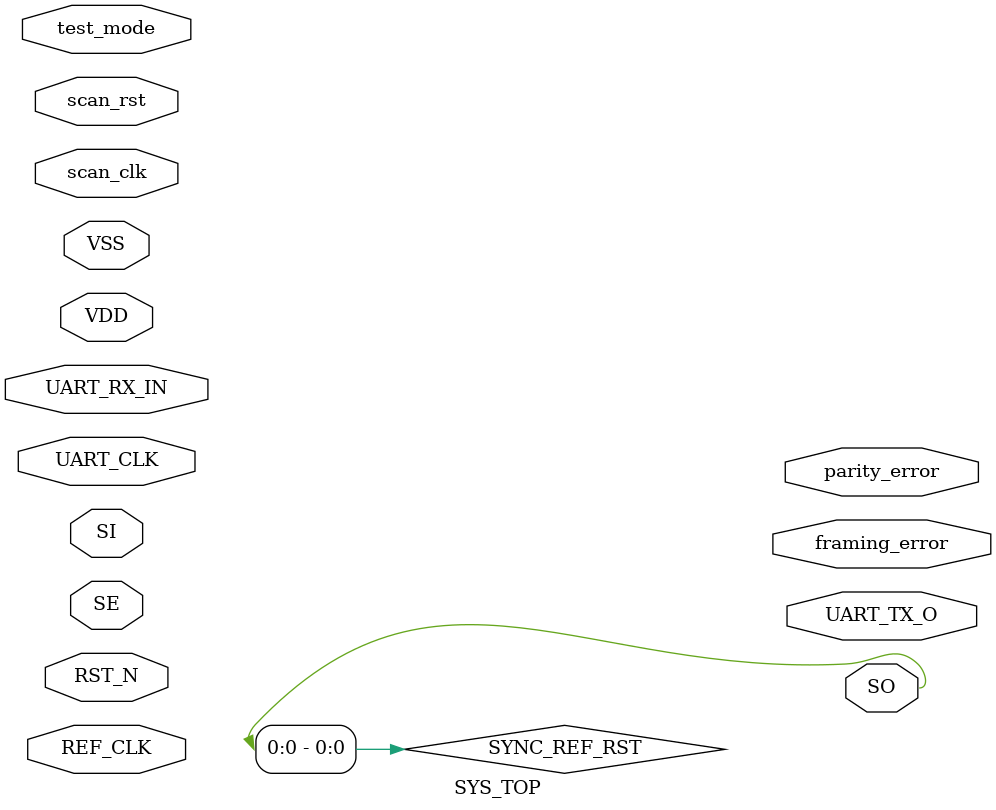
<source format=v>
module DLY3X1M (
	Y, 
	A, 
	VDD, 
	VSS);
   output Y;
   input A;
   inout VDD;
   inout VSS;
endmodule

module DLY1X1M (
	Y, 
	A, 
	VDD, 
	VSS);
   output Y;
   input A;
   inout VDD;
   inout VSS;
endmodule

module DLY4X1M (
	Y, 
	A, 
	VDD, 
	VSS);
   output Y;
   input A;
   inout VDD;
   inout VSS;
endmodule

module CLKINVX40M (
	Y, 
	A, 
	VDD, 
	VSS);
   output Y;
   input A;
   inout VDD;
   inout VSS;
endmodule

module CLKINVX24M (
	Y, 
	A, 
	VDD, 
	VSS);
   output Y;
   input A;
   inout VDD;
   inout VSS;
endmodule

module BUFX32M (
	Y, 
	A, 
	VDD, 
	VSS);
   output Y;
   input A;
   inout VDD;
   inout VSS;
endmodule

module CLKBUFX40M (
	Y, 
	A, 
	VDD, 
	VSS);
   output Y;
   input A;
   inout VDD;
   inout VSS;
endmodule

module INVX4M (
	Y, 
	A, 
	VDD, 
	VSS);
   output Y;
   input A;
   inout VDD;
   inout VSS;
endmodule

module INVX2M (
	Y, 
	A, 
	VDD, 
	VSS);
   output Y;
   input A;
   inout VDD;
   inout VSS;
endmodule

module INVXLM (
	Y, 
	A, 
	VDD, 
	VSS);
   output Y;
   input A;
   inout VDD;
   inout VSS;
endmodule

module CLKBUFX1M (
	Y, 
	A, 
	VDD, 
	VSS);
   output Y;
   input A;
   inout VDD;
   inout VSS;
endmodule

module TIEHIM (
	Y, 
	VDD, 
	VSS);
   output Y;
   inout VDD;
   inout VSS;
endmodule

module TIELOM (
	Y, 
	VDD, 
	VSS);
   output Y;
   inout VDD;
   inout VSS;
endmodule

module CLKNAND2X2M (
	Y, 
	B, 
	A, 
	VDD, 
	VSS);
   output Y;
   input B;
   input A;
   inout VDD;
   inout VSS;
endmodule

module NAND3X2M (
	Y, 
	C, 
	B, 
	A, 
	VDD, 
	VSS);
   output Y;
   input C;
   input B;
   input A;
   inout VDD;
   inout VSS;
endmodule

module NAND2X2M (
	Y, 
	B, 
	A, 
	VDD, 
	VSS);
   output Y;
   input B;
   input A;
   inout VDD;
   inout VSS;
endmodule

module NAND2BX2M (
	Y, 
	B, 
	AN, 
	VDD, 
	VSS);
   output Y;
   input B;
   input AN;
   inout VDD;
   inout VSS;
endmodule

module NAND3BX2M (
	Y, 
	C, 
	B, 
	AN, 
	VDD, 
	VSS);
   output Y;
   input C;
   input B;
   input AN;
   inout VDD;
   inout VSS;
endmodule

module NAND4X2M (
	Y, 
	D, 
	C, 
	B, 
	A, 
	VDD, 
	VSS);
   output Y;
   input D;
   input C;
   input B;
   input A;
   inout VDD;
   inout VSS;
endmodule

module NOR2BX2M (
	Y, 
	B, 
	AN, 
	VDD, 
	VSS);
   output Y;
   input B;
   input AN;
   inout VDD;
   inout VSS;
endmodule

module NAND3X4M (
	Y, 
	C, 
	B, 
	A, 
	VDD, 
	VSS);
   output Y;
   input C;
   input B;
   input A;
   inout VDD;
   inout VSS;
endmodule

module NAND3X3M (
	Y, 
	C, 
	B, 
	A, 
	VDD, 
	VSS);
   output Y;
   input C;
   input B;
   input A;
   inout VDD;
   inout VSS;
endmodule

module OAI2B1X2M (
	Y, 
	B0, 
	A1N, 
	A0, 
	VDD, 
	VSS);
   output Y;
   input B0;
   input A1N;
   input A0;
   inout VDD;
   inout VSS;
endmodule

module AOI2B1X1M (
	Y, 
	B0, 
	A1N, 
	A0, 
	VDD, 
	VSS);
   output Y;
   input B0;
   input A1N;
   input A0;
   inout VDD;
   inout VSS;
endmodule

module OAI2BB2X1M (
	Y, 
	B1, 
	B0, 
	A1N, 
	A0N, 
	VDD, 
	VSS);
   output Y;
   input B1;
   input B0;
   input A1N;
   input A0N;
   inout VDD;
   inout VSS;
endmodule

module AND2X2M (
	Y, 
	B, 
	A, 
	VDD, 
	VSS);
   output Y;
   input B;
   input A;
   inout VDD;
   inout VSS;
endmodule

module MXI2X1M (
	Y, 
	S0, 
	B, 
	A, 
	VDD, 
	VSS);
   output Y;
   input S0;
   input B;
   input A;
   inout VDD;
   inout VSS;
endmodule

module NAND2X3M (
	Y, 
	B, 
	A, 
	VDD, 
	VSS);
   output Y;
   input B;
   input A;
   inout VDD;
   inout VSS;
endmodule

module OR2X2M (
	Y, 
	B, 
	A, 
	VDD, 
	VSS);
   output Y;
   input B;
   input A;
   inout VDD;
   inout VSS;
endmodule

module OAI2BB1X2M (
	Y, 
	B0, 
	A1N, 
	A0N, 
	VDD, 
	VSS);
   output Y;
   input B0;
   input A1N;
   input A0N;
   inout VDD;
   inout VSS;
endmodule

module NAND2X4M (
	Y, 
	B, 
	A, 
	VDD, 
	VSS);
   output Y;
   input B;
   input A;
   inout VDD;
   inout VSS;
endmodule

module CLKXOR2X2M (
	Y, 
	B, 
	A, 
	VDD, 
	VSS);
   output Y;
   input B;
   input A;
   inout VDD;
   inout VSS;
endmodule

module OAI21X2M (
	Y, 
	B0, 
	A1, 
	A0, 
	VDD, 
	VSS);
   output Y;
   input B0;
   input A1;
   input A0;
   inout VDD;
   inout VSS;
endmodule

module MXI2X4M (
	Y, 
	S0, 
	B, 
	A, 
	VDD, 
	VSS);
   output Y;
   input S0;
   input B;
   input A;
   inout VDD;
   inout VSS;
endmodule

module NAND2BX4M (
	Y, 
	B, 
	AN, 
	VDD, 
	VSS);
   output Y;
   input B;
   input AN;
   inout VDD;
   inout VSS;
endmodule

module AOI2B1X4M (
	Y, 
	B0, 
	A1N, 
	A0, 
	VDD, 
	VSS);
   output Y;
   input B0;
   input A1N;
   input A0;
   inout VDD;
   inout VSS;
endmodule

module NOR2X2M (
	Y, 
	B, 
	A, 
	VDD, 
	VSS);
   output Y;
   input B;
   input A;
   inout VDD;
   inout VSS;
endmodule

module NOR2X4M (
	Y, 
	B, 
	A, 
	VDD, 
	VSS);
   output Y;
   input B;
   input A;
   inout VDD;
   inout VSS;
endmodule

module NAND4BX1M (
	Y, 
	D, 
	C, 
	B, 
	AN, 
	VDD, 
	VSS);
   output Y;
   input D;
   input C;
   input B;
   input AN;
   inout VDD;
   inout VSS;
endmodule

module OAI2B2X1M (
	Y, 
	B1, 
	B0, 
	A1N, 
	A0, 
	VDD, 
	VSS);
   output Y;
   input B1;
   input B0;
   input A1N;
   input A0;
   inout VDD;
   inout VSS;
endmodule

module NOR2BX4M (
	Y, 
	B, 
	AN, 
	VDD, 
	VSS);
   output Y;
   input B;
   input AN;
   inout VDD;
   inout VSS;
endmodule

module OAI22X1M (
	Y, 
	B1, 
	B0, 
	A1, 
	A0, 
	VDD, 
	VSS);
   output Y;
   input B1;
   input B0;
   input A1;
   input A0;
   inout VDD;
   inout VSS;
endmodule

module AO21XLM (
	Y, 
	B0, 
	A1, 
	A0, 
	VDD, 
	VSS);
   output Y;
   input B0;
   input A1;
   input A0;
   inout VDD;
   inout VSS;
endmodule

module OAI2B11X2M (
	Y, 
	C0, 
	B0, 
	A1N, 
	A0, 
	VDD, 
	VSS);
   output Y;
   input C0;
   input B0;
   input A1N;
   input A0;
   inout VDD;
   inout VSS;
endmodule

module AOI21X2M (
	Y, 
	B0, 
	A1, 
	A0, 
	VDD, 
	VSS);
   output Y;
   input B0;
   input A1;
   input A0;
   inout VDD;
   inout VSS;
endmodule

module AOI22X1M (
	Y, 
	B1, 
	B0, 
	A1, 
	A0, 
	VDD, 
	VSS);
   output Y;
   input B1;
   input B0;
   input A1;
   input A0;
   inout VDD;
   inout VSS;
endmodule

module OAI2B11X4M (
	Y, 
	C0, 
	B0, 
	A1N, 
	A0, 
	VDD, 
	VSS);
   output Y;
   input C0;
   input B0;
   input A1N;
   input A0;
   inout VDD;
   inout VSS;
endmodule

module CLKINVX2M (
	Y, 
	A, 
	VDD, 
	VSS);
   output Y;
   input A;
   inout VDD;
   inout VSS;
endmodule

module XOR2X2M (
	Y, 
	B, 
	A, 
	VDD, 
	VSS);
   output Y;
   input B;
   input A;
   inout VDD;
   inout VSS;
endmodule

module OAI21X1M (
	Y, 
	B0, 
	A1, 
	A0, 
	VDD, 
	VSS);
   output Y;
   input B0;
   input A1;
   input A0;
   inout VDD;
   inout VSS;
endmodule

module OAI21X4M (
	Y, 
	B0, 
	A1, 
	A0, 
	VDD, 
	VSS);
   output Y;
   input B0;
   input A1;
   input A0;
   inout VDD;
   inout VSS;
endmodule

module NOR3X2M (
	Y, 
	C, 
	B, 
	A, 
	VDD, 
	VSS);
   output Y;
   input C;
   input B;
   input A;
   inout VDD;
   inout VSS;
endmodule

module AOI31X2M (
	Y, 
	B0, 
	A2, 
	A1, 
	A0, 
	VDD, 
	VSS);
   output Y;
   input B0;
   input A2;
   input A1;
   input A0;
   inout VDD;
   inout VSS;
endmodule

module AND3X2M (
	Y, 
	C, 
	B, 
	A, 
	VDD, 
	VSS);
   output Y;
   input C;
   input B;
   input A;
   inout VDD;
   inout VSS;
endmodule

module AOI221XLM (
	Y, 
	C0, 
	B1, 
	B0, 
	A1, 
	A0, 
	VDD, 
	VSS);
   output Y;
   input C0;
   input B1;
   input B0;
   input A1;
   input A0;
   inout VDD;
   inout VSS;
endmodule

module NAND4BX2M (
	Y, 
	D, 
	C, 
	B, 
	AN, 
	VDD, 
	VSS);
   output Y;
   input D;
   input C;
   input B;
   input AN;
   inout VDD;
   inout VSS;
endmodule

module XNOR2X2M (
	Y, 
	B, 
	A, 
	VDD, 
	VSS);
   output Y;
   input B;
   input A;
   inout VDD;
   inout VSS;
endmodule

module AOI32X1M (
	Y, 
	B1, 
	B0, 
	A2, 
	A1, 
	A0, 
	VDD, 
	VSS);
   output Y;
   input B1;
   input B0;
   input A2;
   input A1;
   input A0;
   inout VDD;
   inout VSS;
endmodule

module BUFX4M (
	Y, 
	A, 
	VDD, 
	VSS);
   output Y;
   input A;
   inout VDD;
   inout VSS;
endmodule

module BUFX6M (
	Y, 
	A, 
	VDD, 
	VSS);
   output Y;
   input A;
   inout VDD;
   inout VSS;
endmodule

module CLKBUFX2M (
	Y, 
	A, 
	VDD, 
	VSS);
   output Y;
   input A;
   inout VDD;
   inout VSS;
endmodule

module BUFX8M (
	Y, 
	A, 
	VDD, 
	VSS);
   output Y;
   input A;
   inout VDD;
   inout VSS;
endmodule

module BUFX10M (
	Y, 
	A, 
	VDD, 
	VSS);
   output Y;
   input A;
   inout VDD;
   inout VSS;
endmodule

module BUFX2M (
	Y, 
	A, 
	VDD, 
	VSS);
   output Y;
   input A;
   inout VDD;
   inout VSS;
endmodule

module CLKINVX6M (
	Y, 
	A, 
	VDD, 
	VSS);
   output Y;
   input A;
   inout VDD;
   inout VSS;
endmodule

module CLKINVX1M (
	Y, 
	A, 
	VDD, 
	VSS);
   output Y;
   input A;
   inout VDD;
   inout VSS;
endmodule

module MX2X6M (
	Y, 
	S0, 
	B, 
	A, 
	VDD, 
	VSS);
   output Y;
   input S0;
   input B;
   input A;
   inout VDD;
   inout VSS;
endmodule

module MX2X2M (
	Y, 
	S0, 
	B, 
	A, 
	VDD, 
	VSS);
   output Y;
   input S0;
   input B;
   input A;
   inout VDD;
   inout VSS;
endmodule

module CLKMX2X4M (
	Y, 
	S0, 
	B, 
	A, 
	VDD, 
	VSS);
   output Y;
   input S0;
   input B;
   input A;
   inout VDD;
   inout VSS;
endmodule

module SDFFRQX2M (
	SI, 
	SE, 
	RN, 
	Q, 
	D, 
	CK, 
	VDD, 
	VSS);
   input SI;
   input SE;
   input RN;
   output Q;
   input D;
   input CK;
   inout VDD;
   inout VSS;
endmodule

module SDFFRQX1M (
	SI, 
	SE, 
	RN, 
	Q, 
	D, 
	CK, 
	VDD, 
	VSS);
   input SI;
   input SE;
   input RN;
   output Q;
   input D;
   input CK;
   inout VDD;
   inout VSS;
endmodule

module AO22X1M (
	Y, 
	B1, 
	B0, 
	A1, 
	A0, 
	VDD, 
	VSS);
   output Y;
   input B1;
   input B0;
   input A1;
   input A0;
   inout VDD;
   inout VSS;
endmodule

module MX4X1M (
	Y, 
	S1, 
	S0, 
	D, 
	C, 
	B, 
	A, 
	VDD, 
	VSS);
   output Y;
   input S1;
   input S0;
   input D;
   input C;
   input B;
   input A;
   inout VDD;
   inout VSS;
endmodule

module SDFFRQX4M (
	SI, 
	SE, 
	RN, 
	Q, 
	D, 
	CK, 
	VDD, 
	VSS);
   input SI;
   input SE;
   input RN;
   output Q;
   input D;
   input CK;
   inout VDD;
   inout VSS;
endmodule

module OAI211X2M (
	Y, 
	C0, 
	B0, 
	A1, 
	A0, 
	VDD, 
	VSS);
   output Y;
   input C0;
   input B0;
   input A1;
   input A0;
   inout VDD;
   inout VSS;
endmodule

module SDFFSQX2M (
	SN, 
	SI, 
	SE, 
	Q, 
	D, 
	CK, 
	VDD, 
	VSS);
   input SN;
   input SI;
   input SE;
   output Q;
   input D;
   input CK;
   inout VDD;
   inout VSS;
endmodule

module OAI2BB1X1M (
	Y, 
	B0, 
	A1N, 
	A0N, 
	VDD, 
	VSS);
   output Y;
   input B0;
   input A1N;
   input A0N;
   inout VDD;
   inout VSS;
endmodule

module OR2X1M (
	Y, 
	B, 
	A, 
	VDD, 
	VSS);
   output Y;
   input B;
   input A;
   inout VDD;
   inout VSS;
endmodule

module NOR2X1M (
	Y, 
	B, 
	A, 
	VDD, 
	VSS);
   output Y;
   input B;
   input A;
   inout VDD;
   inout VSS;
endmodule

module XNOR2X1M (
	Y, 
	B, 
	A, 
	VDD, 
	VSS);
   output Y;
   input B;
   input A;
   inout VDD;
   inout VSS;
endmodule

module AND3X1M (
	Y, 
	C, 
	B, 
	A, 
	VDD, 
	VSS);
   output Y;
   input C;
   input B;
   input A;
   inout VDD;
   inout VSS;
endmodule

module AOI21X1M (
	Y, 
	B0, 
	A1, 
	A0, 
	VDD, 
	VSS);
   output Y;
   input B0;
   input A1;
   input A0;
   inout VDD;
   inout VSS;
endmodule

module NAND4X1M (
	Y, 
	D, 
	C, 
	B, 
	A, 
	VDD, 
	VSS);
   output Y;
   input D;
   input C;
   input B;
   input A;
   inout VDD;
   inout VSS;
endmodule

module NOR4X1M (
	Y, 
	D, 
	C, 
	B, 
	A, 
	VDD, 
	VSS);
   output Y;
   input D;
   input C;
   input B;
   input A;
   inout VDD;
   inout VSS;
endmodule

module NOR4BX1M (
	Y, 
	D, 
	C, 
	B, 
	AN, 
	VDD, 
	VSS);
   output Y;
   input D;
   input C;
   input B;
   input AN;
   inout VDD;
   inout VSS;
endmodule

module ADDHX1M (
	S, 
	CO, 
	B, 
	A, 
	VDD, 
	VSS);
   output S;
   output CO;
   input B;
   input A;
   inout VDD;
   inout VSS;
endmodule

module SDFFSQX1M (
	SN, 
	SI, 
	SE, 
	Q, 
	D, 
	CK, 
	VDD, 
	VSS);
   input SN;
   input SI;
   input SE;
   output Q;
   input D;
   input CK;
   inout VDD;
   inout VSS;
endmodule

module OAI32X1M (
	Y, 
	B1, 
	B0, 
	A2, 
	A1, 
	A0, 
	VDD, 
	VSS);
   output Y;
   input B1;
   input B0;
   input A2;
   input A1;
   input A0;
   inout VDD;
   inout VSS;
endmodule

module XOR3XLM (
	Y, 
	C, 
	B, 
	A, 
	VDD, 
	VSS);
   output Y;
   input C;
   input B;
   input A;
   inout VDD;
   inout VSS;
endmodule

module AO2B2X2M (
	Y, 
	B1, 
	B0, 
	A1N, 
	A0, 
	VDD, 
	VSS);
   output Y;
   input B1;
   input B0;
   input A1N;
   input A0;
   inout VDD;
   inout VSS;
endmodule

module OAI31X1M (
	Y, 
	B0, 
	A2, 
	A1, 
	A0, 
	VDD, 
	VSS);
   output Y;
   input B0;
   input A2;
   input A1;
   input A0;
   inout VDD;
   inout VSS;
endmodule

module AOI31X1M (
	Y, 
	B0, 
	A2, 
	A1, 
	A0, 
	VDD, 
	VSS);
   output Y;
   input B0;
   input A2;
   input A1;
   input A0;
   inout VDD;
   inout VSS;
endmodule

module NOR3X1M (
	Y, 
	C, 
	B, 
	A, 
	VDD, 
	VSS);
   output Y;
   input C;
   input B;
   input A;
   inout VDD;
   inout VSS;
endmodule

module OAI221X1M (
	Y, 
	C0, 
	B1, 
	B0, 
	A1, 
	A0, 
	VDD, 
	VSS);
   output Y;
   input C0;
   input B1;
   input B0;
   input A1;
   input A0;
   inout VDD;
   inout VSS;
endmodule

module NAND3BX1M (
	Y, 
	C, 
	B, 
	AN, 
	VDD, 
	VSS);
   output Y;
   input C;
   input B;
   input AN;
   inout VDD;
   inout VSS;
endmodule

module NAND3X1M (
	Y, 
	C, 
	B, 
	A, 
	VDD, 
	VSS);
   output Y;
   input C;
   input B;
   input A;
   inout VDD;
   inout VSS;
endmodule

module SDFFRX1M (
	SI, 
	SE, 
	RN, 
	QN, 
	Q, 
	D, 
	CK, 
	VDD, 
	VSS);
   input SI;
   input SE;
   input RN;
   output QN;
   output Q;
   input D;
   input CK;
   inout VDD;
   inout VSS;
endmodule

module AOI21BX2M (
	Y, 
	B0N, 
	A1, 
	A0, 
	VDD, 
	VSS);
   output Y;
   input B0N;
   input A1;
   input A0;
   inout VDD;
   inout VSS;
endmodule

module AOI2BB1X2M (
	Y, 
	B0, 
	A1N, 
	A0N, 
	VDD, 
	VSS);
   output Y;
   input B0;
   input A1N;
   input A0N;
   inout VDD;
   inout VSS;
endmodule

module NOR2BX1M (
	Y, 
	B, 
	AN, 
	VDD, 
	VSS);
   output Y;
   input B;
   input AN;
   inout VDD;
   inout VSS;
endmodule

module AOI21BX1M (
	Y, 
	B0N, 
	A1, 
	A0, 
	VDD, 
	VSS);
   output Y;
   input B0N;
   input A1;
   input A0;
   inout VDD;
   inout VSS;
endmodule

module AOI211X2M (
	Y, 
	C0, 
	B0, 
	A1, 
	A0, 
	VDD, 
	VSS);
   output Y;
   input C0;
   input B0;
   input A1;
   input A0;
   inout VDD;
   inout VSS;
endmodule

module AND4X2M (
	Y, 
	D, 
	C, 
	B, 
	A, 
	VDD, 
	VSS);
   output Y;
   input D;
   input C;
   input B;
   input A;
   inout VDD;
   inout VSS;
endmodule

module SDFFRHQX2M (
	SI, 
	SE, 
	RN, 
	Q, 
	D, 
	CK, 
	VDD, 
	VSS);
   input SI;
   input SE;
   input RN;
   output Q;
   input D;
   input CK;
   inout VDD;
   inout VSS;
endmodule

module SDFFRHQX1M (
	SI, 
	SE, 
	RN, 
	Q, 
	D, 
	CK, 
	VDD, 
	VSS);
   input SI;
   input SE;
   input RN;
   output Q;
   input D;
   input CK;
   inout VDD;
   inout VSS;
endmodule

module SDFFRHQX4M (
	SI, 
	SE, 
	RN, 
	Q, 
	D, 
	CK, 
	VDD, 
	VSS);
   input SI;
   input SE;
   input RN;
   output Q;
   input D;
   input CK;
   inout VDD;
   inout VSS;
endmodule

module NOR3BX2M (
	Y, 
	C, 
	B, 
	AN, 
	VDD, 
	VSS);
   output Y;
   input C;
   input B;
   input AN;
   inout VDD;
   inout VSS;
endmodule

module OAI222X1M (
	Y, 
	C1, 
	C0, 
	B1, 
	B0, 
	A1, 
	A0, 
	VDD, 
	VSS);
   output Y;
   input C1;
   input C0;
   input B1;
   input B0;
   input A1;
   input A0;
   inout VDD;
   inout VSS;
endmodule

module AOI222X1M (
	Y, 
	C1, 
	C0, 
	B1, 
	B0, 
	A1, 
	A0, 
	VDD, 
	VSS);
   output Y;
   input C1;
   input C0;
   input B1;
   input B0;
   input A1;
   input A0;
   inout VDD;
   inout VSS;
endmodule

module AOI2BB2XLM (
	Y, 
	B1, 
	B0, 
	A1N, 
	A0N, 
	VDD, 
	VSS);
   output Y;
   input B1;
   input B0;
   input A1N;
   input A0N;
   inout VDD;
   inout VSS;
endmodule

module NAND2BX1M (
	Y, 
	B, 
	AN, 
	VDD, 
	VSS);
   output Y;
   input B;
   input AN;
   inout VDD;
   inout VSS;
endmodule

module AOI211X1M (
	Y, 
	C0, 
	B0, 
	A1, 
	A0, 
	VDD, 
	VSS);
   output Y;
   input C0;
   input B0;
   input A1;
   input A0;
   inout VDD;
   inout VSS;
endmodule

module OAI211X1M (
	Y, 
	C0, 
	B0, 
	A1, 
	A0, 
	VDD, 
	VSS);
   output Y;
   input C0;
   input B0;
   input A1;
   input A0;
   inout VDD;
   inout VSS;
endmodule

module OA21X1M (
	Y, 
	B0, 
	A1, 
	A0, 
	VDD, 
	VSS);
   output Y;
   input B0;
   input A1;
   input A0;
   inout VDD;
   inout VSS;
endmodule

module OAI2B11X1M (
	Y, 
	C0, 
	B0, 
	A1N, 
	A0, 
	VDD, 
	VSS);
   output Y;
   input C0;
   input B0;
   input A1N;
   input A0;
   inout VDD;
   inout VSS;
endmodule

module ADDFHX2M (
	S, 
	CO, 
	CI, 
	B, 
	A, 
	VDD, 
	VSS);
   output S;
   output CO;
   input CI;
   input B;
   input A;
   inout VDD;
   inout VSS;
endmodule

module ADDFHX1M (
	S, 
	CO, 
	CI, 
	B, 
	A, 
	VDD, 
	VSS);
   output S;
   output CO;
   input CI;
   input B;
   input A;
   inout VDD;
   inout VSS;
endmodule

module INVX12M (
	Y, 
	A, 
	VDD, 
	VSS);
   output Y;
   input A;
   inout VDD;
   inout VSS;
endmodule

module INVX6M (
	Y, 
	A, 
	VDD, 
	VSS);
   output Y;
   input A;
   inout VDD;
   inout VSS;
endmodule

module CLKMX2X2M (
	Y, 
	S0, 
	B, 
	A, 
	VDD, 
	VSS);
   output Y;
   input S0;
   input B;
   input A;
   inout VDD;
   inout VSS;
endmodule

module MX2X1M (
	Y, 
	S0, 
	B, 
	A, 
	VDD, 
	VSS);
   output Y;
   input S0;
   input B;
   input A;
   inout VDD;
   inout VSS;
endmodule

module AND2X6M (
	Y, 
	B, 
	A, 
	VDD, 
	VSS);
   output Y;
   input B;
   input A;
   inout VDD;
   inout VSS;
endmodule

module ADDFX2M (
	S, 
	CO, 
	CI, 
	B, 
	A, 
	VDD, 
	VSS);
   output S;
   output CO;
   input CI;
   input B;
   input A;
   inout VDD;
   inout VSS;
endmodule

module OAI21BX1M (
	Y, 
	B0N, 
	A1, 
	A0, 
	VDD, 
	VSS);
   output Y;
   input B0N;
   input A1;
   input A0;
   inout VDD;
   inout VSS;
endmodule

module AND2X1M (
	Y, 
	B, 
	A, 
	VDD, 
	VSS);
   output Y;
   input B;
   input A;
   inout VDD;
   inout VSS;
endmodule

module AOI2BB1X1M (
	Y, 
	B0, 
	A1N, 
	A0N, 
	VDD, 
	VSS);
   output Y;
   input B0;
   input A1N;
   input A0N;
   inout VDD;
   inout VSS;
endmodule

module TLATNCAX12M (
	ECK, 
	E, 
	CK, 
	VDD, 
	VSS);
   output ECK;
   input E;
   input CK;
   inout VDD;
   inout VSS;
endmodule

/////////////////////////////////////////////////////////////
// Created by: Synopsys DC Expert(TM) in wire load mode
// Version   : K-2015.06
// Date      : Tue Sep 19 01:28:36 2023
/////////////////////////////////////////////////////////////
module mux2X1_0 (
	IN_0, 
	IN_1, 
	SEL, 
	OUT, 
	VDD, 
	VSS);
   input IN_0;
   input IN_1;
   input SEL;
   output OUT;
   inout VDD;
   inout VSS;

   // Internal wires
   wire N0;

   assign N0 = SEL ;

   // Module instantiations
   MX2X6M U1 (
	.Y(OUT),
	.S0(N0),
	.B(IN_1),
	.A(IN_0), 
	.VDD(VDD), 
	.VSS(VSS));
endmodule

module mux2X1_6 (
	IN_0, 
	IN_1, 
	SEL, 
	OUT, 
	VDD, 
	VSS);
   input IN_0;
   input IN_1;
   input SEL;
   output OUT;
   inout VDD;
   inout VSS;

   // Internal wires
   wire N0;

   assign N0 = SEL ;

   // Module instantiations
   MX2X2M U1 (
	.Y(OUT),
	.S0(N0),
	.B(IN_1),
	.A(IN_0), 
	.VDD(VDD), 
	.VSS(VSS));
endmodule

module mux2X1_5 (
	IN_0, 
	IN_1, 
	SEL, 
	OUT, 
	VDD, 
	VSS);
   input IN_0;
   input IN_1;
   input SEL;
   output OUT;
   inout VDD;
   inout VSS;

   // Internal wires
   wire N0;

   assign N0 = SEL ;

   // Module instantiations
   MX2X2M U1 (
	.Y(OUT),
	.S0(N0),
	.B(IN_1),
	.A(IN_0), 
	.VDD(VDD), 
	.VSS(VSS));
endmodule

module mux2X1_4 (
	IN_0, 
	IN_1, 
	SEL, 
	OUT, 
	VDD, 
	VSS);
   input IN_0;
   input IN_1;
   input SEL;
   output OUT;
   inout VDD;
   inout VSS;

   // Internal wires
   wire N0;

   assign N0 = SEL ;

   // Module instantiations
   MX2X2M U1 (
	.Y(OUT),
	.S0(N0),
	.B(IN_1),
	.A(IN_0), 
	.VDD(VDD), 
	.VSS(VSS));
endmodule

module mux2X1_3 (
	IN_0, 
	IN_1, 
	SEL, 
	OUT, 
	VDD, 
	VSS);
   input IN_0;
   input IN_1;
   input SEL;
   output OUT;
   inout VDD;
   inout VSS;

   // Internal wires
   wire FE_PHN14_scan_rst;
   wire FE_PHN11_scan_rst;
   wire FE_PHN1_RST_N;
   wire FE_PHN0_RST_N;
   wire N0;

   assign N0 = SEL ;

   // Module instantiations
   DLY4X1M FE_PHC14_scan_rst (
	.Y(FE_PHN14_scan_rst),
	.A(FE_PHN11_scan_rst), 
	.VDD(VDD), 
	.VSS(VSS));
   DLY4X1M FE_PHC11_scan_rst (
	.Y(FE_PHN11_scan_rst),
	.A(IN_1), 
	.VDD(VDD), 
	.VSS(VSS));
   DLY4X1M FE_PHC1_RST_N (
	.Y(FE_PHN1_RST_N),
	.A(FE_PHN0_RST_N), 
	.VDD(VDD), 
	.VSS(VSS));
   DLY4X1M FE_PHC0_RST_N (
	.Y(FE_PHN0_RST_N),
	.A(IN_0), 
	.VDD(VDD), 
	.VSS(VSS));
   MX2X2M U1 (
	.Y(OUT),
	.S0(N0),
	.B(FE_PHN14_scan_rst),
	.A(FE_PHN1_RST_N), 
	.VDD(VDD), 
	.VSS(VSS));
endmodule

module mux2X1_2 (
	IN_0, 
	IN_1, 
	SEL, 
	OUT, 
	VDD, 
	VSS);
   input IN_0;
   input IN_1;
   input SEL;
   output OUT;
   inout VDD;
   inout VSS;

   // Internal wires
   wire FE_PHN16_scan_rst;
   wire FE_PHN13_scan_rst;
   wire N0;

   assign N0 = SEL ;

   // Module instantiations
   DLY4X1M FE_PHC16_scan_rst (
	.Y(FE_PHN16_scan_rst),
	.A(FE_PHN13_scan_rst), 
	.VDD(VDD), 
	.VSS(VSS));
   DLY4X1M FE_PHC13_scan_rst (
	.Y(FE_PHN13_scan_rst),
	.A(IN_1), 
	.VDD(VDD), 
	.VSS(VSS));
   MX2X6M U1 (
	.Y(OUT),
	.S0(N0),
	.B(FE_PHN16_scan_rst),
	.A(IN_0), 
	.VDD(VDD), 
	.VSS(VSS));
endmodule

module mux2X1_1 (
	IN_0, 
	IN_1, 
	SEL, 
	OUT, 
	VDD, 
	VSS);
   input IN_0;
   input IN_1;
   input SEL;
   output OUT;
   inout VDD;
   inout VSS;

   // Internal wires
   wire FE_PHN15_scan_rst;
   wire FE_PHN12_scan_rst;
   wire N0;

   assign N0 = SEL ;

   // Module instantiations
   DLY4X1M FE_PHC15_scan_rst (
	.Y(FE_PHN15_scan_rst),
	.A(FE_PHN12_scan_rst), 
	.VDD(VDD), 
	.VSS(VSS));
   DLY4X1M FE_PHC12_scan_rst (
	.Y(FE_PHN12_scan_rst),
	.A(IN_1), 
	.VDD(VDD), 
	.VSS(VSS));
   CLKMX2X4M U1 (
	.Y(OUT),
	.S0(N0),
	.B(FE_PHN15_scan_rst),
	.A(IN_0), 
	.VDD(VDD), 
	.VSS(VSS));
endmodule

module RST_SYNC_NUM_STAGES2_test_0 (
	RST, 
	CLK, 
	SYNC_RST, 
	test_si, 
	test_se, 
	VDD, 
	VSS);
   input RST;
   input CLK;
   output SYNC_RST;
   input test_si;
   input test_se;
   inout VDD;
   inout VSS;

   // Internal wires
   wire HTIE_LTIEHI_NET;
   wire \sync_reg[0] ;

   // Module instantiations
   TIEHIM HTIE_LTIEHI (
	.Y(HTIE_LTIEHI_NET), 
	.VDD(VDD), 
	.VSS(VSS));
   SDFFRQX2M \sync_reg_reg[1]  (
	.SI(\sync_reg[0] ),
	.SE(test_se),
	.RN(RST),
	.Q(SYNC_RST),
	.D(\sync_reg[0] ),
	.CK(CLK), 
	.VDD(VDD), 
	.VSS(VSS));
   SDFFRQX2M \sync_reg_reg[0]  (
	.SI(test_si),
	.SE(test_se),
	.RN(RST),
	.Q(\sync_reg[0] ),
	.D(HTIE_LTIEHI_NET),
	.CK(CLK), 
	.VDD(VDD), 
	.VSS(VSS));
endmodule

module RST_SYNC_NUM_STAGES2_test_1 (
	RST, 
	CLK, 
	SYNC_RST, 
	test_si, 
	test_se, 
	FE_OFN15_SE, 
	VDD, 
	VSS);
   input RST;
   input CLK;
   output SYNC_RST;
   input test_si;
   input test_se;
   input FE_OFN15_SE;
   inout VDD;
   inout VSS;

   // Internal wires
   wire HTIE_LTIEHI_NET;
   wire \sync_reg[0] ;

   // Module instantiations
   TIEHIM HTIE_LTIEHI (
	.Y(HTIE_LTIEHI_NET), 
	.VDD(VDD), 
	.VSS(VSS));
   SDFFRQX2M \sync_reg_reg[0]  (
	.SI(test_si),
	.SE(test_se),
	.RN(RST),
	.Q(\sync_reg[0] ),
	.D(HTIE_LTIEHI_NET),
	.CK(CLK), 
	.VDD(VDD), 
	.VSS(VSS));
   SDFFRQX1M \sync_reg_reg[1]  (
	.SI(\sync_reg[0] ),
	.SE(FE_OFN15_SE),
	.RN(RST),
	.Q(SYNC_RST),
	.D(\sync_reg[0] ),
	.CK(CLK), 
	.VDD(VDD), 
	.VSS(VSS));
endmodule

module DATA_SYNC_NUM_STAGES2_BUS_WIDTH8_test_1 (
	CLK, 
	RST, 
	unsync_bus, 
	bus_enable, 
	sync_bus, 
	enable_pulse_d, 
	test_si, 
	test_so, 
	test_se, 
	FE_OFN15_SE, 
	VDD, 
	VSS);
   input CLK;
   input RST;
   input [7:0] unsync_bus;
   input bus_enable;
   output [7:0] sync_bus;
   output enable_pulse_d;
   input test_si;
   output test_so;
   input test_se;
   input FE_OFN15_SE;
   inout VDD;
   inout VSS;

   // Internal wires
   wire enable_flop;
   wire n1;
   wire n4;
   wire n6;
   wire n8;
   wire n10;
   wire n12;
   wire n14;
   wire n16;
   wire n18;
   wire n23;
   wire [1:0] sync_reg;

   assign test_so = sync_reg[1] ;

   // Module instantiations
   SDFFRQX2M enable_flop_reg (
	.SI(test_si),
	.SE(FE_OFN15_SE),
	.RN(RST),
	.Q(enable_flop),
	.D(sync_reg[1]),
	.CK(CLK), 
	.VDD(VDD), 
	.VSS(VSS));
   SDFFRQX2M \sync_bus_reg[7]  (
	.SI(sync_bus[6]),
	.SE(FE_OFN15_SE),
	.RN(RST),
	.Q(sync_bus[7]),
	.D(n18),
	.CK(CLK), 
	.VDD(VDD), 
	.VSS(VSS));
   SDFFRQX2M \sync_bus_reg[5]  (
	.SI(sync_bus[4]),
	.SE(test_se),
	.RN(RST),
	.Q(sync_bus[5]),
	.D(n14),
	.CK(CLK), 
	.VDD(VDD), 
	.VSS(VSS));
   SDFFRQX2M \sync_bus_reg[6]  (
	.SI(sync_bus[5]),
	.SE(test_se),
	.RN(RST),
	.Q(sync_bus[6]),
	.D(n16),
	.CK(CLK), 
	.VDD(VDD), 
	.VSS(VSS));
   SDFFRQX2M \sync_bus_reg[4]  (
	.SI(sync_bus[3]),
	.SE(test_se),
	.RN(RST),
	.Q(sync_bus[4]),
	.D(n12),
	.CK(CLK), 
	.VDD(VDD), 
	.VSS(VSS));
   SDFFRQX2M \sync_bus_reg[3]  (
	.SI(sync_bus[2]),
	.SE(test_se),
	.RN(RST),
	.Q(sync_bus[3]),
	.D(n10),
	.CK(CLK), 
	.VDD(VDD), 
	.VSS(VSS));
   SDFFRQX2M \sync_bus_reg[0]  (
	.SI(enable_pulse_d),
	.SE(test_se),
	.RN(RST),
	.Q(sync_bus[0]),
	.D(n4),
	.CK(CLK), 
	.VDD(VDD), 
	.VSS(VSS));
   SDFFRQX2M \sync_bus_reg[2]  (
	.SI(sync_bus[1]),
	.SE(test_se),
	.RN(RST),
	.Q(sync_bus[2]),
	.D(n8),
	.CK(CLK), 
	.VDD(VDD), 
	.VSS(VSS));
   SDFFRQX2M \sync_bus_reg[1]  (
	.SI(sync_bus[0]),
	.SE(test_se),
	.RN(RST),
	.Q(sync_bus[1]),
	.D(n6),
	.CK(CLK), 
	.VDD(VDD), 
	.VSS(VSS));
   SDFFRQX2M enable_pulse_d_reg (
	.SI(enable_flop),
	.SE(test_se),
	.RN(RST),
	.Q(enable_pulse_d),
	.D(n23),
	.CK(CLK), 
	.VDD(VDD), 
	.VSS(VSS));
   SDFFRQX2M \sync_reg_reg[0]  (
	.SI(sync_bus[7]),
	.SE(FE_OFN15_SE),
	.RN(RST),
	.Q(sync_reg[0]),
	.D(bus_enable),
	.CK(CLK), 
	.VDD(VDD), 
	.VSS(VSS));
   SDFFRQX1M \sync_reg_reg[1]  (
	.SI(sync_reg[0]),
	.SE(test_se),
	.RN(RST),
	.Q(sync_reg[1]),
	.D(sync_reg[0]),
	.CK(CLK), 
	.VDD(VDD), 
	.VSS(VSS));
   INVX2M U4 (
	.Y(n23),
	.A(n1), 
	.VDD(VDD), 
	.VSS(VSS));
   NAND2BX2M U5 (
	.Y(n1),
	.B(sync_reg[1]),
	.AN(enable_flop), 
	.VDD(VDD), 
	.VSS(VSS));
   AO22X1M U6 (
	.Y(n4),
	.B1(n1),
	.B0(sync_bus[0]),
	.A1(n23),
	.A0(unsync_bus[0]), 
	.VDD(VDD), 
	.VSS(VSS));
   AO22X1M U7 (
	.Y(n6),
	.B1(n1),
	.B0(sync_bus[1]),
	.A1(n23),
	.A0(unsync_bus[1]), 
	.VDD(VDD), 
	.VSS(VSS));
   AO22X1M U8 (
	.Y(n8),
	.B1(n1),
	.B0(sync_bus[2]),
	.A1(n23),
	.A0(unsync_bus[2]), 
	.VDD(VDD), 
	.VSS(VSS));
   AO22X1M U9 (
	.Y(n10),
	.B1(n1),
	.B0(sync_bus[3]),
	.A1(n23),
	.A0(unsync_bus[3]), 
	.VDD(VDD), 
	.VSS(VSS));
   AO22X1M U10 (
	.Y(n12),
	.B1(n1),
	.B0(sync_bus[4]),
	.A1(n23),
	.A0(unsync_bus[4]), 
	.VDD(VDD), 
	.VSS(VSS));
   AO22X1M U11 (
	.Y(n14),
	.B1(n1),
	.B0(sync_bus[5]),
	.A1(n23),
	.A0(unsync_bus[5]), 
	.VDD(VDD), 
	.VSS(VSS));
   AO22X1M U12 (
	.Y(n16),
	.B1(n1),
	.B0(sync_bus[6]),
	.A1(n23),
	.A0(unsync_bus[6]), 
	.VDD(VDD), 
	.VSS(VSS));
   AO22X1M U25 (
	.Y(n18),
	.B1(n1),
	.B0(sync_bus[7]),
	.A1(n23),
	.A0(unsync_bus[7]), 
	.VDD(VDD), 
	.VSS(VSS));
endmodule

module Async_fifo_D_SIZE8_F_DEPTH8_P_SIZE4_test_1 (
	i_w_clk, 
	i_w_rstn, 
	i_w_inc, 
	i_r_clk, 
	i_r_rstn, 
	i_r_inc, 
	i_w_data, 
	o_r_data, 
	o_full, 
	o_empty, 
	test_si2, 
	test_si1, 
	test_so2, 
	test_so1, 
	test_se, 
	FE_OFN0_SYNC_REF_SCAN_RST, 
	FE_OFN2_SYNC_REF_SCAN_RST, 
	FE_OFN13_SE, 
	FE_OFN15_SE, 
	FE_OFN16_SE, 
	VDD, 
	VSS);
   input i_w_clk;
   input i_w_rstn;
   input i_w_inc;
   input i_r_clk;
   input i_r_rstn;
   input i_r_inc;
   input [7:0] i_w_data;
   output [7:0] o_r_data;
   output o_full;
   output o_empty;
   input test_si2;
   input test_si1;
   output test_so2;
   output test_so1;
   input test_se;
   input FE_OFN0_SYNC_REF_SCAN_RST;
   input FE_OFN2_SYNC_REF_SCAN_RST;
   input FE_OFN13_SE;
   input FE_OFN15_SE;
   input FE_OFN16_SE;
   inout VDD;
   inout VSS;

   // Internal wires
   wire FE_OFN1_SYNC_REF_SCAN_RST;
   wire n3;
   wire n4;
   wire n5;
   wire [2:0] w_addr;
   wire [2:0] r_addr;
   wire [3:0] w2r_ptr;
   wire [3:0] gray_rd_ptr;
   wire [3:0] gray_w_ptr;
   wire [3:0] r2w_ptr;

   assign test_so2 = w2r_ptr[3] ;

   // Module instantiations
   CLKINVX6M FE_OFC1_SYNC_REF_SCAN_RST (
	.Y(FE_OFN1_SYNC_REF_SCAN_RST),
	.A(FE_OFN0_SYNC_REF_SCAN_RST), 
	.VDD(VDD), 
	.VSS(VSS));
   fifo_mem_D_SIZE8_F_DEPTH8_P_SIZE4_test_1 u_fifo_mem (
	.w_clk(i_w_clk),
	.w_rstn(i_w_rstn),
	.w_full(o_full),
	.w_inc(i_w_inc),
	.w_addr({ w_addr[2],
		w_addr[1],
		w_addr[0] }),
	.r_addr({ r_addr[2],
		r_addr[1],
		r_addr[0] }),
	.w_data({ i_w_data[7],
		i_w_data[6],
		i_w_data[5],
		i_w_data[4],
		i_w_data[3],
		i_w_data[2],
		i_w_data[1],
		i_w_data[0] }),
	.r_data({ o_r_data[7],
		o_r_data[6],
		o_r_data[5],
		o_r_data[4],
		o_r_data[3],
		o_r_data[2],
		o_r_data[1],
		o_r_data[0] }),
	.test_si2(test_si2),
	.test_si1(test_si1),
	.test_so2(n5),
	.test_so1(test_so1),
	.test_se(test_se),
	.FE_OFN1_SYNC_REF_SCAN_RST(FE_OFN1_SYNC_REF_SCAN_RST),
	.FE_OFN13_SE(FE_OFN13_SE),
	.FE_OFN15_SE(FE_OFN15_SE),
	.FE_OFN16_SE(FE_OFN16_SE), 
	.VDD(VDD), 
	.VSS(VSS));
   fifo_rd_P_SIZE4_test_1 u_fifo_rd (
	.r_clk(i_r_clk),
	.r_rstn(i_r_rstn),
	.r_inc(i_r_inc),
	.sync_wr_ptr({ w2r_ptr[3],
		w2r_ptr[2],
		w2r_ptr[1],
		w2r_ptr[0] }),
	.rd_addr({ r_addr[2],
		r_addr[1],
		r_addr[0] }),
	.empty(o_empty),
	.gray_rd_ptr({ gray_rd_ptr[3],
		gray_rd_ptr[2],
		gray_rd_ptr[1],
		gray_rd_ptr[0] }),
	.test_si(n5),
	.test_so(n4),
	.test_se(FE_OFN16_SE), 
	.VDD(VDD), 
	.VSS(VSS));
   BIT_SYNC_NUM_STAGES2_BUS_WIDTH4_test_1 u_w2r_sync (
	.CLK(i_r_clk),
	.RST(i_r_rstn),
	.ASYNC({ gray_w_ptr[3],
		gray_w_ptr[2],
		gray_w_ptr[1],
		gray_w_ptr[0] }),
	.SYNC({ w2r_ptr[3],
		w2r_ptr[2],
		w2r_ptr[1],
		w2r_ptr[0] }),
	.test_si(r2w_ptr[3]),
	.test_se(FE_OFN13_SE),
	.FE_OFN16_SE(FE_OFN16_SE), 
	.VDD(VDD), 
	.VSS(VSS));
   fifo_wr_P_SIZE4_test_1 u_fifo_wr (
	.w_clk(i_w_clk),
	.w_rstn(i_w_rstn),
	.w_inc(i_w_inc),
	.sync_rd_ptr({ r2w_ptr[3],
		r2w_ptr[2],
		r2w_ptr[1],
		r2w_ptr[0] }),
	.w_addr({ w_addr[2],
		w_addr[1],
		w_addr[0] }),
	.gray_w_ptr({ gray_w_ptr[3],
		gray_w_ptr[2],
		gray_w_ptr[1],
		gray_w_ptr[0] }),
	.full(o_full),
	.test_si(n4),
	.test_so(n3),
	.test_se(FE_OFN13_SE),
	.FE_OFN2_SYNC_REF_SCAN_RST(FE_OFN2_SYNC_REF_SCAN_RST),
	.FE_OFN1_SYNC_REF_SCAN_RST(FE_OFN1_SYNC_REF_SCAN_RST),
	.FE_OFN16_SE(FE_OFN16_SE), 
	.VDD(VDD), 
	.VSS(VSS));
   BIT_SYNC_NUM_STAGES2_BUS_WIDTH4_test_0 u_r2w_sync (
	.CLK(i_w_clk),
	.RST(FE_OFN2_SYNC_REF_SCAN_RST),
	.ASYNC({ gray_rd_ptr[3],
		gray_rd_ptr[2],
		gray_rd_ptr[1],
		gray_rd_ptr[0] }),
	.SYNC({ r2w_ptr[3],
		r2w_ptr[2],
		r2w_ptr[1],
		r2w_ptr[0] }),
	.test_si(n3),
	.test_se(FE_OFN13_SE), 
	.VDD(VDD), 
	.VSS(VSS));
endmodule

module fifo_mem_D_SIZE8_F_DEPTH8_P_SIZE4_test_1 (
	w_clk, 
	w_rstn, 
	w_full, 
	w_inc, 
	w_addr, 
	r_addr, 
	w_data, 
	r_data, 
	test_si2, 
	test_si1, 
	test_so2, 
	test_so1, 
	test_se, 
	FE_OFN1_SYNC_REF_SCAN_RST, 
	FE_OFN13_SE, 
	FE_OFN15_SE, 
	FE_OFN16_SE, 
	VDD, 
	VSS);
   input w_clk;
   input w_rstn;
   input w_full;
   input w_inc;
   input [2:0] w_addr;
   input [2:0] r_addr;
   input [7:0] w_data;
   output [7:0] r_data;
   input test_si2;
   input test_si1;
   output test_so2;
   output test_so1;
   input test_se;
   input FE_OFN1_SYNC_REF_SCAN_RST;
   input FE_OFN13_SE;
   input FE_OFN15_SE;
   input FE_OFN16_SE;
   inout VDD;
   inout VSS;

   // Internal wires
   wire FE_PHN4_SI_0_;
   wire FE_PHN3_SI_0_;
   wire FE_PHN2_SI_0_;
   wire N9;
   wire N10;
   wire N11;
   wire \FIFO_MEM[7][7] ;
   wire \FIFO_MEM[7][6] ;
   wire \FIFO_MEM[7][5] ;
   wire \FIFO_MEM[7][4] ;
   wire \FIFO_MEM[7][3] ;
   wire \FIFO_MEM[7][2] ;
   wire \FIFO_MEM[7][1] ;
   wire \FIFO_MEM[7][0] ;
   wire \FIFO_MEM[6][7] ;
   wire \FIFO_MEM[6][6] ;
   wire \FIFO_MEM[6][5] ;
   wire \FIFO_MEM[6][4] ;
   wire \FIFO_MEM[6][3] ;
   wire \FIFO_MEM[6][2] ;
   wire \FIFO_MEM[6][1] ;
   wire \FIFO_MEM[6][0] ;
   wire \FIFO_MEM[5][7] ;
   wire \FIFO_MEM[5][6] ;
   wire \FIFO_MEM[5][5] ;
   wire \FIFO_MEM[5][4] ;
   wire \FIFO_MEM[5][3] ;
   wire \FIFO_MEM[5][2] ;
   wire \FIFO_MEM[5][1] ;
   wire \FIFO_MEM[5][0] ;
   wire \FIFO_MEM[4][7] ;
   wire \FIFO_MEM[4][6] ;
   wire \FIFO_MEM[4][5] ;
   wire \FIFO_MEM[4][4] ;
   wire \FIFO_MEM[4][3] ;
   wire \FIFO_MEM[4][2] ;
   wire \FIFO_MEM[4][1] ;
   wire \FIFO_MEM[4][0] ;
   wire \FIFO_MEM[3][7] ;
   wire \FIFO_MEM[3][6] ;
   wire \FIFO_MEM[3][5] ;
   wire \FIFO_MEM[3][4] ;
   wire \FIFO_MEM[3][3] ;
   wire \FIFO_MEM[3][2] ;
   wire \FIFO_MEM[3][1] ;
   wire \FIFO_MEM[3][0] ;
   wire \FIFO_MEM[2][7] ;
   wire \FIFO_MEM[2][6] ;
   wire \FIFO_MEM[2][5] ;
   wire \FIFO_MEM[2][4] ;
   wire \FIFO_MEM[2][3] ;
   wire \FIFO_MEM[2][2] ;
   wire \FIFO_MEM[2][1] ;
   wire \FIFO_MEM[2][0] ;
   wire \FIFO_MEM[1][7] ;
   wire \FIFO_MEM[1][6] ;
   wire \FIFO_MEM[1][5] ;
   wire \FIFO_MEM[1][4] ;
   wire \FIFO_MEM[1][3] ;
   wire \FIFO_MEM[1][2] ;
   wire \FIFO_MEM[1][1] ;
   wire \FIFO_MEM[1][0] ;
   wire \FIFO_MEM[0][7] ;
   wire \FIFO_MEM[0][6] ;
   wire \FIFO_MEM[0][5] ;
   wire \FIFO_MEM[0][4] ;
   wire \FIFO_MEM[0][3] ;
   wire \FIFO_MEM[0][2] ;
   wire \FIFO_MEM[0][1] ;
   wire \FIFO_MEM[0][0] ;
   wire n75;
   wire n76;
   wire n77;
   wire n78;
   wire n79;
   wire n80;
   wire n81;
   wire n82;
   wire n83;
   wire n84;
   wire n85;
   wire n86;
   wire n87;
   wire n88;
   wire n89;
   wire n90;
   wire n91;
   wire n92;
   wire n93;
   wire n94;
   wire n95;
   wire n96;
   wire n97;
   wire n98;
   wire n99;
   wire n100;
   wire n101;
   wire n102;
   wire n103;
   wire n104;
   wire n105;
   wire n106;
   wire n107;
   wire n108;
   wire n109;
   wire n110;
   wire n111;
   wire n112;
   wire n113;
   wire n114;
   wire n115;
   wire n116;
   wire n117;
   wire n118;
   wire n119;
   wire n120;
   wire n121;
   wire n122;
   wire n123;
   wire n124;
   wire n125;
   wire n126;
   wire n127;
   wire n128;
   wire n129;
   wire n130;
   wire n131;
   wire n132;
   wire n133;
   wire n134;
   wire n135;
   wire n136;
   wire n137;
   wire n138;
   wire n139;
   wire n140;
   wire n141;
   wire n142;
   wire n143;
   wire n144;
   wire n145;
   wire n146;
   wire n147;
   wire n148;
   wire n149;
   wire n65;
   wire n66;
   wire n67;
   wire n68;
   wire n69;
   wire n70;
   wire n71;
   wire n72;
   wire n73;
   wire n74;
   wire n150;
   wire n151;
   wire n152;
   wire n153;
   wire n154;
   wire n155;
   wire n156;
   wire n157;
   wire n170;
   wire n171;
   wire n172;
   wire n173;
   wire n174;
   wire n175;
   wire n176;
   wire n177;
   wire n178;
   wire n179;

   assign N9 = r_addr[0] ;
   assign N10 = r_addr[1] ;
   assign N11 = r_addr[2] ;
   assign test_so2 = \FIFO_MEM[7][7]  ;
   assign test_so1 = \FIFO_MEM[3][4]  ;

   // Module instantiations
   DLY4X1M FE_PHC4_SI_0_ (
	.Y(FE_PHN4_SI_0_),
	.A(FE_PHN3_SI_0_), 
	.VDD(VDD), 
	.VSS(VSS));
   DLY4X1M FE_PHC3_SI_0_ (
	.Y(FE_PHN3_SI_0_),
	.A(FE_PHN2_SI_0_), 
	.VDD(VDD), 
	.VSS(VSS));
   DLY4X1M FE_PHC2_SI_0_ (
	.Y(FE_PHN2_SI_0_),
	.A(test_si2), 
	.VDD(VDD), 
	.VSS(VSS));
   SDFFRQX2M \FIFO_MEM_reg[5][7]  (
	.SI(\FIFO_MEM[5][6] ),
	.SE(test_se),
	.RN(FE_OFN1_SYNC_REF_SCAN_RST),
	.Q(\FIFO_MEM[5][7] ),
	.D(n133),
	.CK(w_clk), 
	.VDD(VDD), 
	.VSS(VSS));
   SDFFRQX2M \FIFO_MEM_reg[5][6]  (
	.SI(\FIFO_MEM[5][5] ),
	.SE(test_se),
	.RN(FE_OFN1_SYNC_REF_SCAN_RST),
	.Q(\FIFO_MEM[5][6] ),
	.D(n132),
	.CK(w_clk), 
	.VDD(VDD), 
	.VSS(VSS));
   SDFFRQX2M \FIFO_MEM_reg[5][5]  (
	.SI(\FIFO_MEM[5][4] ),
	.SE(test_se),
	.RN(FE_OFN1_SYNC_REF_SCAN_RST),
	.Q(\FIFO_MEM[5][5] ),
	.D(n131),
	.CK(w_clk), 
	.VDD(VDD), 
	.VSS(VSS));
   SDFFRQX2M \FIFO_MEM_reg[5][4]  (
	.SI(\FIFO_MEM[5][3] ),
	.SE(test_se),
	.RN(FE_OFN1_SYNC_REF_SCAN_RST),
	.Q(\FIFO_MEM[5][4] ),
	.D(n130),
	.CK(w_clk), 
	.VDD(VDD), 
	.VSS(VSS));
   SDFFRQX2M \FIFO_MEM_reg[5][3]  (
	.SI(\FIFO_MEM[5][2] ),
	.SE(FE_OFN16_SE),
	.RN(FE_OFN1_SYNC_REF_SCAN_RST),
	.Q(\FIFO_MEM[5][3] ),
	.D(n129),
	.CK(w_clk), 
	.VDD(VDD), 
	.VSS(VSS));
   SDFFRQX2M \FIFO_MEM_reg[5][2]  (
	.SI(\FIFO_MEM[5][1] ),
	.SE(FE_OFN16_SE),
	.RN(FE_OFN1_SYNC_REF_SCAN_RST),
	.Q(\FIFO_MEM[5][2] ),
	.D(n128),
	.CK(w_clk), 
	.VDD(VDD), 
	.VSS(VSS));
   SDFFRQX2M \FIFO_MEM_reg[5][1]  (
	.SI(\FIFO_MEM[5][0] ),
	.SE(test_se),
	.RN(FE_OFN1_SYNC_REF_SCAN_RST),
	.Q(\FIFO_MEM[5][1] ),
	.D(n127),
	.CK(w_clk), 
	.VDD(VDD), 
	.VSS(VSS));
   SDFFRQX2M \FIFO_MEM_reg[5][0]  (
	.SI(\FIFO_MEM[4][7] ),
	.SE(FE_OFN16_SE),
	.RN(FE_OFN1_SYNC_REF_SCAN_RST),
	.Q(\FIFO_MEM[5][0] ),
	.D(n126),
	.CK(w_clk), 
	.VDD(VDD), 
	.VSS(VSS));
   SDFFRQX2M \FIFO_MEM_reg[1][7]  (
	.SI(\FIFO_MEM[1][6] ),
	.SE(FE_OFN16_SE),
	.RN(FE_OFN1_SYNC_REF_SCAN_RST),
	.Q(\FIFO_MEM[1][7] ),
	.D(n101),
	.CK(w_clk), 
	.VDD(VDD), 
	.VSS(VSS));
   SDFFRQX2M \FIFO_MEM_reg[1][6]  (
	.SI(\FIFO_MEM[1][5] ),
	.SE(FE_OFN16_SE),
	.RN(FE_OFN1_SYNC_REF_SCAN_RST),
	.Q(\FIFO_MEM[1][6] ),
	.D(n100),
	.CK(w_clk), 
	.VDD(VDD), 
	.VSS(VSS));
   SDFFRQX2M \FIFO_MEM_reg[1][5]  (
	.SI(\FIFO_MEM[1][4] ),
	.SE(FE_OFN16_SE),
	.RN(w_rstn),
	.Q(\FIFO_MEM[1][5] ),
	.D(n99),
	.CK(w_clk), 
	.VDD(VDD), 
	.VSS(VSS));
   SDFFRQX2M \FIFO_MEM_reg[1][4]  (
	.SI(\FIFO_MEM[1][3] ),
	.SE(FE_OFN15_SE),
	.RN(w_rstn),
	.Q(\FIFO_MEM[1][4] ),
	.D(n98),
	.CK(w_clk), 
	.VDD(VDD), 
	.VSS(VSS));
   SDFFRQX2M \FIFO_MEM_reg[1][3]  (
	.SI(\FIFO_MEM[1][2] ),
	.SE(FE_OFN16_SE),
	.RN(w_rstn),
	.Q(\FIFO_MEM[1][3] ),
	.D(n97),
	.CK(w_clk), 
	.VDD(VDD), 
	.VSS(VSS));
   SDFFRQX2M \FIFO_MEM_reg[1][2]  (
	.SI(\FIFO_MEM[1][1] ),
	.SE(FE_OFN16_SE),
	.RN(w_rstn),
	.Q(\FIFO_MEM[1][2] ),
	.D(n96),
	.CK(w_clk), 
	.VDD(VDD), 
	.VSS(VSS));
   SDFFRQX2M \FIFO_MEM_reg[1][1]  (
	.SI(\FIFO_MEM[1][0] ),
	.SE(FE_OFN16_SE),
	.RN(FE_OFN1_SYNC_REF_SCAN_RST),
	.Q(\FIFO_MEM[1][1] ),
	.D(n95),
	.CK(w_clk), 
	.VDD(VDD), 
	.VSS(VSS));
   SDFFRQX2M \FIFO_MEM_reg[1][0]  (
	.SI(\FIFO_MEM[0][7] ),
	.SE(FE_OFN16_SE),
	.RN(FE_OFN1_SYNC_REF_SCAN_RST),
	.Q(\FIFO_MEM[1][0] ),
	.D(n94),
	.CK(w_clk), 
	.VDD(VDD), 
	.VSS(VSS));
   SDFFRQX2M \FIFO_MEM_reg[7][7]  (
	.SI(\FIFO_MEM[7][6] ),
	.SE(FE_OFN16_SE),
	.RN(FE_OFN1_SYNC_REF_SCAN_RST),
	.Q(\FIFO_MEM[7][7] ),
	.D(n149),
	.CK(w_clk), 
	.VDD(VDD), 
	.VSS(VSS));
   SDFFRQX2M \FIFO_MEM_reg[7][6]  (
	.SI(\FIFO_MEM[7][5] ),
	.SE(test_se),
	.RN(FE_OFN1_SYNC_REF_SCAN_RST),
	.Q(\FIFO_MEM[7][6] ),
	.D(n148),
	.CK(w_clk), 
	.VDD(VDD), 
	.VSS(VSS));
   SDFFRQX2M \FIFO_MEM_reg[7][5]  (
	.SI(\FIFO_MEM[7][4] ),
	.SE(test_se),
	.RN(FE_OFN1_SYNC_REF_SCAN_RST),
	.Q(\FIFO_MEM[7][5] ),
	.D(n147),
	.CK(w_clk), 
	.VDD(VDD), 
	.VSS(VSS));
   SDFFRQX2M \FIFO_MEM_reg[7][4]  (
	.SI(\FIFO_MEM[7][3] ),
	.SE(test_se),
	.RN(FE_OFN1_SYNC_REF_SCAN_RST),
	.Q(\FIFO_MEM[7][4] ),
	.D(n146),
	.CK(w_clk), 
	.VDD(VDD), 
	.VSS(VSS));
   SDFFRQX2M \FIFO_MEM_reg[7][3]  (
	.SI(\FIFO_MEM[7][2] ),
	.SE(test_se),
	.RN(FE_OFN1_SYNC_REF_SCAN_RST),
	.Q(\FIFO_MEM[7][3] ),
	.D(n145),
	.CK(w_clk), 
	.VDD(VDD), 
	.VSS(VSS));
   SDFFRQX2M \FIFO_MEM_reg[7][2]  (
	.SI(\FIFO_MEM[7][1] ),
	.SE(test_se),
	.RN(FE_OFN1_SYNC_REF_SCAN_RST),
	.Q(\FIFO_MEM[7][2] ),
	.D(n144),
	.CK(w_clk), 
	.VDD(VDD), 
	.VSS(VSS));
   SDFFRQX2M \FIFO_MEM_reg[7][1]  (
	.SI(\FIFO_MEM[7][0] ),
	.SE(test_se),
	.RN(FE_OFN1_SYNC_REF_SCAN_RST),
	.Q(\FIFO_MEM[7][1] ),
	.D(n143),
	.CK(w_clk), 
	.VDD(VDD), 
	.VSS(VSS));
   SDFFRQX2M \FIFO_MEM_reg[7][0]  (
	.SI(\FIFO_MEM[6][7] ),
	.SE(FE_OFN16_SE),
	.RN(FE_OFN1_SYNC_REF_SCAN_RST),
	.Q(\FIFO_MEM[7][0] ),
	.D(n142),
	.CK(w_clk), 
	.VDD(VDD), 
	.VSS(VSS));
   SDFFRQX2M \FIFO_MEM_reg[3][7]  (
	.SI(\FIFO_MEM[3][6] ),
	.SE(FE_OFN16_SE),
	.RN(FE_OFN1_SYNC_REF_SCAN_RST),
	.Q(\FIFO_MEM[3][7] ),
	.D(n117),
	.CK(w_clk), 
	.VDD(VDD), 
	.VSS(VSS));
   SDFFRQX2M \FIFO_MEM_reg[3][6]  (
	.SI(\FIFO_MEM[3][5] ),
	.SE(FE_OFN16_SE),
	.RN(FE_OFN1_SYNC_REF_SCAN_RST),
	.Q(\FIFO_MEM[3][6] ),
	.D(n116),
	.CK(w_clk), 
	.VDD(VDD), 
	.VSS(VSS));
   SDFFRQX2M \FIFO_MEM_reg[3][5]  (
	.SI(FE_PHN4_SI_0_),
	.SE(FE_OFN16_SE),
	.RN(FE_OFN1_SYNC_REF_SCAN_RST),
	.Q(\FIFO_MEM[3][5] ),
	.D(n115),
	.CK(w_clk), 
	.VDD(VDD), 
	.VSS(VSS));
   SDFFRQX2M \FIFO_MEM_reg[3][4]  (
	.SI(\FIFO_MEM[3][3] ),
	.SE(FE_OFN15_SE),
	.RN(w_rstn),
	.Q(\FIFO_MEM[3][4] ),
	.D(n114),
	.CK(w_clk), 
	.VDD(VDD), 
	.VSS(VSS));
   SDFFRQX2M \FIFO_MEM_reg[3][3]  (
	.SI(\FIFO_MEM[3][2] ),
	.SE(FE_OFN13_SE),
	.RN(w_rstn),
	.Q(\FIFO_MEM[3][3] ),
	.D(n113),
	.CK(w_clk), 
	.VDD(VDD), 
	.VSS(VSS));
   SDFFRQX2M \FIFO_MEM_reg[3][2]  (
	.SI(\FIFO_MEM[3][1] ),
	.SE(FE_OFN16_SE),
	.RN(w_rstn),
	.Q(\FIFO_MEM[3][2] ),
	.D(n112),
	.CK(w_clk), 
	.VDD(VDD), 
	.VSS(VSS));
   SDFFRQX2M \FIFO_MEM_reg[3][1]  (
	.SI(\FIFO_MEM[3][0] ),
	.SE(FE_OFN16_SE),
	.RN(w_rstn),
	.Q(\FIFO_MEM[3][1] ),
	.D(n111),
	.CK(w_clk), 
	.VDD(VDD), 
	.VSS(VSS));
   SDFFRQX2M \FIFO_MEM_reg[3][0]  (
	.SI(\FIFO_MEM[2][7] ),
	.SE(FE_OFN16_SE),
	.RN(FE_OFN1_SYNC_REF_SCAN_RST),
	.Q(\FIFO_MEM[3][0] ),
	.D(n110),
	.CK(w_clk), 
	.VDD(VDD), 
	.VSS(VSS));
   SDFFRQX2M \FIFO_MEM_reg[6][7]  (
	.SI(\FIFO_MEM[6][6] ),
	.SE(FE_OFN16_SE),
	.RN(FE_OFN1_SYNC_REF_SCAN_RST),
	.Q(\FIFO_MEM[6][7] ),
	.D(n141),
	.CK(w_clk), 
	.VDD(VDD), 
	.VSS(VSS));
   SDFFRQX2M \FIFO_MEM_reg[6][6]  (
	.SI(\FIFO_MEM[6][5] ),
	.SE(test_se),
	.RN(FE_OFN1_SYNC_REF_SCAN_RST),
	.Q(\FIFO_MEM[6][6] ),
	.D(n140),
	.CK(w_clk), 
	.VDD(VDD), 
	.VSS(VSS));
   SDFFRQX2M \FIFO_MEM_reg[6][5]  (
	.SI(\FIFO_MEM[6][4] ),
	.SE(test_se),
	.RN(FE_OFN1_SYNC_REF_SCAN_RST),
	.Q(\FIFO_MEM[6][5] ),
	.D(n139),
	.CK(w_clk), 
	.VDD(VDD), 
	.VSS(VSS));
   SDFFRQX2M \FIFO_MEM_reg[6][4]  (
	.SI(\FIFO_MEM[6][3] ),
	.SE(test_se),
	.RN(FE_OFN1_SYNC_REF_SCAN_RST),
	.Q(\FIFO_MEM[6][4] ),
	.D(n138),
	.CK(w_clk), 
	.VDD(VDD), 
	.VSS(VSS));
   SDFFRQX2M \FIFO_MEM_reg[6][3]  (
	.SI(\FIFO_MEM[6][2] ),
	.SE(FE_OFN16_SE),
	.RN(FE_OFN1_SYNC_REF_SCAN_RST),
	.Q(\FIFO_MEM[6][3] ),
	.D(n137),
	.CK(w_clk), 
	.VDD(VDD), 
	.VSS(VSS));
   SDFFRQX2M \FIFO_MEM_reg[6][2]  (
	.SI(\FIFO_MEM[6][1] ),
	.SE(FE_OFN16_SE),
	.RN(FE_OFN1_SYNC_REF_SCAN_RST),
	.Q(\FIFO_MEM[6][2] ),
	.D(n136),
	.CK(w_clk), 
	.VDD(VDD), 
	.VSS(VSS));
   SDFFRQX2M \FIFO_MEM_reg[6][1]  (
	.SI(\FIFO_MEM[6][0] ),
	.SE(test_se),
	.RN(FE_OFN1_SYNC_REF_SCAN_RST),
	.Q(\FIFO_MEM[6][1] ),
	.D(n135),
	.CK(w_clk), 
	.VDD(VDD), 
	.VSS(VSS));
   SDFFRQX2M \FIFO_MEM_reg[6][0]  (
	.SI(\FIFO_MEM[5][7] ),
	.SE(FE_OFN16_SE),
	.RN(FE_OFN1_SYNC_REF_SCAN_RST),
	.Q(\FIFO_MEM[6][0] ),
	.D(n134),
	.CK(w_clk), 
	.VDD(VDD), 
	.VSS(VSS));
   SDFFRQX2M \FIFO_MEM_reg[2][7]  (
	.SI(\FIFO_MEM[2][6] ),
	.SE(FE_OFN16_SE),
	.RN(FE_OFN1_SYNC_REF_SCAN_RST),
	.Q(\FIFO_MEM[2][7] ),
	.D(n109),
	.CK(w_clk), 
	.VDD(VDD), 
	.VSS(VSS));
   SDFFRQX2M \FIFO_MEM_reg[2][6]  (
	.SI(\FIFO_MEM[2][5] ),
	.SE(FE_OFN16_SE),
	.RN(FE_OFN1_SYNC_REF_SCAN_RST),
	.Q(\FIFO_MEM[2][6] ),
	.D(n108),
	.CK(w_clk), 
	.VDD(VDD), 
	.VSS(VSS));
   SDFFRQX2M \FIFO_MEM_reg[2][5]  (
	.SI(\FIFO_MEM[2][4] ),
	.SE(FE_OFN16_SE),
	.RN(w_rstn),
	.Q(\FIFO_MEM[2][5] ),
	.D(n107),
	.CK(w_clk), 
	.VDD(VDD), 
	.VSS(VSS));
   SDFFRQX2M \FIFO_MEM_reg[2][4]  (
	.SI(\FIFO_MEM[2][3] ),
	.SE(FE_OFN16_SE),
	.RN(w_rstn),
	.Q(\FIFO_MEM[2][4] ),
	.D(n106),
	.CK(w_clk), 
	.VDD(VDD), 
	.VSS(VSS));
   SDFFRQX2M \FIFO_MEM_reg[2][3]  (
	.SI(\FIFO_MEM[2][2] ),
	.SE(FE_OFN16_SE),
	.RN(w_rstn),
	.Q(\FIFO_MEM[2][3] ),
	.D(n105),
	.CK(w_clk), 
	.VDD(VDD), 
	.VSS(VSS));
   SDFFRQX2M \FIFO_MEM_reg[2][2]  (
	.SI(\FIFO_MEM[2][1] ),
	.SE(FE_OFN16_SE),
	.RN(w_rstn),
	.Q(\FIFO_MEM[2][2] ),
	.D(n104),
	.CK(w_clk), 
	.VDD(VDD), 
	.VSS(VSS));
   SDFFRQX2M \FIFO_MEM_reg[2][1]  (
	.SI(\FIFO_MEM[2][0] ),
	.SE(FE_OFN16_SE),
	.RN(FE_OFN1_SYNC_REF_SCAN_RST),
	.Q(\FIFO_MEM[2][1] ),
	.D(n103),
	.CK(w_clk), 
	.VDD(VDD), 
	.VSS(VSS));
   SDFFRQX2M \FIFO_MEM_reg[2][0]  (
	.SI(\FIFO_MEM[1][7] ),
	.SE(FE_OFN16_SE),
	.RN(FE_OFN1_SYNC_REF_SCAN_RST),
	.Q(\FIFO_MEM[2][0] ),
	.D(n102),
	.CK(w_clk), 
	.VDD(VDD), 
	.VSS(VSS));
   SDFFRQX2M \FIFO_MEM_reg[4][7]  (
	.SI(\FIFO_MEM[4][6] ),
	.SE(test_se),
	.RN(FE_OFN1_SYNC_REF_SCAN_RST),
	.Q(\FIFO_MEM[4][7] ),
	.D(n125),
	.CK(w_clk), 
	.VDD(VDD), 
	.VSS(VSS));
   SDFFRQX2M \FIFO_MEM_reg[4][6]  (
	.SI(\FIFO_MEM[4][5] ),
	.SE(test_se),
	.RN(FE_OFN1_SYNC_REF_SCAN_RST),
	.Q(\FIFO_MEM[4][6] ),
	.D(n124),
	.CK(w_clk), 
	.VDD(VDD), 
	.VSS(VSS));
   SDFFRQX2M \FIFO_MEM_reg[4][5]  (
	.SI(\FIFO_MEM[4][4] ),
	.SE(test_se),
	.RN(FE_OFN1_SYNC_REF_SCAN_RST),
	.Q(\FIFO_MEM[4][5] ),
	.D(n123),
	.CK(w_clk), 
	.VDD(VDD), 
	.VSS(VSS));
   SDFFRQX2M \FIFO_MEM_reg[4][4]  (
	.SI(\FIFO_MEM[4][3] ),
	.SE(test_se),
	.RN(FE_OFN1_SYNC_REF_SCAN_RST),
	.Q(\FIFO_MEM[4][4] ),
	.D(n122),
	.CK(w_clk), 
	.VDD(VDD), 
	.VSS(VSS));
   SDFFRQX2M \FIFO_MEM_reg[4][3]  (
	.SI(\FIFO_MEM[4][2] ),
	.SE(FE_OFN16_SE),
	.RN(FE_OFN1_SYNC_REF_SCAN_RST),
	.Q(\FIFO_MEM[4][3] ),
	.D(n121),
	.CK(w_clk), 
	.VDD(VDD), 
	.VSS(VSS));
   SDFFRQX2M \FIFO_MEM_reg[4][2]  (
	.SI(\FIFO_MEM[4][1] ),
	.SE(FE_OFN16_SE),
	.RN(FE_OFN1_SYNC_REF_SCAN_RST),
	.Q(\FIFO_MEM[4][2] ),
	.D(n120),
	.CK(w_clk), 
	.VDD(VDD), 
	.VSS(VSS));
   SDFFRQX2M \FIFO_MEM_reg[4][1]  (
	.SI(\FIFO_MEM[4][0] ),
	.SE(test_se),
	.RN(FE_OFN1_SYNC_REF_SCAN_RST),
	.Q(\FIFO_MEM[4][1] ),
	.D(n119),
	.CK(w_clk), 
	.VDD(VDD), 
	.VSS(VSS));
   SDFFRQX2M \FIFO_MEM_reg[4][0]  (
	.SI(\FIFO_MEM[3][7] ),
	.SE(FE_OFN16_SE),
	.RN(FE_OFN1_SYNC_REF_SCAN_RST),
	.Q(\FIFO_MEM[4][0] ),
	.D(n118),
	.CK(w_clk), 
	.VDD(VDD), 
	.VSS(VSS));
   SDFFRQX2M \FIFO_MEM_reg[0][7]  (
	.SI(\FIFO_MEM[0][6] ),
	.SE(FE_OFN16_SE),
	.RN(FE_OFN1_SYNC_REF_SCAN_RST),
	.Q(\FIFO_MEM[0][7] ),
	.D(n93),
	.CK(w_clk), 
	.VDD(VDD), 
	.VSS(VSS));
   SDFFRQX2M \FIFO_MEM_reg[0][6]  (
	.SI(\FIFO_MEM[0][5] ),
	.SE(FE_OFN16_SE),
	.RN(FE_OFN1_SYNC_REF_SCAN_RST),
	.Q(\FIFO_MEM[0][6] ),
	.D(n92),
	.CK(w_clk), 
	.VDD(VDD), 
	.VSS(VSS));
   SDFFRQX2M \FIFO_MEM_reg[0][5]  (
	.SI(\FIFO_MEM[0][4] ),
	.SE(FE_OFN16_SE),
	.RN(FE_OFN1_SYNC_REF_SCAN_RST),
	.Q(\FIFO_MEM[0][5] ),
	.D(n91),
	.CK(w_clk), 
	.VDD(VDD), 
	.VSS(VSS));
   SDFFRQX2M \FIFO_MEM_reg[0][4]  (
	.SI(\FIFO_MEM[0][3] ),
	.SE(FE_OFN15_SE),
	.RN(FE_OFN1_SYNC_REF_SCAN_RST),
	.Q(\FIFO_MEM[0][4] ),
	.D(n90),
	.CK(w_clk), 
	.VDD(VDD), 
	.VSS(VSS));
   SDFFRQX2M \FIFO_MEM_reg[0][3]  (
	.SI(\FIFO_MEM[0][2] ),
	.SE(FE_OFN15_SE),
	.RN(w_rstn),
	.Q(\FIFO_MEM[0][3] ),
	.D(n89),
	.CK(w_clk), 
	.VDD(VDD), 
	.VSS(VSS));
   SDFFRQX2M \FIFO_MEM_reg[0][2]  (
	.SI(\FIFO_MEM[0][1] ),
	.SE(FE_OFN15_SE),
	.RN(w_rstn),
	.Q(\FIFO_MEM[0][2] ),
	.D(n88),
	.CK(w_clk), 
	.VDD(VDD), 
	.VSS(VSS));
   SDFFRQX2M \FIFO_MEM_reg[0][1]  (
	.SI(\FIFO_MEM[0][0] ),
	.SE(FE_OFN15_SE),
	.RN(w_rstn),
	.Q(\FIFO_MEM[0][1] ),
	.D(n87),
	.CK(w_clk), 
	.VDD(VDD), 
	.VSS(VSS));
   SDFFRQX2M \FIFO_MEM_reg[0][0]  (
	.SI(test_si1),
	.SE(FE_OFN15_SE),
	.RN(w_rstn),
	.Q(\FIFO_MEM[0][0] ),
	.D(n86),
	.CK(w_clk), 
	.VDD(VDD), 
	.VSS(VSS));
   NOR2BX2M U76 (
	.Y(n80),
	.B(w_full),
	.AN(w_inc), 
	.VDD(VDD), 
	.VSS(VSS));
   NAND3X2M U79 (
	.Y(n81),
	.C(n82),
	.B(n179),
	.A(n178), 
	.VDD(VDD), 
	.VSS(VSS));
   NAND3X2M U80 (
	.Y(n75),
	.C(n76),
	.B(n179),
	.A(n178), 
	.VDD(VDD), 
	.VSS(VSS));
   NAND3X2M U81 (
	.Y(n79),
	.C(w_addr[1]),
	.B(n76),
	.A(w_addr[0]), 
	.VDD(VDD), 
	.VSS(VSS));
   NAND3X2M U82 (
	.Y(n77),
	.C(w_addr[0]),
	.B(n179),
	.A(n76), 
	.VDD(VDD), 
	.VSS(VSS));
   NOR2BX2M U83 (
	.Y(n76),
	.B(w_addr[2]),
	.AN(n80), 
	.VDD(VDD), 
	.VSS(VSS));
   INVX2M U84 (
	.Y(n170),
	.A(w_data[0]), 
	.VDD(VDD), 
	.VSS(VSS));
   INVX2M U85 (
	.Y(n171),
	.A(w_data[1]), 
	.VDD(VDD), 
	.VSS(VSS));
   INVX2M U86 (
	.Y(n172),
	.A(w_data[2]), 
	.VDD(VDD), 
	.VSS(VSS));
   INVX2M U87 (
	.Y(n173),
	.A(w_data[3]), 
	.VDD(VDD), 
	.VSS(VSS));
   INVX2M U88 (
	.Y(n174),
	.A(w_data[4]), 
	.VDD(VDD), 
	.VSS(VSS));
   INVX2M U89 (
	.Y(n175),
	.A(w_data[5]), 
	.VDD(VDD), 
	.VSS(VSS));
   INVX2M U90 (
	.Y(n176),
	.A(w_data[6]), 
	.VDD(VDD), 
	.VSS(VSS));
   INVX2M U91 (
	.Y(n177),
	.A(w_data[7]), 
	.VDD(VDD), 
	.VSS(VSS));
   OAI2BB2X1M U92 (
	.Y(n86),
	.B1(n170),
	.B0(n75),
	.A1N(n75),
	.A0N(\FIFO_MEM[0][0] ), 
	.VDD(VDD), 
	.VSS(VSS));
   OAI2BB2X1M U93 (
	.Y(n87),
	.B1(n171),
	.B0(n75),
	.A1N(n75),
	.A0N(\FIFO_MEM[0][1] ), 
	.VDD(VDD), 
	.VSS(VSS));
   OAI2BB2X1M U94 (
	.Y(n88),
	.B1(n172),
	.B0(n75),
	.A1N(n75),
	.A0N(\FIFO_MEM[0][2] ), 
	.VDD(VDD), 
	.VSS(VSS));
   OAI2BB2X1M U95 (
	.Y(n89),
	.B1(n173),
	.B0(n75),
	.A1N(n75),
	.A0N(\FIFO_MEM[0][3] ), 
	.VDD(VDD), 
	.VSS(VSS));
   OAI2BB2X1M U96 (
	.Y(n90),
	.B1(n174),
	.B0(n75),
	.A1N(n75),
	.A0N(\FIFO_MEM[0][4] ), 
	.VDD(VDD), 
	.VSS(VSS));
   OAI2BB2X1M U97 (
	.Y(n91),
	.B1(n175),
	.B0(n75),
	.A1N(n75),
	.A0N(\FIFO_MEM[0][5] ), 
	.VDD(VDD), 
	.VSS(VSS));
   OAI2BB2X1M U98 (
	.Y(n92),
	.B1(n176),
	.B0(n75),
	.A1N(n75),
	.A0N(\FIFO_MEM[0][6] ), 
	.VDD(VDD), 
	.VSS(VSS));
   OAI2BB2X1M U99 (
	.Y(n93),
	.B1(n177),
	.B0(n75),
	.A1N(n75),
	.A0N(\FIFO_MEM[0][7] ), 
	.VDD(VDD), 
	.VSS(VSS));
   OAI2BB2X1M U100 (
	.Y(n110),
	.B1(n79),
	.B0(n170),
	.A1N(n79),
	.A0N(\FIFO_MEM[3][0] ), 
	.VDD(VDD), 
	.VSS(VSS));
   OAI2BB2X1M U101 (
	.Y(n111),
	.B1(n79),
	.B0(n171),
	.A1N(n79),
	.A0N(\FIFO_MEM[3][1] ), 
	.VDD(VDD), 
	.VSS(VSS));
   OAI2BB2X1M U102 (
	.Y(n112),
	.B1(n79),
	.B0(n172),
	.A1N(n79),
	.A0N(\FIFO_MEM[3][2] ), 
	.VDD(VDD), 
	.VSS(VSS));
   OAI2BB2X1M U103 (
	.Y(n113),
	.B1(n79),
	.B0(n173),
	.A1N(n79),
	.A0N(\FIFO_MEM[3][3] ), 
	.VDD(VDD), 
	.VSS(VSS));
   OAI2BB2X1M U104 (
	.Y(n114),
	.B1(n79),
	.B0(n174),
	.A1N(n79),
	.A0N(\FIFO_MEM[3][4] ), 
	.VDD(VDD), 
	.VSS(VSS));
   OAI2BB2X1M U105 (
	.Y(n115),
	.B1(n79),
	.B0(n175),
	.A1N(n79),
	.A0N(\FIFO_MEM[3][5] ), 
	.VDD(VDD), 
	.VSS(VSS));
   OAI2BB2X1M U106 (
	.Y(n116),
	.B1(n79),
	.B0(n176),
	.A1N(n79),
	.A0N(\FIFO_MEM[3][6] ), 
	.VDD(VDD), 
	.VSS(VSS));
   OAI2BB2X1M U107 (
	.Y(n117),
	.B1(n79),
	.B0(n177),
	.A1N(n79),
	.A0N(\FIFO_MEM[3][7] ), 
	.VDD(VDD), 
	.VSS(VSS));
   OAI2BB2X1M U108 (
	.Y(n94),
	.B1(n77),
	.B0(n170),
	.A1N(n77),
	.A0N(\FIFO_MEM[1][0] ), 
	.VDD(VDD), 
	.VSS(VSS));
   OAI2BB2X1M U109 (
	.Y(n95),
	.B1(n77),
	.B0(n171),
	.A1N(n77),
	.A0N(\FIFO_MEM[1][1] ), 
	.VDD(VDD), 
	.VSS(VSS));
   OAI2BB2X1M U110 (
	.Y(n96),
	.B1(n77),
	.B0(n172),
	.A1N(n77),
	.A0N(\FIFO_MEM[1][2] ), 
	.VDD(VDD), 
	.VSS(VSS));
   OAI2BB2X1M U111 (
	.Y(n97),
	.B1(n77),
	.B0(n173),
	.A1N(n77),
	.A0N(\FIFO_MEM[1][3] ), 
	.VDD(VDD), 
	.VSS(VSS));
   OAI2BB2X1M U112 (
	.Y(n98),
	.B1(n77),
	.B0(n174),
	.A1N(n77),
	.A0N(\FIFO_MEM[1][4] ), 
	.VDD(VDD), 
	.VSS(VSS));
   OAI2BB2X1M U113 (
	.Y(n99),
	.B1(n77),
	.B0(n175),
	.A1N(n77),
	.A0N(\FIFO_MEM[1][5] ), 
	.VDD(VDD), 
	.VSS(VSS));
   OAI2BB2X1M U114 (
	.Y(n100),
	.B1(n77),
	.B0(n176),
	.A1N(n77),
	.A0N(\FIFO_MEM[1][6] ), 
	.VDD(VDD), 
	.VSS(VSS));
   OAI2BB2X1M U115 (
	.Y(n101),
	.B1(n77),
	.B0(n177),
	.A1N(n77),
	.A0N(\FIFO_MEM[1][7] ), 
	.VDD(VDD), 
	.VSS(VSS));
   OAI2BB2X1M U116 (
	.Y(n118),
	.B1(n81),
	.B0(n170),
	.A1N(n81),
	.A0N(\FIFO_MEM[4][0] ), 
	.VDD(VDD), 
	.VSS(VSS));
   OAI2BB2X1M U117 (
	.Y(n119),
	.B1(n81),
	.B0(n171),
	.A1N(n81),
	.A0N(\FIFO_MEM[4][1] ), 
	.VDD(VDD), 
	.VSS(VSS));
   OAI2BB2X1M U118 (
	.Y(n120),
	.B1(n81),
	.B0(n172),
	.A1N(n81),
	.A0N(\FIFO_MEM[4][2] ), 
	.VDD(VDD), 
	.VSS(VSS));
   OAI2BB2X1M U119 (
	.Y(n121),
	.B1(n81),
	.B0(n173),
	.A1N(n81),
	.A0N(\FIFO_MEM[4][3] ), 
	.VDD(VDD), 
	.VSS(VSS));
   OAI2BB2X1M U120 (
	.Y(n122),
	.B1(n81),
	.B0(n174),
	.A1N(n81),
	.A0N(\FIFO_MEM[4][4] ), 
	.VDD(VDD), 
	.VSS(VSS));
   OAI2BB2X1M U121 (
	.Y(n123),
	.B1(n81),
	.B0(n175),
	.A1N(n81),
	.A0N(\FIFO_MEM[4][5] ), 
	.VDD(VDD), 
	.VSS(VSS));
   OAI2BB2X1M U122 (
	.Y(n124),
	.B1(n81),
	.B0(n176),
	.A1N(n81),
	.A0N(\FIFO_MEM[4][6] ), 
	.VDD(VDD), 
	.VSS(VSS));
   OAI2BB2X1M U123 (
	.Y(n125),
	.B1(n81),
	.B0(n177),
	.A1N(n81),
	.A0N(\FIFO_MEM[4][7] ), 
	.VDD(VDD), 
	.VSS(VSS));
   OAI2BB2X1M U124 (
	.Y(n102),
	.B1(n78),
	.B0(n170),
	.A1N(n78),
	.A0N(\FIFO_MEM[2][0] ), 
	.VDD(VDD), 
	.VSS(VSS));
   OAI2BB2X1M U125 (
	.Y(n103),
	.B1(n78),
	.B0(n171),
	.A1N(n78),
	.A0N(\FIFO_MEM[2][1] ), 
	.VDD(VDD), 
	.VSS(VSS));
   OAI2BB2X1M U126 (
	.Y(n104),
	.B1(n78),
	.B0(n172),
	.A1N(n78),
	.A0N(\FIFO_MEM[2][2] ), 
	.VDD(VDD), 
	.VSS(VSS));
   OAI2BB2X1M U127 (
	.Y(n105),
	.B1(n78),
	.B0(n173),
	.A1N(n78),
	.A0N(\FIFO_MEM[2][3] ), 
	.VDD(VDD), 
	.VSS(VSS));
   OAI2BB2X1M U128 (
	.Y(n106),
	.B1(n78),
	.B0(n174),
	.A1N(n78),
	.A0N(\FIFO_MEM[2][4] ), 
	.VDD(VDD), 
	.VSS(VSS));
   OAI2BB2X1M U129 (
	.Y(n107),
	.B1(n78),
	.B0(n175),
	.A1N(n78),
	.A0N(\FIFO_MEM[2][5] ), 
	.VDD(VDD), 
	.VSS(VSS));
   OAI2BB2X1M U130 (
	.Y(n108),
	.B1(n78),
	.B0(n176),
	.A1N(n78),
	.A0N(\FIFO_MEM[2][6] ), 
	.VDD(VDD), 
	.VSS(VSS));
   OAI2BB2X1M U131 (
	.Y(n109),
	.B1(n78),
	.B0(n177),
	.A1N(n78),
	.A0N(\FIFO_MEM[2][7] ), 
	.VDD(VDD), 
	.VSS(VSS));
   OAI2BB2X1M U132 (
	.Y(n126),
	.B1(n83),
	.B0(n170),
	.A1N(n83),
	.A0N(\FIFO_MEM[5][0] ), 
	.VDD(VDD), 
	.VSS(VSS));
   OAI2BB2X1M U133 (
	.Y(n127),
	.B1(n83),
	.B0(n171),
	.A1N(n83),
	.A0N(\FIFO_MEM[5][1] ), 
	.VDD(VDD), 
	.VSS(VSS));
   OAI2BB2X1M U134 (
	.Y(n128),
	.B1(n83),
	.B0(n172),
	.A1N(n83),
	.A0N(\FIFO_MEM[5][2] ), 
	.VDD(VDD), 
	.VSS(VSS));
   OAI2BB2X1M U135 (
	.Y(n129),
	.B1(n83),
	.B0(n173),
	.A1N(n83),
	.A0N(\FIFO_MEM[5][3] ), 
	.VDD(VDD), 
	.VSS(VSS));
   OAI2BB2X1M U136 (
	.Y(n130),
	.B1(n83),
	.B0(n174),
	.A1N(n83),
	.A0N(\FIFO_MEM[5][4] ), 
	.VDD(VDD), 
	.VSS(VSS));
   OAI2BB2X1M U137 (
	.Y(n131),
	.B1(n83),
	.B0(n175),
	.A1N(n83),
	.A0N(\FIFO_MEM[5][5] ), 
	.VDD(VDD), 
	.VSS(VSS));
   OAI2BB2X1M U138 (
	.Y(n132),
	.B1(n83),
	.B0(n176),
	.A1N(n83),
	.A0N(\FIFO_MEM[5][6] ), 
	.VDD(VDD), 
	.VSS(VSS));
   OAI2BB2X1M U139 (
	.Y(n133),
	.B1(n83),
	.B0(n177),
	.A1N(n83),
	.A0N(\FIFO_MEM[5][7] ), 
	.VDD(VDD), 
	.VSS(VSS));
   OAI2BB2X1M U140 (
	.Y(n134),
	.B1(n84),
	.B0(n170),
	.A1N(n84),
	.A0N(\FIFO_MEM[6][0] ), 
	.VDD(VDD), 
	.VSS(VSS));
   OAI2BB2X1M U141 (
	.Y(n135),
	.B1(n84),
	.B0(n171),
	.A1N(n84),
	.A0N(\FIFO_MEM[6][1] ), 
	.VDD(VDD), 
	.VSS(VSS));
   OAI2BB2X1M U142 (
	.Y(n136),
	.B1(n84),
	.B0(n172),
	.A1N(n84),
	.A0N(\FIFO_MEM[6][2] ), 
	.VDD(VDD), 
	.VSS(VSS));
   OAI2BB2X1M U143 (
	.Y(n137),
	.B1(n84),
	.B0(n173),
	.A1N(n84),
	.A0N(\FIFO_MEM[6][3] ), 
	.VDD(VDD), 
	.VSS(VSS));
   OAI2BB2X1M U144 (
	.Y(n138),
	.B1(n84),
	.B0(n174),
	.A1N(n84),
	.A0N(\FIFO_MEM[6][4] ), 
	.VDD(VDD), 
	.VSS(VSS));
   OAI2BB2X1M U145 (
	.Y(n139),
	.B1(n84),
	.B0(n175),
	.A1N(n84),
	.A0N(\FIFO_MEM[6][5] ), 
	.VDD(VDD), 
	.VSS(VSS));
   OAI2BB2X1M U146 (
	.Y(n140),
	.B1(n84),
	.B0(n176),
	.A1N(n84),
	.A0N(\FIFO_MEM[6][6] ), 
	.VDD(VDD), 
	.VSS(VSS));
   OAI2BB2X1M U147 (
	.Y(n141),
	.B1(n84),
	.B0(n177),
	.A1N(n84),
	.A0N(\FIFO_MEM[6][7] ), 
	.VDD(VDD), 
	.VSS(VSS));
   OAI2BB2X1M U148 (
	.Y(n142),
	.B1(n85),
	.B0(n170),
	.A1N(n85),
	.A0N(\FIFO_MEM[7][0] ), 
	.VDD(VDD), 
	.VSS(VSS));
   OAI2BB2X1M U149 (
	.Y(n143),
	.B1(n85),
	.B0(n171),
	.A1N(n85),
	.A0N(\FIFO_MEM[7][1] ), 
	.VDD(VDD), 
	.VSS(VSS));
   OAI2BB2X1M U150 (
	.Y(n144),
	.B1(n85),
	.B0(n172),
	.A1N(n85),
	.A0N(\FIFO_MEM[7][2] ), 
	.VDD(VDD), 
	.VSS(VSS));
   OAI2BB2X1M U151 (
	.Y(n145),
	.B1(n85),
	.B0(n173),
	.A1N(n85),
	.A0N(\FIFO_MEM[7][3] ), 
	.VDD(VDD), 
	.VSS(VSS));
   OAI2BB2X1M U152 (
	.Y(n146),
	.B1(n85),
	.B0(n174),
	.A1N(n85),
	.A0N(\FIFO_MEM[7][4] ), 
	.VDD(VDD), 
	.VSS(VSS));
   OAI2BB2X1M U153 (
	.Y(n147),
	.B1(n85),
	.B0(n175),
	.A1N(n85),
	.A0N(\FIFO_MEM[7][5] ), 
	.VDD(VDD), 
	.VSS(VSS));
   OAI2BB2X1M U154 (
	.Y(n148),
	.B1(n85),
	.B0(n176),
	.A1N(n85),
	.A0N(\FIFO_MEM[7][6] ), 
	.VDD(VDD), 
	.VSS(VSS));
   OAI2BB2X1M U155 (
	.Y(n149),
	.B1(n85),
	.B0(n177),
	.A1N(n85),
	.A0N(\FIFO_MEM[7][7] ), 
	.VDD(VDD), 
	.VSS(VSS));
   AND2X2M U156 (
	.Y(n82),
	.B(n80),
	.A(w_addr[2]), 
	.VDD(VDD), 
	.VSS(VSS));
   NAND3X2M U157 (
	.Y(n78),
	.C(w_addr[1]),
	.B(n178),
	.A(n76), 
	.VDD(VDD), 
	.VSS(VSS));
   NAND3X2M U158 (
	.Y(n83),
	.C(n82),
	.B(n179),
	.A(w_addr[0]), 
	.VDD(VDD), 
	.VSS(VSS));
   NAND3X2M U159 (
	.Y(n84),
	.C(n82),
	.B(n178),
	.A(w_addr[1]), 
	.VDD(VDD), 
	.VSS(VSS));
   NAND3X2M U160 (
	.Y(n85),
	.C(n82),
	.B(w_addr[0]),
	.A(w_addr[1]), 
	.VDD(VDD), 
	.VSS(VSS));
   INVX2M U161 (
	.Y(n179),
	.A(w_addr[1]), 
	.VDD(VDD), 
	.VSS(VSS));
   INVX2M U162 (
	.Y(n178),
	.A(w_addr[0]), 
	.VDD(VDD), 
	.VSS(VSS));
   MX2X2M U163 (
	.Y(r_data[0]),
	.S0(N11),
	.B(n65),
	.A(n66), 
	.VDD(VDD), 
	.VSS(VSS));
   MX4X1M U164 (
	.Y(n66),
	.S1(N10),
	.S0(n157),
	.D(\FIFO_MEM[3][0] ),
	.C(\FIFO_MEM[2][0] ),
	.B(\FIFO_MEM[1][0] ),
	.A(\FIFO_MEM[0][0] ), 
	.VDD(VDD), 
	.VSS(VSS));
   MX4X1M U165 (
	.Y(n65),
	.S1(N10),
	.S0(n156),
	.D(\FIFO_MEM[7][0] ),
	.C(\FIFO_MEM[6][0] ),
	.B(\FIFO_MEM[5][0] ),
	.A(\FIFO_MEM[4][0] ), 
	.VDD(VDD), 
	.VSS(VSS));
   MX2X2M U166 (
	.Y(r_data[1]),
	.S0(N11),
	.B(n67),
	.A(n68), 
	.VDD(VDD), 
	.VSS(VSS));
   MX4X1M U167 (
	.Y(n68),
	.S1(N10),
	.S0(n157),
	.D(\FIFO_MEM[3][1] ),
	.C(\FIFO_MEM[2][1] ),
	.B(\FIFO_MEM[1][1] ),
	.A(\FIFO_MEM[0][1] ), 
	.VDD(VDD), 
	.VSS(VSS));
   MX4X1M U168 (
	.Y(n67),
	.S1(N10),
	.S0(n156),
	.D(\FIFO_MEM[7][1] ),
	.C(\FIFO_MEM[6][1] ),
	.B(\FIFO_MEM[5][1] ),
	.A(\FIFO_MEM[4][1] ), 
	.VDD(VDD), 
	.VSS(VSS));
   MX2X2M U169 (
	.Y(r_data[2]),
	.S0(N11),
	.B(n69),
	.A(n70), 
	.VDD(VDD), 
	.VSS(VSS));
   MX4X1M U170 (
	.Y(n70),
	.S1(N10),
	.S0(n157),
	.D(\FIFO_MEM[3][2] ),
	.C(\FIFO_MEM[2][2] ),
	.B(\FIFO_MEM[1][2] ),
	.A(\FIFO_MEM[0][2] ), 
	.VDD(VDD), 
	.VSS(VSS));
   MX4X1M U171 (
	.Y(n69),
	.S1(N10),
	.S0(n156),
	.D(\FIFO_MEM[7][2] ),
	.C(\FIFO_MEM[6][2] ),
	.B(\FIFO_MEM[5][2] ),
	.A(\FIFO_MEM[4][2] ), 
	.VDD(VDD), 
	.VSS(VSS));
   MX2X2M U172 (
	.Y(r_data[3]),
	.S0(N11),
	.B(n71),
	.A(n72), 
	.VDD(VDD), 
	.VSS(VSS));
   MX4X1M U173 (
	.Y(n72),
	.S1(N10),
	.S0(n157),
	.D(\FIFO_MEM[3][3] ),
	.C(\FIFO_MEM[2][3] ),
	.B(\FIFO_MEM[1][3] ),
	.A(\FIFO_MEM[0][3] ), 
	.VDD(VDD), 
	.VSS(VSS));
   MX4X1M U174 (
	.Y(n71),
	.S1(N10),
	.S0(n156),
	.D(\FIFO_MEM[7][3] ),
	.C(\FIFO_MEM[6][3] ),
	.B(\FIFO_MEM[5][3] ),
	.A(\FIFO_MEM[4][3] ), 
	.VDD(VDD), 
	.VSS(VSS));
   MX2X2M U175 (
	.Y(r_data[4]),
	.S0(N11),
	.B(n73),
	.A(n74), 
	.VDD(VDD), 
	.VSS(VSS));
   MX4X1M U176 (
	.Y(n74),
	.S1(N10),
	.S0(n157),
	.D(\FIFO_MEM[3][4] ),
	.C(\FIFO_MEM[2][4] ),
	.B(\FIFO_MEM[1][4] ),
	.A(\FIFO_MEM[0][4] ), 
	.VDD(VDD), 
	.VSS(VSS));
   MX4X1M U177 (
	.Y(n73),
	.S1(N10),
	.S0(n156),
	.D(\FIFO_MEM[7][4] ),
	.C(\FIFO_MEM[6][4] ),
	.B(\FIFO_MEM[5][4] ),
	.A(\FIFO_MEM[4][4] ), 
	.VDD(VDD), 
	.VSS(VSS));
   MX2X2M U178 (
	.Y(r_data[5]),
	.S0(N11),
	.B(n150),
	.A(n151), 
	.VDD(VDD), 
	.VSS(VSS));
   MX4X1M U179 (
	.Y(n151),
	.S1(N10),
	.S0(n157),
	.D(\FIFO_MEM[3][5] ),
	.C(\FIFO_MEM[2][5] ),
	.B(\FIFO_MEM[1][5] ),
	.A(\FIFO_MEM[0][5] ), 
	.VDD(VDD), 
	.VSS(VSS));
   MX4X1M U180 (
	.Y(n150),
	.S1(N10),
	.S0(n156),
	.D(\FIFO_MEM[7][5] ),
	.C(\FIFO_MEM[6][5] ),
	.B(\FIFO_MEM[5][5] ),
	.A(\FIFO_MEM[4][5] ), 
	.VDD(VDD), 
	.VSS(VSS));
   MX2X2M U181 (
	.Y(r_data[6]),
	.S0(N11),
	.B(n152),
	.A(n153), 
	.VDD(VDD), 
	.VSS(VSS));
   MX4X1M U182 (
	.Y(n153),
	.S1(N10),
	.S0(n157),
	.D(\FIFO_MEM[3][6] ),
	.C(\FIFO_MEM[2][6] ),
	.B(\FIFO_MEM[1][6] ),
	.A(\FIFO_MEM[0][6] ), 
	.VDD(VDD), 
	.VSS(VSS));
   MX4X1M U183 (
	.Y(n152),
	.S1(N10),
	.S0(n156),
	.D(\FIFO_MEM[7][6] ),
	.C(\FIFO_MEM[6][6] ),
	.B(\FIFO_MEM[5][6] ),
	.A(\FIFO_MEM[4][6] ), 
	.VDD(VDD), 
	.VSS(VSS));
   MX2X2M U184 (
	.Y(r_data[7]),
	.S0(N11),
	.B(n154),
	.A(n155), 
	.VDD(VDD), 
	.VSS(VSS));
   MX4X1M U185 (
	.Y(n155),
	.S1(N10),
	.S0(n157),
	.D(\FIFO_MEM[3][7] ),
	.C(\FIFO_MEM[2][7] ),
	.B(\FIFO_MEM[1][7] ),
	.A(\FIFO_MEM[0][7] ), 
	.VDD(VDD), 
	.VSS(VSS));
   MX4X1M U186 (
	.Y(n154),
	.S1(N10),
	.S0(n156),
	.D(\FIFO_MEM[7][7] ),
	.C(\FIFO_MEM[6][7] ),
	.B(\FIFO_MEM[5][7] ),
	.A(\FIFO_MEM[4][7] ), 
	.VDD(VDD), 
	.VSS(VSS));
   BUFX2M U187 (
	.Y(n156),
	.A(N9), 
	.VDD(VDD), 
	.VSS(VSS));
   BUFX2M U188 (
	.Y(n157),
	.A(N9), 
	.VDD(VDD), 
	.VSS(VSS));
endmodule

module fifo_rd_P_SIZE4_test_1 (
	r_clk, 
	r_rstn, 
	r_inc, 
	sync_wr_ptr, 
	rd_addr, 
	empty, 
	gray_rd_ptr, 
	test_si, 
	test_so, 
	test_se, 
	VDD, 
	VSS);
   input r_clk;
   input r_rstn;
   input r_inc;
   input [3:0] sync_wr_ptr;
   output [2:0] rd_addr;
   output empty;
   output [3:0] gray_rd_ptr;
   input test_si;
   output test_so;
   input test_se;
   inout VDD;
   inout VSS;

   // Internal wires
   wire N89;
   wire N90;
   wire N91;
   wire N92;
   wire n15;
   wire n16;
   wire n17;
   wire n18;
   wire n19;
   wire n21;
   wire n22;
   wire n23;
   wire n24;
   wire n25;
   wire n26;
   wire n27;
   wire n28;
   wire n1;
   wire n2;
   wire n11;
   wire n12;

   assign test_so = N92 ;

   // Module instantiations
   SDFFRQX2M \gray_rd_ptr_reg[1]  (
	.SI(gray_rd_ptr[0]),
	.SE(test_se),
	.RN(r_rstn),
	.Q(gray_rd_ptr[1]),
	.D(N90),
	.CK(r_clk), 
	.VDD(VDD), 
	.VSS(VSS));
   SDFFRQX2M \rd_ptr_reg[3]  (
	.SI(n11),
	.SE(test_se),
	.RN(r_rstn),
	.Q(N92),
	.D(n25),
	.CK(r_clk), 
	.VDD(VDD), 
	.VSS(VSS));
   SDFFRQX2M \rd_ptr_reg[0]  (
	.SI(gray_rd_ptr[3]),
	.SE(test_se),
	.RN(r_rstn),
	.Q(rd_addr[0]),
	.D(n28),
	.CK(r_clk), 
	.VDD(VDD), 
	.VSS(VSS));
   SDFFRQX2M \rd_ptr_reg[2]  (
	.SI(rd_addr[1]),
	.SE(test_se),
	.RN(r_rstn),
	.Q(rd_addr[2]),
	.D(n26),
	.CK(r_clk), 
	.VDD(VDD), 
	.VSS(VSS));
   SDFFRQX2M \gray_rd_ptr_reg[0]  (
	.SI(test_si),
	.SE(test_se),
	.RN(r_rstn),
	.Q(gray_rd_ptr[0]),
	.D(N89),
	.CK(r_clk), 
	.VDD(VDD), 
	.VSS(VSS));
   SDFFRQX2M \gray_rd_ptr_reg[3]  (
	.SI(gray_rd_ptr[2]),
	.SE(test_se),
	.RN(r_rstn),
	.Q(gray_rd_ptr[3]),
	.D(N92),
	.CK(r_clk), 
	.VDD(VDD), 
	.VSS(VSS));
   SDFFRQX2M \gray_rd_ptr_reg[2]  (
	.SI(gray_rd_ptr[1]),
	.SE(test_se),
	.RN(r_rstn),
	.Q(gray_rd_ptr[2]),
	.D(N91),
	.CK(r_clk), 
	.VDD(VDD), 
	.VSS(VSS));
   SDFFRQX4M \rd_ptr_reg[1]  (
	.SI(n2),
	.SE(test_se),
	.RN(r_rstn),
	.Q(rd_addr[1]),
	.D(n27),
	.CK(r_clk), 
	.VDD(VDD), 
	.VSS(VSS));
   NOR2X2M U12 (
	.Y(n18),
	.B(n19),
	.A(n2), 
	.VDD(VDD), 
	.VSS(VSS));
   XNOR2X2M U13 (
	.Y(n24),
	.B(gray_rd_ptr[2]),
	.A(sync_wr_ptr[2]), 
	.VDD(VDD), 
	.VSS(VSS));
   NAND4X2M U14 (
	.Y(empty),
	.D(n24),
	.C(n23),
	.B(n22),
	.A(n21), 
	.VDD(VDD), 
	.VSS(VSS));
   XNOR2X2M U15 (
	.Y(n21),
	.B(gray_rd_ptr[1]),
	.A(sync_wr_ptr[1]), 
	.VDD(VDD), 
	.VSS(VSS));
   XNOR2X2M U16 (
	.Y(n22),
	.B(gray_rd_ptr[0]),
	.A(sync_wr_ptr[0]), 
	.VDD(VDD), 
	.VSS(VSS));
   XNOR2X2M U17 (
	.Y(n23),
	.B(gray_rd_ptr[3]),
	.A(sync_wr_ptr[3]), 
	.VDD(VDD), 
	.VSS(VSS));
   XNOR2X2M U18 (
	.Y(N90),
	.B(rd_addr[1]),
	.A(n11), 
	.VDD(VDD), 
	.VSS(VSS));
   XNOR2X2M U19 (
	.Y(n26),
	.B(n17),
	.A(rd_addr[2]), 
	.VDD(VDD), 
	.VSS(VSS));
   XNOR2X2M U20 (
	.Y(N89),
	.B(n2),
	.A(rd_addr[1]), 
	.VDD(VDD), 
	.VSS(VSS));
   XNOR2X2M U21 (
	.Y(n28),
	.B(n19),
	.A(rd_addr[0]), 
	.VDD(VDD), 
	.VSS(VSS));
   OAI211X2M U22 (
	.Y(n25),
	.C0(n16),
	.B0(n15),
	.A1(n12),
	.A0(n1), 
	.VDD(VDD), 
	.VSS(VSS));
   NAND3X2M U23 (
	.Y(n15),
	.C(rd_addr[2]),
	.B(n12),
	.A(n1), 
	.VDD(VDD), 
	.VSS(VSS));
   INVX2M U24 (
	.Y(n12),
	.A(N92), 
	.VDD(VDD), 
	.VSS(VSS));
   INVX2M U25 (
	.Y(n1),
	.A(n17), 
	.VDD(VDD), 
	.VSS(VSS));
   NAND2X2M U26 (
	.Y(n17),
	.B(n18),
	.A(rd_addr[1]), 
	.VDD(VDD), 
	.VSS(VSS));
   OAI21X2M U27 (
	.Y(N91),
	.B0(n16),
	.A1(n11),
	.A0(N92), 
	.VDD(VDD), 
	.VSS(VSS));
   INVX2M U28 (
	.Y(n11),
	.A(rd_addr[2]), 
	.VDD(VDD), 
	.VSS(VSS));
   NAND2X2M U29 (
	.Y(n19),
	.B(empty),
	.A(r_inc), 
	.VDD(VDD), 
	.VSS(VSS));
   NAND2X2M U30 (
	.Y(n16),
	.B(n11),
	.A(N92), 
	.VDD(VDD), 
	.VSS(VSS));
   INVX2M U31 (
	.Y(n2),
	.A(rd_addr[0]), 
	.VDD(VDD), 
	.VSS(VSS));
   CLKXOR2X2M U32 (
	.Y(n27),
	.B(n18),
	.A(rd_addr[1]), 
	.VDD(VDD), 
	.VSS(VSS));
endmodule

module BIT_SYNC_NUM_STAGES2_BUS_WIDTH4_test_1 (
	CLK, 
	RST, 
	ASYNC, 
	SYNC, 
	test_si, 
	test_se, 
	FE_OFN16_SE, 
	VDD, 
	VSS);
   input CLK;
   input RST;
   input [3:0] ASYNC;
   output [3:0] SYNC;
   input test_si;
   input test_se;
   input FE_OFN16_SE;
   inout VDD;
   inout VSS;

   // Internal wires
   wire \sync_reg[3][0] ;
   wire \sync_reg[2][0] ;
   wire \sync_reg[1][0] ;
   wire \sync_reg[0][0] ;

   // Module instantiations
   SDFFRQX2M \sync_reg_reg[3][1]  (
	.SI(\sync_reg[3][0] ),
	.SE(FE_OFN16_SE),
	.RN(RST),
	.Q(SYNC[3]),
	.D(\sync_reg[3][0] ),
	.CK(CLK), 
	.VDD(VDD), 
	.VSS(VSS));
   SDFFRQX2M \sync_reg_reg[2][1]  (
	.SI(\sync_reg[2][0] ),
	.SE(FE_OFN16_SE),
	.RN(RST),
	.Q(SYNC[2]),
	.D(\sync_reg[2][0] ),
	.CK(CLK), 
	.VDD(VDD), 
	.VSS(VSS));
   SDFFRQX2M \sync_reg_reg[1][1]  (
	.SI(\sync_reg[1][0] ),
	.SE(FE_OFN16_SE),
	.RN(RST),
	.Q(SYNC[1]),
	.D(\sync_reg[1][0] ),
	.CK(CLK), 
	.VDD(VDD), 
	.VSS(VSS));
   SDFFRQX2M \sync_reg_reg[0][1]  (
	.SI(\sync_reg[0][0] ),
	.SE(test_se),
	.RN(RST),
	.Q(SYNC[0]),
	.D(\sync_reg[0][0] ),
	.CK(CLK), 
	.VDD(VDD), 
	.VSS(VSS));
   SDFFRQX2M \sync_reg_reg[3][0]  (
	.SI(SYNC[2]),
	.SE(FE_OFN16_SE),
	.RN(RST),
	.Q(\sync_reg[3][0] ),
	.D(ASYNC[3]),
	.CK(CLK), 
	.VDD(VDD), 
	.VSS(VSS));
   SDFFRQX2M \sync_reg_reg[2][0]  (
	.SI(SYNC[1]),
	.SE(test_se),
	.RN(RST),
	.Q(\sync_reg[2][0] ),
	.D(ASYNC[2]),
	.CK(CLK), 
	.VDD(VDD), 
	.VSS(VSS));
   SDFFRQX2M \sync_reg_reg[1][0]  (
	.SI(SYNC[0]),
	.SE(test_se),
	.RN(RST),
	.Q(\sync_reg[1][0] ),
	.D(ASYNC[1]),
	.CK(CLK), 
	.VDD(VDD), 
	.VSS(VSS));
   SDFFRQX2M \sync_reg_reg[0][0]  (
	.SI(test_si),
	.SE(test_se),
	.RN(RST),
	.Q(\sync_reg[0][0] ),
	.D(ASYNC[0]),
	.CK(CLK), 
	.VDD(VDD), 
	.VSS(VSS));
endmodule

module fifo_wr_P_SIZE4_test_1 (
	w_clk, 
	w_rstn, 
	w_inc, 
	sync_rd_ptr, 
	w_addr, 
	gray_w_ptr, 
	full, 
	test_si, 
	test_so, 
	test_se, 
	FE_OFN2_SYNC_REF_SCAN_RST, 
	FE_OFN1_SYNC_REF_SCAN_RST, 
	FE_OFN16_SE, 
	VDD, 
	VSS);
   input w_clk;
   input w_rstn;
   input w_inc;
   input [3:0] sync_rd_ptr;
   output [2:0] w_addr;
   output [3:0] gray_w_ptr;
   output full;
   input test_si;
   output test_so;
   input test_se;
   input FE_OFN2_SYNC_REF_SCAN_RST;
   input FE_OFN1_SYNC_REF_SCAN_RST;
   input FE_OFN16_SE;
   inout VDD;
   inout VSS;

   // Internal wires
   wire N89;
   wire N90;
   wire N91;
   wire N92;
   wire n3;
   wire n4;
   wire n5;
   wire n7;
   wire n8;
   wire n9;
   wire n10;
   wire n11;
   wire n12;
   wire n16;
   wire n19;
   wire n21;
   wire n23;
   wire n1;

   assign test_so = N92 ;

   // Module instantiations
   SDFFRQX2M \w_ptr_reg[3]  (
	.SI(w_addr[2]),
	.SE(test_se),
	.RN(FE_OFN2_SYNC_REF_SCAN_RST),
	.Q(N92),
	.D(n16),
	.CK(w_clk), 
	.VDD(VDD), 
	.VSS(VSS));
   SDFFRQX2M \w_ptr_reg[2]  (
	.SI(w_addr[1]),
	.SE(test_se),
	.RN(FE_OFN2_SYNC_REF_SCAN_RST),
	.Q(w_addr[2]),
	.D(n19),
	.CK(w_clk), 
	.VDD(VDD), 
	.VSS(VSS));
   SDFFRQX2M \w_ptr_reg[0]  (
	.SI(gray_w_ptr[3]),
	.SE(FE_OFN16_SE),
	.RN(FE_OFN1_SYNC_REF_SCAN_RST),
	.Q(w_addr[0]),
	.D(n23),
	.CK(w_clk), 
	.VDD(VDD), 
	.VSS(VSS));
   SDFFRQX2M \gray_w_ptr_reg[0]  (
	.SI(test_si),
	.SE(FE_OFN16_SE),
	.RN(FE_OFN1_SYNC_REF_SCAN_RST),
	.Q(gray_w_ptr[0]),
	.D(N89),
	.CK(w_clk), 
	.VDD(VDD), 
	.VSS(VSS));
   SDFFRQX2M \gray_w_ptr_reg[1]  (
	.SI(gray_w_ptr[0]),
	.SE(FE_OFN16_SE),
	.RN(FE_OFN2_SYNC_REF_SCAN_RST),
	.Q(gray_w_ptr[1]),
	.D(N90),
	.CK(w_clk), 
	.VDD(VDD), 
	.VSS(VSS));
   SDFFRQX2M \gray_w_ptr_reg[3]  (
	.SI(gray_w_ptr[2]),
	.SE(test_se),
	.RN(FE_OFN2_SYNC_REF_SCAN_RST),
	.Q(gray_w_ptr[3]),
	.D(N92),
	.CK(w_clk), 
	.VDD(VDD), 
	.VSS(VSS));
   SDFFRQX2M \gray_w_ptr_reg[2]  (
	.SI(gray_w_ptr[1]),
	.SE(test_se),
	.RN(FE_OFN2_SYNC_REF_SCAN_RST),
	.Q(gray_w_ptr[2]),
	.D(N91),
	.CK(w_clk), 
	.VDD(VDD), 
	.VSS(VSS));
   SDFFRQX2M \w_ptr_reg[1]  (
	.SI(n1),
	.SE(FE_OFN16_SE),
	.RN(w_rstn),
	.Q(w_addr[1]),
	.D(n21),
	.CK(w_clk), 
	.VDD(VDD), 
	.VSS(VSS));
   NOR2X2M U3 (
	.Y(n5),
	.B(n7),
	.A(n1), 
	.VDD(VDD), 
	.VSS(VSS));
   NAND2X2M U4 (
	.Y(n7),
	.B(n8),
	.A(w_inc), 
	.VDD(VDD), 
	.VSS(VSS));
   INVX2M U5 (
	.Y(full),
	.A(n8), 
	.VDD(VDD), 
	.VSS(VSS));
   XNOR2X2M U6 (
	.Y(n19),
	.B(n4),
	.A(w_addr[2]), 
	.VDD(VDD), 
	.VSS(VSS));
   XNOR2X2M U7 (
	.Y(n23),
	.B(n7),
	.A(w_addr[0]), 
	.VDD(VDD), 
	.VSS(VSS));
   XNOR2X2M U8 (
	.Y(n16),
	.B(n3),
	.A(N92), 
	.VDD(VDD), 
	.VSS(VSS));
   NAND2BX2M U9 (
	.Y(n3),
	.B(w_addr[2]),
	.AN(n4), 
	.VDD(VDD), 
	.VSS(VSS));
   NAND4X2M U10 (
	.Y(n8),
	.D(n12),
	.C(n11),
	.B(n10),
	.A(n9), 
	.VDD(VDD), 
	.VSS(VSS));
   XNOR2X2M U11 (
	.Y(n9),
	.B(gray_w_ptr[0]),
	.A(sync_rd_ptr[0]), 
	.VDD(VDD), 
	.VSS(VSS));
   XNOR2X2M U12 (
	.Y(n10),
	.B(gray_w_ptr[1]),
	.A(sync_rd_ptr[1]), 
	.VDD(VDD), 
	.VSS(VSS));
   CLKXOR2X2M U13 (
	.Y(n11),
	.B(gray_w_ptr[2]),
	.A(sync_rd_ptr[2]), 
	.VDD(VDD), 
	.VSS(VSS));
   NAND2X2M U14 (
	.Y(n4),
	.B(n5),
	.A(w_addr[1]), 
	.VDD(VDD), 
	.VSS(VSS));
   CLKXOR2X2M U15 (
	.Y(n12),
	.B(gray_w_ptr[3]),
	.A(sync_rd_ptr[3]), 
	.VDD(VDD), 
	.VSS(VSS));
   CLKXOR2X2M U16 (
	.Y(n21),
	.B(n5),
	.A(w_addr[1]), 
	.VDD(VDD), 
	.VSS(VSS));
   XNOR2X2M U17 (
	.Y(N89),
	.B(n1),
	.A(w_addr[1]), 
	.VDD(VDD), 
	.VSS(VSS));
   INVX2M U18 (
	.Y(n1),
	.A(w_addr[0]), 
	.VDD(VDD), 
	.VSS(VSS));
   CLKXOR2X2M U19 (
	.Y(N90),
	.B(w_addr[1]),
	.A(w_addr[2]), 
	.VDD(VDD), 
	.VSS(VSS));
   CLKXOR2X2M U20 (
	.Y(N91),
	.B(N92),
	.A(w_addr[2]), 
	.VDD(VDD), 
	.VSS(VSS));
endmodule

module BIT_SYNC_NUM_STAGES2_BUS_WIDTH4_test_0 (
	CLK, 
	RST, 
	ASYNC, 
	SYNC, 
	test_si, 
	test_se, 
	VDD, 
	VSS);
   input CLK;
   input RST;
   input [3:0] ASYNC;
   output [3:0] SYNC;
   input test_si;
   input test_se;
   inout VDD;
   inout VSS;

   // Internal wires
   wire \sync_reg[3][0] ;
   wire \sync_reg[2][0] ;
   wire \sync_reg[1][0] ;
   wire \sync_reg[0][0] ;

   // Module instantiations
   SDFFRQX2M \sync_reg_reg[1][1]  (
	.SI(\sync_reg[1][0] ),
	.SE(test_se),
	.RN(RST),
	.Q(SYNC[1]),
	.D(\sync_reg[1][0] ),
	.CK(CLK), 
	.VDD(VDD), 
	.VSS(VSS));
   SDFFRQX2M \sync_reg_reg[0][1]  (
	.SI(\sync_reg[0][0] ),
	.SE(test_se),
	.RN(RST),
	.Q(SYNC[0]),
	.D(\sync_reg[0][0] ),
	.CK(CLK), 
	.VDD(VDD), 
	.VSS(VSS));
   SDFFRQX2M \sync_reg_reg[3][1]  (
	.SI(\sync_reg[3][0] ),
	.SE(test_se),
	.RN(RST),
	.Q(SYNC[3]),
	.D(\sync_reg[3][0] ),
	.CK(CLK), 
	.VDD(VDD), 
	.VSS(VSS));
   SDFFRQX2M \sync_reg_reg[2][1]  (
	.SI(\sync_reg[2][0] ),
	.SE(test_se),
	.RN(RST),
	.Q(SYNC[2]),
	.D(\sync_reg[2][0] ),
	.CK(CLK), 
	.VDD(VDD), 
	.VSS(VSS));
   SDFFRQX2M \sync_reg_reg[3][0]  (
	.SI(SYNC[2]),
	.SE(test_se),
	.RN(RST),
	.Q(\sync_reg[3][0] ),
	.D(ASYNC[3]),
	.CK(CLK), 
	.VDD(VDD), 
	.VSS(VSS));
   SDFFRQX2M \sync_reg_reg[2][0]  (
	.SI(SYNC[1]),
	.SE(test_se),
	.RN(RST),
	.Q(\sync_reg[2][0] ),
	.D(ASYNC[2]),
	.CK(CLK), 
	.VDD(VDD), 
	.VSS(VSS));
   SDFFRQX2M \sync_reg_reg[1][0]  (
	.SI(SYNC[0]),
	.SE(test_se),
	.RN(RST),
	.Q(\sync_reg[1][0] ),
	.D(ASYNC[1]),
	.CK(CLK), 
	.VDD(VDD), 
	.VSS(VSS));
   SDFFRQX2M \sync_reg_reg[0][0]  (
	.SI(test_si),
	.SE(test_se),
	.RN(RST),
	.Q(\sync_reg[0][0] ),
	.D(ASYNC[0]),
	.CK(CLK), 
	.VDD(VDD), 
	.VSS(VSS));
endmodule

module PULSE_GEN_test_1 (
	clk, 
	rst, 
	lvl_sig, 
	pulse_sig, 
	test_si, 
	test_so, 
	test_se, 
	FE_OFN6_SYNC_UART_SCAN_RST, 
	VDD, 
	VSS);
   input clk;
   input rst;
   input lvl_sig;
   output pulse_sig;
   input test_si;
   output test_so;
   input test_se;
   input FE_OFN6_SYNC_UART_SCAN_RST;
   inout VDD;
   inout VSS;

   // Internal wires
   wire pls_flop;
   wire rcv_flop;

   assign test_so = rcv_flop ;

   // Module instantiations
   SDFFRQX2M rcv_flop_reg (
	.SI(pls_flop),
	.SE(test_se),
	.RN(FE_OFN6_SYNC_UART_SCAN_RST),
	.Q(rcv_flop),
	.D(lvl_sig),
	.CK(clk), 
	.VDD(VDD), 
	.VSS(VSS));
   SDFFRQX2M pls_flop_reg (
	.SI(test_si),
	.SE(test_se),
	.RN(rst),
	.Q(pls_flop),
	.D(rcv_flop),
	.CK(clk), 
	.VDD(VDD), 
	.VSS(VSS));
   NOR2BX2M U5 (
	.Y(pulse_sig),
	.B(pls_flop),
	.AN(rcv_flop), 
	.VDD(VDD), 
	.VSS(VSS));
endmodule

module ClkDiv_test_0 (
	i_ref_clk, 
	i_rst, 
	i_clk_en, 
	i_div_ratio, 
	o_div_clk, 
	test_si, 
	test_so, 
	test_se, 
	UART_SCAN_CLK__L5_N1, 
	UART_SCAN_CLK__L6_N0, 
	VDD, 
	VSS);
   input i_ref_clk;
   input i_rst;
   input i_clk_en;
   input [7:0] i_div_ratio;
   output o_div_clk;
   input test_si;
   output test_so;
   input test_se;
   input UART_SCAN_CLK__L5_N1;
   input UART_SCAN_CLK__L6_N0;
   inout VDD;
   inout VSS;

   // Internal wires
   wire FE_PHN19_div_clk__Exclude_0_NET;
   wire div_clk__Exclude_0_NET;
   wire HTIE_LTIEHI_NET;
   wire N2;
   wire div_clk;
   wire odd_edge_tog;
   wire N16;
   wire N17;
   wire N18;
   wire N19;
   wire N20;
   wire N21;
   wire N22;
   wire n26;
   wire n27;
   wire n28;
   wire n29;
   wire n30;
   wire n31;
   wire n32;
   wire n33;
   wire n34;
   wire n1;
   wire n2;
   wire n3;
   wire n4;
   wire n5;
   wire n15;
   wire n16;
   wire n17;
   wire n18;
   wire n19;
   wire n20;
   wire n21;
   wire n22;
   wire n23;
   wire n24;
   wire n25;
   wire n35;
   wire n36;
   wire n37;
   wire n38;
   wire n39;
   wire n40;
   wire n41;
   wire n42;
   wire n43;
   wire n44;
   wire n45;
   wire n46;
   wire n47;
   wire n48;
   wire n49;
   wire n50;
   wire n51;
   wire [6:0] count;
   wire [6:0] edge_flip_half;

   assign test_so = odd_edge_tog ;

   // Module instantiations
   DLY3X1M FE_PHC19_div_clk__Exclude_0_NET (
	.Y(FE_PHN19_div_clk__Exclude_0_NET),
	.A(div_clk__Exclude_0_NET), 
	.VDD(VDD), 
	.VSS(VSS));
   CLKBUFX1M div_clk__Exclude_0 (
	.Y(div_clk__Exclude_0_NET),
	.A(div_clk), 
	.VDD(VDD), 
	.VSS(VSS));
   TIEHIM HTIE_LTIEHI (
	.Y(HTIE_LTIEHI_NET), 
	.VDD(VDD), 
	.VSS(VSS));
   SDFFRQX2M div_clk_reg (
	.SI(count[6]),
	.SE(test_se),
	.RN(i_rst),
	.Q(div_clk),
	.D(n27),
	.CK(i_ref_clk), 
	.VDD(VDD), 
	.VSS(VSS));
   SDFFSQX2M odd_edge_tog_reg (
	.SN(i_rst),
	.SI(FE_PHN19_div_clk__Exclude_0_NET),
	.SE(test_se),
	.Q(odd_edge_tog),
	.D(n26),
	.CK(UART_SCAN_CLK__L6_N0), 
	.VDD(VDD), 
	.VSS(VSS));
   SDFFRQX2M \count_reg[6]  (
	.SI(count[5]),
	.SE(test_se),
	.RN(i_rst),
	.Q(count[6]),
	.D(n28),
	.CK(UART_SCAN_CLK__L6_N0), 
	.VDD(VDD), 
	.VSS(VSS));
   SDFFRQX2M \count_reg[0]  (
	.SI(test_si),
	.SE(test_se),
	.RN(i_rst),
	.Q(count[0]),
	.D(n34),
	.CK(UART_SCAN_CLK__L6_N0), 
	.VDD(VDD), 
	.VSS(VSS));
   SDFFRQX2M \count_reg[5]  (
	.SI(count[4]),
	.SE(test_se),
	.RN(i_rst),
	.Q(count[5]),
	.D(n29),
	.CK(UART_SCAN_CLK__L6_N0), 
	.VDD(VDD), 
	.VSS(VSS));
   SDFFRQX2M \count_reg[4]  (
	.SI(count[3]),
	.SE(test_se),
	.RN(i_rst),
	.Q(count[4]),
	.D(n30),
	.CK(UART_SCAN_CLK__L6_N0), 
	.VDD(VDD), 
	.VSS(VSS));
   SDFFRQX2M \count_reg[3]  (
	.SI(count[2]),
	.SE(test_se),
	.RN(i_rst),
	.Q(count[3]),
	.D(n31),
	.CK(UART_SCAN_CLK__L6_N0), 
	.VDD(VDD), 
	.VSS(VSS));
   SDFFRQX2M \count_reg[2]  (
	.SI(count[1]),
	.SE(test_se),
	.RN(i_rst),
	.Q(count[2]),
	.D(n32),
	.CK(UART_SCAN_CLK__L6_N0), 
	.VDD(VDD), 
	.VSS(VSS));
   SDFFRQX2M \count_reg[1]  (
	.SI(count[0]),
	.SE(test_se),
	.RN(i_rst),
	.Q(count[1]),
	.D(n33),
	.CK(UART_SCAN_CLK__L6_N0), 
	.VDD(VDD), 
	.VSS(VSS));
   OR2X2M U5 (
	.Y(n1),
	.B(i_div_ratio[1]),
	.A(i_div_ratio[2]), 
	.VDD(VDD), 
	.VSS(VSS));
   NAND2BX2M U6 (
	.Y(n16),
	.B(HTIE_LTIEHI_NET),
	.AN(n50), 
	.VDD(VDD), 
	.VSS(VSS));
   INVX2M U11 (
	.Y(n15),
	.A(i_div_ratio[5]), 
	.VDD(VDD), 
	.VSS(VSS));
   MX2X2M U15 (
	.Y(o_div_clk),
	.S0(N2),
	.B(div_clk),
	.A(UART_SCAN_CLK__L5_N1), 
	.VDD(VDD), 
	.VSS(VSS));
   CLKINVX1M U16 (
	.Y(edge_flip_half[0]),
	.A(i_div_ratio[1]), 
	.VDD(VDD), 
	.VSS(VSS));
   OAI2BB1X1M U17 (
	.Y(edge_flip_half[1]),
	.B0(n1),
	.A1N(i_div_ratio[2]),
	.A0N(i_div_ratio[1]), 
	.VDD(VDD), 
	.VSS(VSS));
   OR2X1M U18 (
	.Y(n2),
	.B(i_div_ratio[3]),
	.A(n1), 
	.VDD(VDD), 
	.VSS(VSS));
   OAI2BB1X1M U19 (
	.Y(edge_flip_half[2]),
	.B0(n2),
	.A1N(i_div_ratio[3]),
	.A0N(n1), 
	.VDD(VDD), 
	.VSS(VSS));
   NOR2X1M U20 (
	.Y(n3),
	.B(i_div_ratio[4]),
	.A(n2), 
	.VDD(VDD), 
	.VSS(VSS));
   AO21XLM U21 (
	.Y(edge_flip_half[3]),
	.B0(n3),
	.A1(i_div_ratio[4]),
	.A0(n2), 
	.VDD(VDD), 
	.VSS(VSS));
   CLKNAND2X2M U22 (
	.Y(n4),
	.B(n15),
	.A(n3), 
	.VDD(VDD), 
	.VSS(VSS));
   OAI21X1M U23 (
	.Y(edge_flip_half[4]),
	.B0(n4),
	.A1(n15),
	.A0(n3), 
	.VDD(VDD), 
	.VSS(VSS));
   XNOR2X1M U24 (
	.Y(edge_flip_half[5]),
	.B(n4),
	.A(i_div_ratio[6]), 
	.VDD(VDD), 
	.VSS(VSS));
   NOR2X1M U25 (
	.Y(n5),
	.B(n4),
	.A(i_div_ratio[6]), 
	.VDD(VDD), 
	.VSS(VSS));
   CLKXOR2X2M U26 (
	.Y(edge_flip_half[6]),
	.B(n5),
	.A(i_div_ratio[7]), 
	.VDD(VDD), 
	.VSS(VSS));
   AO22X1M U27 (
	.Y(n34),
	.B1(n17),
	.B0(N16),
	.A1(count[0]),
	.A0(n16), 
	.VDD(VDD), 
	.VSS(VSS));
   AO22X1M U28 (
	.Y(n33),
	.B1(n17),
	.B0(N17),
	.A1(count[1]),
	.A0(n16), 
	.VDD(VDD), 
	.VSS(VSS));
   AO22X1M U29 (
	.Y(n32),
	.B1(n17),
	.B0(N18),
	.A1(count[2]),
	.A0(n16), 
	.VDD(VDD), 
	.VSS(VSS));
   AO22X1M U30 (
	.Y(n31),
	.B1(n17),
	.B0(N19),
	.A1(count[3]),
	.A0(n16), 
	.VDD(VDD), 
	.VSS(VSS));
   AO22X1M U31 (
	.Y(n30),
	.B1(n17),
	.B0(N20),
	.A1(count[4]),
	.A0(n16), 
	.VDD(VDD), 
	.VSS(VSS));
   AO22X1M U32 (
	.Y(n29),
	.B1(n17),
	.B0(N21),
	.A1(count[5]),
	.A0(n16), 
	.VDD(VDD), 
	.VSS(VSS));
   AO22X1M U33 (
	.Y(n28),
	.B1(n17),
	.B0(N22),
	.A1(count[6]),
	.A0(n16), 
	.VDD(VDD), 
	.VSS(VSS));
   AND3X1M U34 (
	.Y(n17),
	.C(N2),
	.B(n19),
	.A(n18), 
	.VDD(VDD), 
	.VSS(VSS));
   CLKXOR2X2M U35 (
	.Y(n27),
	.B(n20),
	.A(div_clk__Exclude_0_NET), 
	.VDD(VDD), 
	.VSS(VSS));
   AOI21X1M U36 (
	.Y(n20),
	.B0(n16),
	.A1(n18),
	.A0(n19), 
	.VDD(VDD), 
	.VSS(VSS));
   OR2X1M U37 (
	.Y(n18),
	.B(i_div_ratio[0]),
	.A(n21), 
	.VDD(VDD), 
	.VSS(VSS));
   XNOR2X1M U38 (
	.Y(n26),
	.B(n22),
	.A(odd_edge_tog), 
	.VDD(VDD), 
	.VSS(VSS));
   OR2X1M U39 (
	.Y(n22),
	.B(n16),
	.A(n19), 
	.VDD(VDD), 
	.VSS(VSS));
   CLKNAND2X2M U40 (
	.Y(n19),
	.B(i_div_ratio[0]),
	.A(n23), 
	.VDD(VDD), 
	.VSS(VSS));
   MXI2X1M U41 (
	.Y(n23),
	.S0(odd_edge_tog),
	.B(n21),
	.A(n24), 
	.VDD(VDD), 
	.VSS(VSS));
   NAND4X1M U42 (
	.Y(n21),
	.D(n37),
	.C(n36),
	.B(n35),
	.A(n25), 
	.VDD(VDD), 
	.VSS(VSS));
   NOR4X1M U43 (
	.Y(n37),
	.D(n41),
	.C(n40),
	.B(n39),
	.A(n38), 
	.VDD(VDD), 
	.VSS(VSS));
   CLKXOR2X2M U44 (
	.Y(n41),
	.B(count[2]),
	.A(edge_flip_half[2]), 
	.VDD(VDD), 
	.VSS(VSS));
   CLKXOR2X2M U45 (
	.Y(n40),
	.B(count[1]),
	.A(edge_flip_half[1]), 
	.VDD(VDD), 
	.VSS(VSS));
   CLKXOR2X2M U46 (
	.Y(n39),
	.B(count[0]),
	.A(edge_flip_half[0]), 
	.VDD(VDD), 
	.VSS(VSS));
   CLKXOR2X2M U47 (
	.Y(n38),
	.B(count[6]),
	.A(edge_flip_half[6]), 
	.VDD(VDD), 
	.VSS(VSS));
   XNOR2X1M U48 (
	.Y(n36),
	.B(edge_flip_half[4]),
	.A(count[4]), 
	.VDD(VDD), 
	.VSS(VSS));
   XNOR2X1M U49 (
	.Y(n35),
	.B(edge_flip_half[5]),
	.A(count[5]), 
	.VDD(VDD), 
	.VSS(VSS));
   XNOR2X1M U50 (
	.Y(n25),
	.B(edge_flip_half[3]),
	.A(count[3]), 
	.VDD(VDD), 
	.VSS(VSS));
   NAND4X1M U51 (
	.Y(n24),
	.D(n45),
	.C(n44),
	.B(n43),
	.A(n42), 
	.VDD(VDD), 
	.VSS(VSS));
   NOR4X1M U52 (
	.Y(n45),
	.D(n49),
	.C(n48),
	.B(n47),
	.A(n46), 
	.VDD(VDD), 
	.VSS(VSS));
   CLKXOR2X2M U53 (
	.Y(n49),
	.B(count[2]),
	.A(i_div_ratio[3]), 
	.VDD(VDD), 
	.VSS(VSS));
   CLKXOR2X2M U54 (
	.Y(n48),
	.B(count[1]),
	.A(i_div_ratio[2]), 
	.VDD(VDD), 
	.VSS(VSS));
   CLKXOR2X2M U55 (
	.Y(n47),
	.B(count[0]),
	.A(i_div_ratio[1]), 
	.VDD(VDD), 
	.VSS(VSS));
   CLKXOR2X2M U56 (
	.Y(n46),
	.B(count[6]),
	.A(i_div_ratio[7]), 
	.VDD(VDD), 
	.VSS(VSS));
   XNOR2X1M U57 (
	.Y(n44),
	.B(i_div_ratio[5]),
	.A(count[4]), 
	.VDD(VDD), 
	.VSS(VSS));
   XNOR2X1M U58 (
	.Y(n43),
	.B(i_div_ratio[6]),
	.A(count[5]), 
	.VDD(VDD), 
	.VSS(VSS));
   XNOR2X1M U59 (
	.Y(n42),
	.B(i_div_ratio[4]),
	.A(count[3]), 
	.VDD(VDD), 
	.VSS(VSS));
   CLKINVX1M U60 (
	.Y(N2),
	.A(n16), 
	.VDD(VDD), 
	.VSS(VSS));
   NOR4BX1M U61 (
	.Y(n50),
	.D(i_div_ratio[1]),
	.C(i_div_ratio[3]),
	.B(i_div_ratio[2]),
	.AN(n51), 
	.VDD(VDD), 
	.VSS(VSS));
   NOR4X1M U62 (
	.Y(n51),
	.D(i_div_ratio[4]),
	.C(i_div_ratio[5]),
	.B(i_div_ratio[6]),
	.A(i_div_ratio[7]), 
	.VDD(VDD), 
	.VSS(VSS));
   ClkDiv_0_DW01_inc_0 add_49 (
	.A({ count[6],
		count[5],
		count[4],
		count[3],
		count[2],
		count[1],
		count[0] }),
	.SUM({ N22,
		N21,
		N20,
		N19,
		N18,
		N17,
		N16 }), 
	.VDD(VDD), 
	.VSS(VSS));
endmodule

module ClkDiv_0_DW01_inc_0 (
	A, 
	SUM, 
	VDD, 
	VSS);
   input [6:0] A;
   output [6:0] SUM;
   inout VDD;
   inout VSS;

   // Internal wires
   wire [6:2] carry;

   // Module instantiations
   ADDHX1M U1_1_5 (
	.S(SUM[5]),
	.CO(carry[6]),
	.B(carry[5]),
	.A(A[5]), 
	.VDD(VDD), 
	.VSS(VSS));
   ADDHX1M U1_1_4 (
	.S(SUM[4]),
	.CO(carry[5]),
	.B(carry[4]),
	.A(A[4]), 
	.VDD(VDD), 
	.VSS(VSS));
   ADDHX1M U1_1_3 (
	.S(SUM[3]),
	.CO(carry[4]),
	.B(carry[3]),
	.A(A[3]), 
	.VDD(VDD), 
	.VSS(VSS));
   ADDHX1M U1_1_2 (
	.S(SUM[2]),
	.CO(carry[3]),
	.B(carry[2]),
	.A(A[2]), 
	.VDD(VDD), 
	.VSS(VSS));
   ADDHX1M U1_1_1 (
	.S(SUM[1]),
	.CO(carry[2]),
	.B(A[0]),
	.A(A[1]), 
	.VDD(VDD), 
	.VSS(VSS));
   CLKXOR2X2M U1 (
	.Y(SUM[6]),
	.B(A[6]),
	.A(carry[6]), 
	.VDD(VDD), 
	.VSS(VSS));
   CLKINVX1M U2 (
	.Y(SUM[0]),
	.A(A[0]), 
	.VDD(VDD), 
	.VSS(VSS));
endmodule

module CLKDIV_MUX (
	IN, 
	OUT, 
	VDD, 
	VSS);
   input [5:0] IN;
   output [7:0] OUT;
   inout VDD;
   inout VSS;

   // Internal wires
   wire HTIE_LTIEHI_NET;
   wire n5;
   wire n6;
   wire n7;
   wire n8;
   wire n9;
   wire n14;
   wire n15;
   wire n16;
   wire n17;

   // Module instantiations
   TIEHIM HTIE_LTIEHI (
	.Y(HTIE_LTIEHI_NET), 
	.VDD(VDD), 
	.VSS(VSS));
   NAND4BX1M U11 (
	.Y(n6),
	.D(n14),
	.C(n15),
	.B(IN[3]),
	.AN(IN[4]), 
	.VDD(VDD), 
	.VSS(VSS));
   NAND4BX1M U12 (
	.Y(n7),
	.D(n14),
	.C(n15),
	.B(IN[4]),
	.AN(IN[3]), 
	.VDD(VDD), 
	.VSS(VSS));
   NOR3X2M U13 (
	.Y(OUT[1]),
	.C(IN[0]),
	.B(IN[1]),
	.A(n7), 
	.VDD(VDD), 
	.VSS(VSS));
   NOR3X2M U14 (
	.Y(OUT[2]),
	.C(IN[0]),
	.B(IN[1]),
	.A(n6), 
	.VDD(VDD), 
	.VSS(VSS));
   INVX2M U15 (
	.Y(n15),
	.A(IN[2]), 
	.VDD(VDD), 
	.VSS(VSS));
   INVX2M U16 (
	.Y(n14),
	.A(IN[5]), 
	.VDD(VDD), 
	.VSS(VSS));
   NOR4X1M U17 (
	.Y(OUT[3]),
	.D(IN[4]),
	.C(IN[5]),
	.B(IN[3]),
	.A(n5), 
	.VDD(VDD), 
	.VSS(VSS));
   NAND3X2M U18 (
	.Y(n5),
	.C(IN[2]),
	.B(n16),
	.A(n17), 
	.VDD(VDD), 
	.VSS(VSS));
   INVX2M U19 (
	.Y(n17),
	.A(IN[0]), 
	.VDD(VDD), 
	.VSS(VSS));
   INVX2M U20 (
	.Y(n16),
	.A(IN[1]), 
	.VDD(VDD), 
	.VSS(VSS));
   OAI211X2M U21 (
	.Y(OUT[0]),
	.C0(n16),
	.B0(n17),
	.A1(n9),
	.A0(n8), 
	.VDD(VDD), 
	.VSS(VSS));
   NOR4X1M U22 (
	.Y(n8),
	.D(n15),
	.C(IN[3]),
	.B(IN[4]),
	.A(IN[5]), 
	.VDD(VDD), 
	.VSS(VSS));
   NAND2X2M U23 (
	.Y(n9),
	.B(n6),
	.A(n7), 
	.VDD(VDD), 
	.VSS(VSS));
   INVX2M U3 (
	.Y(OUT[4]),
	.A(HTIE_LTIEHI_NET), 
	.VDD(VDD), 
	.VSS(VSS));
   INVX2M U5 (
	.Y(OUT[5]),
	.A(HTIE_LTIEHI_NET), 
	.VDD(VDD), 
	.VSS(VSS));
   INVX2M U7 (
	.Y(OUT[6]),
	.A(HTIE_LTIEHI_NET), 
	.VDD(VDD), 
	.VSS(VSS));
   INVX2M U9 (
	.Y(OUT[7]),
	.A(HTIE_LTIEHI_NET), 
	.VDD(VDD), 
	.VSS(VSS));
endmodule

module ClkDiv_test_1 (
	i_ref_clk, 
	i_rst, 
	i_clk_en, 
	i_div_ratio, 
	o_div_clk, 
	test_si, 
	test_so, 
	test_se, 
	FE_OFN15_SE, 
	FE_OFN16_SE, 
	UART_SCAN_CLK__L5_N0, 
	UART_SCAN_CLK__L6_N0, 
	VDD, 
	VSS);
   input i_ref_clk;
   input i_rst;
   input i_clk_en;
   input [7:0] i_div_ratio;
   output o_div_clk;
   input test_si;
   output test_so;
   input test_se;
   input FE_OFN15_SE;
   input FE_OFN16_SE;
   input UART_SCAN_CLK__L5_N0;
   input UART_SCAN_CLK__L6_N0;
   inout VDD;
   inout VSS;

   // Internal wires
   wire FE_PHN18_div_clk__Exclude_0_NET;
   wire div_clk__Exclude_0_NET;
   wire HTIE_LTIEHI_NET;
   wire LTIE_LTIELO_NET;
   wire N2;
   wire div_clk;
   wire odd_edge_tog;
   wire N16;
   wire N17;
   wire N18;
   wire N19;
   wire N20;
   wire N21;
   wire N22;
   wire n2;
   wire n3;
   wire n4;
   wire n5;
   wire n15;
   wire n16;
   wire n17;
   wire n18;
   wire n19;
   wire n20;
   wire n21;
   wire n22;
   wire n23;
   wire n24;
   wire n25;
   wire n35;
   wire n36;
   wire n37;
   wire n38;
   wire n39;
   wire n40;
   wire n41;
   wire n42;
   wire n43;
   wire n44;
   wire n45;
   wire n46;
   wire n47;
   wire n48;
   wire n49;
   wire n50;
   wire n51;
   wire n52;
   wire n53;
   wire n54;
   wire n55;
   wire n56;
   wire n57;
   wire n58;
   wire n59;
   wire n60;
   wire n61;
   wire [6:0] count;
   wire [6:0] edge_flip_half;

   assign test_so = odd_edge_tog ;

   // Module instantiations
   DLY3X1M FE_PHC18_div_clk__Exclude_0_NET (
	.Y(FE_PHN18_div_clk__Exclude_0_NET),
	.A(div_clk__Exclude_0_NET), 
	.VDD(VDD), 
	.VSS(VSS));
   CLKBUFX1M div_clk__Exclude_0 (
	.Y(div_clk__Exclude_0_NET),
	.A(div_clk), 
	.VDD(VDD), 
	.VSS(VSS));
   TIEHIM HTIE_LTIEHI (
	.Y(HTIE_LTIEHI_NET), 
	.VDD(VDD), 
	.VSS(VSS));
   TIELOM LTIE_LTIELO (
	.Y(LTIE_LTIELO_NET), 
	.VDD(VDD), 
	.VSS(VSS));
   SDFFRQX2M div_clk_reg (
	.SI(count[6]),
	.SE(test_se),
	.RN(i_rst),
	.Q(div_clk),
	.D(n60),
	.CK(i_ref_clk), 
	.VDD(VDD), 
	.VSS(VSS));
   SDFFRQX2M \count_reg[6]  (
	.SI(count[5]),
	.SE(test_se),
	.RN(i_rst),
	.Q(count[6]),
	.D(n59),
	.CK(UART_SCAN_CLK__L6_N0), 
	.VDD(VDD), 
	.VSS(VSS));
   SDFFRQX2M \count_reg[0]  (
	.SI(test_si),
	.SE(FE_OFN15_SE),
	.RN(i_rst),
	.Q(count[0]),
	.D(n53),
	.CK(UART_SCAN_CLK__L6_N0), 
	.VDD(VDD), 
	.VSS(VSS));
   SDFFRQX2M \count_reg[5]  (
	.SI(count[4]),
	.SE(test_se),
	.RN(i_rst),
	.Q(count[5]),
	.D(n58),
	.CK(UART_SCAN_CLK__L6_N0), 
	.VDD(VDD), 
	.VSS(VSS));
   SDFFRQX2M \count_reg[4]  (
	.SI(count[3]),
	.SE(FE_OFN16_SE),
	.RN(i_rst),
	.Q(count[4]),
	.D(n57),
	.CK(UART_SCAN_CLK__L6_N0), 
	.VDD(VDD), 
	.VSS(VSS));
   SDFFRQX2M \count_reg[3]  (
	.SI(count[2]),
	.SE(FE_OFN16_SE),
	.RN(i_rst),
	.Q(count[3]),
	.D(n56),
	.CK(UART_SCAN_CLK__L6_N0), 
	.VDD(VDD), 
	.VSS(VSS));
   SDFFRQX2M \count_reg[2]  (
	.SI(count[1]),
	.SE(FE_OFN16_SE),
	.RN(i_rst),
	.Q(count[2]),
	.D(n55),
	.CK(UART_SCAN_CLK__L6_N0), 
	.VDD(VDD), 
	.VSS(VSS));
   SDFFRQX2M \count_reg[1]  (
	.SI(count[0]),
	.SE(FE_OFN16_SE),
	.RN(i_rst),
	.Q(count[1]),
	.D(n54),
	.CK(UART_SCAN_CLK__L6_N0), 
	.VDD(VDD), 
	.VSS(VSS));
   SDFFSQX1M odd_edge_tog_reg (
	.SN(i_rst),
	.SI(FE_PHN18_div_clk__Exclude_0_NET),
	.SE(FE_OFN15_SE),
	.Q(odd_edge_tog),
	.D(n61),
	.CK(UART_SCAN_CLK__L6_N0), 
	.VDD(VDD), 
	.VSS(VSS));
   OR2X2M U6 (
	.Y(n2),
	.B(i_div_ratio[1]),
	.A(i_div_ratio[2]), 
	.VDD(VDD), 
	.VSS(VSS));
   NAND2BX2M U11 (
	.Y(n17),
	.B(HTIE_LTIEHI_NET),
	.AN(n51), 
	.VDD(VDD), 
	.VSS(VSS));
   INVX2M U15 (
	.Y(n16),
	.A(LTIE_LTIELO_NET), 
	.VDD(VDD), 
	.VSS(VSS));
   MX2X2M U16 (
	.Y(o_div_clk),
	.S0(N2),
	.B(div_clk),
	.A(UART_SCAN_CLK__L5_N0), 
	.VDD(VDD), 
	.VSS(VSS));
   CLKINVX1M U17 (
	.Y(edge_flip_half[0]),
	.A(i_div_ratio[1]), 
	.VDD(VDD), 
	.VSS(VSS));
   OAI2BB1X1M U18 (
	.Y(edge_flip_half[1]),
	.B0(n2),
	.A1N(i_div_ratio[2]),
	.A0N(i_div_ratio[1]), 
	.VDD(VDD), 
	.VSS(VSS));
   OR2X1M U19 (
	.Y(n3),
	.B(i_div_ratio[3]),
	.A(n2), 
	.VDD(VDD), 
	.VSS(VSS));
   OAI2BB1X1M U20 (
	.Y(edge_flip_half[2]),
	.B0(n3),
	.A1N(i_div_ratio[3]),
	.A0N(n2), 
	.VDD(VDD), 
	.VSS(VSS));
   NOR2X1M U21 (
	.Y(n4),
	.B(LTIE_LTIELO_NET),
	.A(n3), 
	.VDD(VDD), 
	.VSS(VSS));
   AO21XLM U22 (
	.Y(edge_flip_half[3]),
	.B0(n4),
	.A1(LTIE_LTIELO_NET),
	.A0(n3), 
	.VDD(VDD), 
	.VSS(VSS));
   CLKNAND2X2M U23 (
	.Y(n5),
	.B(n16),
	.A(n4), 
	.VDD(VDD), 
	.VSS(VSS));
   OAI21X1M U24 (
	.Y(edge_flip_half[4]),
	.B0(n5),
	.A1(n16),
	.A0(n4), 
	.VDD(VDD), 
	.VSS(VSS));
   XNOR2X1M U25 (
	.Y(edge_flip_half[5]),
	.B(n5),
	.A(LTIE_LTIELO_NET), 
	.VDD(VDD), 
	.VSS(VSS));
   NOR2X1M U26 (
	.Y(n15),
	.B(n5),
	.A(LTIE_LTIELO_NET), 
	.VDD(VDD), 
	.VSS(VSS));
   CLKXOR2X2M U27 (
	.Y(edge_flip_half[6]),
	.B(n15),
	.A(LTIE_LTIELO_NET), 
	.VDD(VDD), 
	.VSS(VSS));
   AO22X1M U28 (
	.Y(n53),
	.B1(n18),
	.B0(N16),
	.A1(count[0]),
	.A0(n17), 
	.VDD(VDD), 
	.VSS(VSS));
   AO22X1M U29 (
	.Y(n54),
	.B1(n18),
	.B0(N17),
	.A1(count[1]),
	.A0(n17), 
	.VDD(VDD), 
	.VSS(VSS));
   AO22X1M U30 (
	.Y(n55),
	.B1(n18),
	.B0(N18),
	.A1(count[2]),
	.A0(n17), 
	.VDD(VDD), 
	.VSS(VSS));
   AO22X1M U31 (
	.Y(n56),
	.B1(n18),
	.B0(N19),
	.A1(count[3]),
	.A0(n17), 
	.VDD(VDD), 
	.VSS(VSS));
   AO22X1M U32 (
	.Y(n57),
	.B1(n18),
	.B0(N20),
	.A1(count[4]),
	.A0(n17), 
	.VDD(VDD), 
	.VSS(VSS));
   AO22X1M U33 (
	.Y(n58),
	.B1(n18),
	.B0(N21),
	.A1(count[5]),
	.A0(n17), 
	.VDD(VDD), 
	.VSS(VSS));
   AO22X1M U34 (
	.Y(n59),
	.B1(n18),
	.B0(N22),
	.A1(count[6]),
	.A0(n17), 
	.VDD(VDD), 
	.VSS(VSS));
   AND3X1M U35 (
	.Y(n18),
	.C(N2),
	.B(n20),
	.A(n19), 
	.VDD(VDD), 
	.VSS(VSS));
   CLKXOR2X2M U36 (
	.Y(n60),
	.B(n21),
	.A(div_clk__Exclude_0_NET), 
	.VDD(VDD), 
	.VSS(VSS));
   AOI21X1M U37 (
	.Y(n21),
	.B0(n17),
	.A1(n19),
	.A0(n20), 
	.VDD(VDD), 
	.VSS(VSS));
   OR2X1M U38 (
	.Y(n19),
	.B(i_div_ratio[0]),
	.A(n22), 
	.VDD(VDD), 
	.VSS(VSS));
   XNOR2X1M U39 (
	.Y(n61),
	.B(n23),
	.A(odd_edge_tog), 
	.VDD(VDD), 
	.VSS(VSS));
   OR2X1M U40 (
	.Y(n23),
	.B(n17),
	.A(n20), 
	.VDD(VDD), 
	.VSS(VSS));
   CLKNAND2X2M U41 (
	.Y(n20),
	.B(i_div_ratio[0]),
	.A(n24), 
	.VDD(VDD), 
	.VSS(VSS));
   MXI2X1M U42 (
	.Y(n24),
	.S0(odd_edge_tog),
	.B(n22),
	.A(n25), 
	.VDD(VDD), 
	.VSS(VSS));
   NAND4X1M U43 (
	.Y(n22),
	.D(n38),
	.C(n37),
	.B(n36),
	.A(n35), 
	.VDD(VDD), 
	.VSS(VSS));
   NOR4X1M U44 (
	.Y(n38),
	.D(n42),
	.C(n41),
	.B(n40),
	.A(n39), 
	.VDD(VDD), 
	.VSS(VSS));
   CLKXOR2X2M U45 (
	.Y(n42),
	.B(count[2]),
	.A(edge_flip_half[2]), 
	.VDD(VDD), 
	.VSS(VSS));
   CLKXOR2X2M U46 (
	.Y(n41),
	.B(count[1]),
	.A(edge_flip_half[1]), 
	.VDD(VDD), 
	.VSS(VSS));
   CLKXOR2X2M U47 (
	.Y(n40),
	.B(count[0]),
	.A(edge_flip_half[0]), 
	.VDD(VDD), 
	.VSS(VSS));
   CLKXOR2X2M U48 (
	.Y(n39),
	.B(count[6]),
	.A(edge_flip_half[6]), 
	.VDD(VDD), 
	.VSS(VSS));
   XNOR2X1M U49 (
	.Y(n37),
	.B(edge_flip_half[4]),
	.A(count[4]), 
	.VDD(VDD), 
	.VSS(VSS));
   XNOR2X1M U50 (
	.Y(n36),
	.B(edge_flip_half[5]),
	.A(count[5]), 
	.VDD(VDD), 
	.VSS(VSS));
   XNOR2X1M U51 (
	.Y(n35),
	.B(edge_flip_half[3]),
	.A(count[3]), 
	.VDD(VDD), 
	.VSS(VSS));
   NAND4X1M U52 (
	.Y(n25),
	.D(n46),
	.C(n45),
	.B(n44),
	.A(n43), 
	.VDD(VDD), 
	.VSS(VSS));
   NOR4X1M U53 (
	.Y(n46),
	.D(n50),
	.C(n49),
	.B(n48),
	.A(n47), 
	.VDD(VDD), 
	.VSS(VSS));
   CLKXOR2X2M U54 (
	.Y(n50),
	.B(count[2]),
	.A(i_div_ratio[3]), 
	.VDD(VDD), 
	.VSS(VSS));
   CLKXOR2X2M U55 (
	.Y(n49),
	.B(count[1]),
	.A(i_div_ratio[2]), 
	.VDD(VDD), 
	.VSS(VSS));
   CLKXOR2X2M U56 (
	.Y(n48),
	.B(count[0]),
	.A(i_div_ratio[1]), 
	.VDD(VDD), 
	.VSS(VSS));
   CLKXOR2X2M U57 (
	.Y(n47),
	.B(count[6]),
	.A(LTIE_LTIELO_NET), 
	.VDD(VDD), 
	.VSS(VSS));
   XNOR2X1M U58 (
	.Y(n45),
	.B(LTIE_LTIELO_NET),
	.A(count[4]), 
	.VDD(VDD), 
	.VSS(VSS));
   XNOR2X1M U59 (
	.Y(n44),
	.B(LTIE_LTIELO_NET),
	.A(count[5]), 
	.VDD(VDD), 
	.VSS(VSS));
   XNOR2X1M U60 (
	.Y(n43),
	.B(LTIE_LTIELO_NET),
	.A(count[3]), 
	.VDD(VDD), 
	.VSS(VSS));
   CLKINVX1M U61 (
	.Y(N2),
	.A(n17), 
	.VDD(VDD), 
	.VSS(VSS));
   NOR4BX1M U62 (
	.Y(n51),
	.D(i_div_ratio[1]),
	.C(i_div_ratio[3]),
	.B(i_div_ratio[2]),
	.AN(n52), 
	.VDD(VDD), 
	.VSS(VSS));
   NOR4X1M U63 (
	.Y(n52),
	.D(LTIE_LTIELO_NET),
	.C(LTIE_LTIELO_NET),
	.B(LTIE_LTIELO_NET),
	.A(LTIE_LTIELO_NET), 
	.VDD(VDD), 
	.VSS(VSS));
   ClkDiv_1_DW01_inc_0 add_49 (
	.A({ count[6],
		count[5],
		count[4],
		count[3],
		count[2],
		count[1],
		count[0] }),
	.SUM({ N22,
		N21,
		N20,
		N19,
		N18,
		N17,
		N16 }), 
	.VDD(VDD), 
	.VSS(VSS));
endmodule

module ClkDiv_1_DW01_inc_0 (
	A, 
	SUM, 
	VDD, 
	VSS);
   input [6:0] A;
   output [6:0] SUM;
   inout VDD;
   inout VSS;

   // Internal wires
   wire [6:2] carry;

   // Module instantiations
   ADDHX1M U1_1_5 (
	.S(SUM[5]),
	.CO(carry[6]),
	.B(carry[5]),
	.A(A[5]), 
	.VDD(VDD), 
	.VSS(VSS));
   ADDHX1M U1_1_4 (
	.S(SUM[4]),
	.CO(carry[5]),
	.B(carry[4]),
	.A(A[4]), 
	.VDD(VDD), 
	.VSS(VSS));
   ADDHX1M U1_1_3 (
	.S(SUM[3]),
	.CO(carry[4]),
	.B(carry[3]),
	.A(A[3]), 
	.VDD(VDD), 
	.VSS(VSS));
   ADDHX1M U1_1_2 (
	.S(SUM[2]),
	.CO(carry[3]),
	.B(carry[2]),
	.A(A[2]), 
	.VDD(VDD), 
	.VSS(VSS));
   ADDHX1M U1_1_1 (
	.S(SUM[1]),
	.CO(carry[2]),
	.B(A[0]),
	.A(A[1]), 
	.VDD(VDD), 
	.VSS(VSS));
   CLKXOR2X2M U1 (
	.Y(SUM[6]),
	.B(A[6]),
	.A(carry[6]), 
	.VDD(VDD), 
	.VSS(VSS));
   CLKINVX1M U2 (
	.Y(SUM[0]),
	.A(A[0]), 
	.VDD(VDD), 
	.VSS(VSS));
endmodule

module UART_test_1 (
	RST, 
	TX_CLK, 
	RX_CLK, 
	RX_IN_S, 
	RX_OUT_P, 
	RX_OUT_V, 
	TX_IN_P, 
	TX_IN_V, 
	TX_OUT_S, 
	TX_OUT_V, 
	Prescale, 
	parity_enable, 
	parity_type, 
	parity_error, 
	framing_error, 
	test_si2, 
	test_si1, 
	test_so1, 
	test_se, 
	FE_OFN13_SE, 
	FE_OFN15_SE, 
	VDD, 
	VSS);
   input RST;
   input TX_CLK;
   input RX_CLK;
   input RX_IN_S;
   output [7:0] RX_OUT_P;
   output RX_OUT_V;
   input [7:0] TX_IN_P;
   input TX_IN_V;
   output TX_OUT_S;
   output TX_OUT_V;
   input [5:0] Prescale;
   input parity_enable;
   input parity_type;
   output parity_error;
   output framing_error;
   input test_si2;
   input test_si1;
   output test_so1;
   input test_se;
   input FE_OFN13_SE;
   input FE_OFN15_SE;
   inout VDD;
   inout VSS;

   // Internal wires
   wire n4;

   // Module instantiations
   UART_TX_DATA_WIDTH8_test_1 U0_UART_TX (
	.CLK(TX_CLK),
	.RST(RST),
	.P_DATA({ TX_IN_P[7],
		TX_IN_P[6],
		TX_IN_P[5],
		TX_IN_P[4],
		TX_IN_P[3],
		TX_IN_P[2],
		TX_IN_P[1],
		TX_IN_P[0] }),
	.Data_Valid(TX_IN_V),
	.parity_enable(parity_enable),
	.parity_type(parity_type),
	.TX_OUT(TX_OUT_S),
	.busy(TX_OUT_V),
	.test_si2(test_si2),
	.test_si1(n4),
	.test_so1(test_so1),
	.test_se(test_se),
	.FE_OFN15_SE(FE_OFN15_SE), 
	.VDD(VDD), 
	.VSS(VSS));
   UART_RX_test_1 U0_UART_RX (
	.CLK(RX_CLK),
	.RST(RST),
	.RX_IN(RX_IN_S),
	.parity_enable(parity_enable),
	.parity_type(parity_type),
	.Prescale({ Prescale[5],
		Prescale[4],
		Prescale[3],
		Prescale[2],
		Prescale[1],
		Prescale[0] }),
	.P_DATA({ RX_OUT_P[7],
		RX_OUT_P[6],
		RX_OUT_P[5],
		RX_OUT_P[4],
		RX_OUT_P[3],
		RX_OUT_P[2],
		RX_OUT_P[1],
		RX_OUT_P[0] }),
	.data_valid(RX_OUT_V),
	.parity_error(parity_error),
	.framing_error(framing_error),
	.test_si(test_si1),
	.test_so(n4),
	.test_se(test_se),
	.FE_OFN13_SE(FE_OFN13_SE),
	.FE_OFN15_SE(FE_OFN15_SE), 
	.VDD(VDD), 
	.VSS(VSS));
endmodule

module UART_TX_DATA_WIDTH8_test_1 (
	CLK, 
	RST, 
	P_DATA, 
	Data_Valid, 
	parity_enable, 
	parity_type, 
	TX_OUT, 
	busy, 
	test_si2, 
	test_si1, 
	test_so1, 
	test_se, 
	FE_OFN15_SE, 
	VDD, 
	VSS);
   input CLK;
   input RST;
   input [7:0] P_DATA;
   input Data_Valid;
   input parity_enable;
   input parity_type;
   output TX_OUT;
   output busy;
   input test_si2;
   input test_si1;
   output test_so1;
   input test_se;
   input FE_OFN15_SE;
   inout VDD;
   inout VSS;

   // Internal wires
   wire seriz_done;
   wire seriz_en;
   wire ser_data;
   wire parity;
   wire n3;
   wire n4;
   wire [1:0] mux_sel;

   assign test_so1 = parity ;

   // Module instantiations
   uart_tx_fsm_test_1 U0_fsm (
	.CLK(CLK),
	.RST(RST),
	.Data_Valid(Data_Valid),
	.ser_done(seriz_done),
	.parity_enable(parity_enable),
	.Ser_enable(seriz_en),
	.mux_sel({ mux_sel[1],
		mux_sel[0] }),
	.busy(busy),
	.test_si(n4),
	.test_so(n3),
	.test_se(FE_OFN15_SE), 
	.VDD(VDD), 
	.VSS(VSS));
   Serializer_WIDTH8_test_1 U0_Serializer (
	.CLK(CLK),
	.RST(RST),
	.DATA({ P_DATA[7],
		P_DATA[6],
		P_DATA[5],
		P_DATA[4],
		P_DATA[3],
		P_DATA[2],
		P_DATA[1],
		P_DATA[0] }),
	.Enable(seriz_en),
	.Busy(busy),
	.Data_Valid(Data_Valid),
	.ser_out(ser_data),
	.ser_done(seriz_done),
	.test_si(test_si1),
	.test_so(n4),
	.test_se(test_se),
	.FE_OFN15_SE(FE_OFN15_SE), 
	.VDD(VDD), 
	.VSS(VSS));
   mux_test_1 U0_mux (
	.CLK(CLK),
	.RST(RST),
	.IN_0(1'b0),
	.IN_1(ser_data),
	.IN_2(parity),
	.IN_3(1'b1),
	.SEL({ mux_sel[1],
		mux_sel[0] }),
	.OUT(TX_OUT),
	.test_si(test_si2),
	.test_se(FE_OFN15_SE), 
	.VDD(VDD), 
	.VSS(VSS));
   parity_calc_WIDTH8_test_1 U0_parity_calc (
	.CLK(CLK),
	.RST(RST),
	.parity_enable(parity_enable),
	.parity_type(parity_type),
	.Busy(busy),
	.DATA({ P_DATA[7],
		P_DATA[6],
		P_DATA[5],
		P_DATA[4],
		P_DATA[3],
		P_DATA[2],
		P_DATA[1],
		P_DATA[0] }),
	.Data_Valid(Data_Valid),
	.parity(parity),
	.test_si(n3),
	.test_se(test_se),
	.FE_OFN15_SE(FE_OFN15_SE), 
	.VDD(VDD), 
	.VSS(VSS));
endmodule

module uart_tx_fsm_test_1 (
	CLK, 
	RST, 
	Data_Valid, 
	ser_done, 
	parity_enable, 
	Ser_enable, 
	mux_sel, 
	busy, 
	test_si, 
	test_so, 
	test_se, 
	VDD, 
	VSS);
   input CLK;
   input RST;
   input Data_Valid;
   input ser_done;
   input parity_enable;
   output Ser_enable;
   output [1:0] mux_sel;
   output busy;
   input test_si;
   output test_so;
   input test_se;
   inout VDD;
   inout VSS;

   // Internal wires
   wire busy_c;
   wire n8;
   wire n9;
   wire n10;
   wire n11;
   wire n12;
   wire n13;
   wire n5;
   wire n6;
   wire n7;
   wire [2:0] current_state;
   wire [2:0] next_state;

   assign test_so = current_state[2] ;

   // Module instantiations
   SDFFRQX2M busy_reg (
	.SI(test_si),
	.SE(test_se),
	.RN(RST),
	.Q(busy),
	.D(busy_c),
	.CK(CLK), 
	.VDD(VDD), 
	.VSS(VSS));
   SDFFRQX2M \current_state_reg[2]  (
	.SI(n7),
	.SE(test_se),
	.RN(RST),
	.Q(current_state[2]),
	.D(next_state[2]),
	.CK(CLK), 
	.VDD(VDD), 
	.VSS(VSS));
   SDFFRQX2M \current_state_reg[1]  (
	.SI(current_state[0]),
	.SE(test_se),
	.RN(RST),
	.Q(current_state[1]),
	.D(next_state[1]),
	.CK(CLK), 
	.VDD(VDD), 
	.VSS(VSS));
   SDFFRQX2M \current_state_reg[0]  (
	.SI(busy),
	.SE(test_se),
	.RN(RST),
	.Q(current_state[0]),
	.D(next_state[0]),
	.CK(CLK), 
	.VDD(VDD), 
	.VSS(VSS));
   INVX2M U7 (
	.Y(n5),
	.A(n13), 
	.VDD(VDD), 
	.VSS(VSS));
   NOR3X2M U8 (
	.Y(Ser_enable),
	.C(current_state[2]),
	.B(ser_done),
	.A(n9), 
	.VDD(VDD), 
	.VSS(VSS));
   OAI21X2M U9 (
	.Y(n13),
	.B0(n12),
	.A1(n6),
	.A0(current_state[1]), 
	.VDD(VDD), 
	.VSS(VSS));
   NAND2X2M U10 (
	.Y(n12),
	.B(n6),
	.A(current_state[1]), 
	.VDD(VDD), 
	.VSS(VSS));
   NAND2X2M U11 (
	.Y(n9),
	.B(current_state[0]),
	.A(n5), 
	.VDD(VDD), 
	.VSS(VSS));
   INVX2M U12 (
	.Y(n6),
	.A(current_state[0]), 
	.VDD(VDD), 
	.VSS(VSS));
   OAI2B2X1M U13 (
	.Y(mux_sel[0]),
	.B1(n13),
	.B0(current_state[2]),
	.A1N(current_state[2]),
	.A0(n12), 
	.VDD(VDD), 
	.VSS(VSS));
   OAI21X2M U14 (
	.Y(mux_sel[1]),
	.B0(n12),
	.A1(current_state[0]),
	.A0(current_state[2]), 
	.VDD(VDD), 
	.VSS(VSS));
   NOR3X2M U15 (
	.Y(next_state[2]),
	.C(n8),
	.B(current_state[2]),
	.A(n7), 
	.VDD(VDD), 
	.VSS(VSS));
   AOI2B1X1M U16 (
	.Y(n8),
	.B0(n6),
	.A1N(parity_enable),
	.A0(ser_done), 
	.VDD(VDD), 
	.VSS(VSS));
   OAI21X2M U17 (
	.Y(busy_c),
	.B0(n12),
	.A1(n6),
	.A0(current_state[2]), 
	.VDD(VDD), 
	.VSS(VSS));
   AOI21X2M U18 (
	.Y(next_state[1]),
	.B0(current_state[2]),
	.A1(n9),
	.A0(n5), 
	.VDD(VDD), 
	.VSS(VSS));
   AOI21X2M U19 (
	.Y(next_state[0]),
	.B0(current_state[2]),
	.A1(n11),
	.A0(n10), 
	.VDD(VDD), 
	.VSS(VSS));
   NAND2BX2M U20 (
	.Y(n10),
	.B(current_state[0]),
	.AN(ser_done), 
	.VDD(VDD), 
	.VSS(VSS));
   OAI21X2M U21 (
	.Y(n11),
	.B0(n7),
	.A1(current_state[0]),
	.A0(Data_Valid), 
	.VDD(VDD), 
	.VSS(VSS));
   INVX2M U22 (
	.Y(n7),
	.A(current_state[1]), 
	.VDD(VDD), 
	.VSS(VSS));
endmodule

module Serializer_WIDTH8_test_1 (
	CLK, 
	RST, 
	DATA, 
	Enable, 
	Busy, 
	Data_Valid, 
	ser_out, 
	ser_done, 
	test_si, 
	test_so, 
	test_se, 
	FE_OFN15_SE, 
	VDD, 
	VSS);
   input CLK;
   input RST;
   input [7:0] DATA;
   input Enable;
   input Busy;
   input Data_Valid;
   output ser_out;
   output ser_done;
   input test_si;
   output test_so;
   input test_se;
   input FE_OFN15_SE;
   inout VDD;
   inout VSS;

   // Internal wires
   wire N23;
   wire N24;
   wire N25;
   wire n15;
   wire n16;
   wire n17;
   wire n18;
   wire n19;
   wire n20;
   wire n21;
   wire n22;
   wire n23;
   wire n24;
   wire n25;
   wire n26;
   wire n27;
   wire n28;
   wire n29;
   wire n30;
   wire n31;
   wire n32;
   wire n33;
   wire n34;
   wire n35;
   wire n13;
   wire n14;
   wire n36;
   wire [7:1] DATA_V;
   wire [2:0] ser_count;

   assign test_so = n36 ;

   // Module instantiations
   SDFFRQX2M \DATA_V_reg[6]  (
	.SI(DATA_V[5]),
	.SE(test_se),
	.RN(RST),
	.Q(DATA_V[6]),
	.D(n30),
	.CK(CLK), 
	.VDD(VDD), 
	.VSS(VSS));
   SDFFRQX2M \DATA_V_reg[5]  (
	.SI(DATA_V[4]),
	.SE(test_se),
	.RN(RST),
	.Q(DATA_V[5]),
	.D(n31),
	.CK(CLK), 
	.VDD(VDD), 
	.VSS(VSS));
   SDFFRQX2M \DATA_V_reg[4]  (
	.SI(DATA_V[3]),
	.SE(test_se),
	.RN(RST),
	.Q(DATA_V[4]),
	.D(n32),
	.CK(CLK), 
	.VDD(VDD), 
	.VSS(VSS));
   SDFFRQX2M \DATA_V_reg[3]  (
	.SI(DATA_V[2]),
	.SE(test_se),
	.RN(RST),
	.Q(DATA_V[3]),
	.D(n33),
	.CK(CLK), 
	.VDD(VDD), 
	.VSS(VSS));
   SDFFRQX2M \DATA_V_reg[2]  (
	.SI(DATA_V[1]),
	.SE(FE_OFN15_SE),
	.RN(RST),
	.Q(DATA_V[2]),
	.D(n34),
	.CK(CLK), 
	.VDD(VDD), 
	.VSS(VSS));
   SDFFRQX2M \DATA_V_reg[1]  (
	.SI(ser_out),
	.SE(FE_OFN15_SE),
	.RN(RST),
	.Q(DATA_V[1]),
	.D(n35),
	.CK(CLK), 
	.VDD(VDD), 
	.VSS(VSS));
   SDFFRQX2M \DATA_V_reg[7]  (
	.SI(DATA_V[6]),
	.SE(test_se),
	.RN(RST),
	.Q(DATA_V[7]),
	.D(n29),
	.CK(CLK), 
	.VDD(VDD), 
	.VSS(VSS));
   SDFFRQX2M \DATA_V_reg[0]  (
	.SI(test_si),
	.SE(test_se),
	.RN(RST),
	.Q(ser_out),
	.D(n28),
	.CK(CLK), 
	.VDD(VDD), 
	.VSS(VSS));
   SDFFRQX2M \ser_count_reg[2]  (
	.SI(n14),
	.SE(FE_OFN15_SE),
	.RN(RST),
	.Q(ser_count[2]),
	.D(N25),
	.CK(CLK), 
	.VDD(VDD), 
	.VSS(VSS));
   SDFFRQX2M \ser_count_reg[1]  (
	.SI(ser_count[0]),
	.SE(FE_OFN15_SE),
	.RN(RST),
	.Q(ser_count[1]),
	.D(N24),
	.CK(CLK), 
	.VDD(VDD), 
	.VSS(VSS));
   SDFFRQX2M \ser_count_reg[0]  (
	.SI(DATA_V[7]),
	.SE(FE_OFN15_SE),
	.RN(RST),
	.Q(ser_count[0]),
	.D(N23),
	.CK(CLK), 
	.VDD(VDD), 
	.VSS(VSS));
   NOR2X2M U14 (
	.Y(n17),
	.B(n18),
	.A(n13), 
	.VDD(VDD), 
	.VSS(VSS));
   NOR2X2M U15 (
	.Y(n15),
	.B(n17),
	.A(n18), 
	.VDD(VDD), 
	.VSS(VSS));
   INVX2M U16 (
	.Y(n13),
	.A(Enable), 
	.VDD(VDD), 
	.VSS(VSS));
   OAI32X1M U17 (
	.Y(N25),
	.B1(n36),
	.B0(n26),
	.A2(n13),
	.A1(n14),
	.A0(n25), 
	.VDD(VDD), 
	.VSS(VSS));
   NAND2X2M U18 (
	.Y(n25),
	.B(n36),
	.A(ser_count[0]), 
	.VDD(VDD), 
	.VSS(VSS));
   AOI21X2M U19 (
	.Y(n26),
	.B0(N23),
	.A1(n14),
	.A0(Enable), 
	.VDD(VDD), 
	.VSS(VSS));
   INVX2M U20 (
	.Y(n36),
	.A(ser_count[2]), 
	.VDD(VDD), 
	.VSS(VSS));
   NOR2X2M U21 (
	.Y(N23),
	.B(ser_count[0]),
	.A(n13), 
	.VDD(VDD), 
	.VSS(VSS));
   NOR2BX2M U23 (
	.Y(n18),
	.B(Busy),
	.AN(Data_Valid), 
	.VDD(VDD), 
	.VSS(VSS));
   OAI2BB1X2M U24 (
	.Y(n28),
	.B0(n16),
	.A1N(n15),
	.A0N(ser_out), 
	.VDD(VDD), 
	.VSS(VSS));
   AOI22X1M U25 (
	.Y(n16),
	.B1(n18),
	.B0(DATA[0]),
	.A1(n17),
	.A0(DATA_V[1]), 
	.VDD(VDD), 
	.VSS(VSS));
   OAI2BB1X2M U26 (
	.Y(n35),
	.B0(n24),
	.A1N(n15),
	.A0N(DATA_V[1]), 
	.VDD(VDD), 
	.VSS(VSS));
   AOI22X1M U27 (
	.Y(n24),
	.B1(n18),
	.B0(DATA[1]),
	.A1(n17),
	.A0(DATA_V[2]), 
	.VDD(VDD), 
	.VSS(VSS));
   OAI2BB1X2M U28 (
	.Y(n34),
	.B0(n23),
	.A1N(DATA_V[2]),
	.A0N(n15), 
	.VDD(VDD), 
	.VSS(VSS));
   AOI22X1M U29 (
	.Y(n23),
	.B1(n18),
	.B0(DATA[2]),
	.A1(n17),
	.A0(DATA_V[3]), 
	.VDD(VDD), 
	.VSS(VSS));
   OAI2BB1X2M U30 (
	.Y(n33),
	.B0(n22),
	.A1N(DATA_V[3]),
	.A0N(n15), 
	.VDD(VDD), 
	.VSS(VSS));
   AOI22X1M U31 (
	.Y(n22),
	.B1(n18),
	.B0(DATA[3]),
	.A1(n17),
	.A0(DATA_V[4]), 
	.VDD(VDD), 
	.VSS(VSS));
   OAI2BB1X2M U32 (
	.Y(n32),
	.B0(n21),
	.A1N(DATA_V[4]),
	.A0N(n15), 
	.VDD(VDD), 
	.VSS(VSS));
   AOI22X1M U33 (
	.Y(n21),
	.B1(n18),
	.B0(DATA[4]),
	.A1(n17),
	.A0(DATA_V[5]), 
	.VDD(VDD), 
	.VSS(VSS));
   OAI2BB1X2M U34 (
	.Y(n31),
	.B0(n20),
	.A1N(DATA_V[5]),
	.A0N(n15), 
	.VDD(VDD), 
	.VSS(VSS));
   AOI22X1M U35 (
	.Y(n20),
	.B1(n18),
	.B0(DATA[5]),
	.A1(n17),
	.A0(DATA_V[6]), 
	.VDD(VDD), 
	.VSS(VSS));
   OAI2BB1X2M U36 (
	.Y(n30),
	.B0(n19),
	.A1N(DATA_V[6]),
	.A0N(n15), 
	.VDD(VDD), 
	.VSS(VSS));
   AOI22X1M U37 (
	.Y(n19),
	.B1(n18),
	.B0(DATA[6]),
	.A1(n17),
	.A0(DATA_V[7]), 
	.VDD(VDD), 
	.VSS(VSS));
   AO22X1M U38 (
	.Y(n29),
	.B1(n18),
	.B0(DATA[7]),
	.A1(DATA_V[7]),
	.A0(n15), 
	.VDD(VDD), 
	.VSS(VSS));
   AND3X2M U39 (
	.Y(ser_done),
	.C(ser_count[1]),
	.B(ser_count[2]),
	.A(ser_count[0]), 
	.VDD(VDD), 
	.VSS(VSS));
   NOR2X2M U40 (
	.Y(N24),
	.B(n13),
	.A(n27), 
	.VDD(VDD), 
	.VSS(VSS));
   CLKXOR2X2M U41 (
	.Y(n27),
	.B(n14),
	.A(ser_count[0]), 
	.VDD(VDD), 
	.VSS(VSS));
   INVX2M U42 (
	.Y(n14),
	.A(ser_count[1]), 
	.VDD(VDD), 
	.VSS(VSS));
endmodule

module mux_test_1 (
	CLK, 
	RST, 
	IN_0, 
	IN_1, 
	IN_2, 
	IN_3, 
	SEL, 
	OUT, 
	test_si, 
	test_se, 
	VDD, 
	VSS);
   input CLK;
   input RST;
   input IN_0;
   input IN_1;
   input IN_2;
   input IN_3;
   input [1:0] SEL;
   output OUT;
   input test_si;
   input test_se;
   inout VDD;
   inout VSS;

   // Internal wires
   wire HTIE_LTIEHI_NET;
   wire LTIE_LTIELO_NET;
   wire FE_OFN10_UART_TX_O;
   wire mux_out;
   wire n3;
   wire n4;
   wire n5;

   // Module instantiations
   TIEHIM HTIE_LTIEHI (
	.Y(HTIE_LTIEHI_NET), 
	.VDD(VDD), 
	.VSS(VSS));
   TIELOM LTIE_LTIELO (
	.Y(LTIE_LTIELO_NET), 
	.VDD(VDD), 
	.VSS(VSS));
   BUFX10M FE_OFC10_UART_TX_O (
	.Y(OUT),
	.A(FE_OFN10_UART_TX_O), 
	.VDD(VDD), 
	.VSS(VSS));
   SDFFRQX4M OUT_reg (
	.SI(test_si),
	.SE(test_se),
	.RN(RST),
	.Q(FE_OFN10_UART_TX_O),
	.D(mux_out),
	.CK(CLK), 
	.VDD(VDD), 
	.VSS(VSS));
   INVX2M U5 (
	.Y(n5),
	.A(SEL[0]), 
	.VDD(VDD), 
	.VSS(VSS));
   OAI2B2X1M U6 (
	.Y(mux_out),
	.B1(n4),
	.B0(SEL[1]),
	.A1N(SEL[1]),
	.A0(n3), 
	.VDD(VDD), 
	.VSS(VSS));
   AOI22X1M U7 (
	.Y(n4),
	.B1(IN_1),
	.B0(SEL[0]),
	.A1(n5),
	.A0(LTIE_LTIELO_NET), 
	.VDD(VDD), 
	.VSS(VSS));
   AOI22X1M U8 (
	.Y(n3),
	.B1(SEL[0]),
	.B0(HTIE_LTIEHI_NET),
	.A1(n5),
	.A0(IN_2), 
	.VDD(VDD), 
	.VSS(VSS));
endmodule

module parity_calc_WIDTH8_test_1 (
	CLK, 
	RST, 
	parity_enable, 
	parity_type, 
	Busy, 
	DATA, 
	Data_Valid, 
	parity, 
	test_si, 
	test_se, 
	FE_OFN15_SE, 
	VDD, 
	VSS);
   input CLK;
   input RST;
   input parity_enable;
   input parity_type;
   input Busy;
   input [7:0] DATA;
   input Data_Valid;
   output parity;
   input test_si;
   input test_se;
   input FE_OFN15_SE;
   inout VDD;
   inout VSS;

   // Internal wires
   wire n1;
   wire n3;
   wire n4;
   wire n5;
   wire n6;
   wire n7;
   wire n9;
   wire n11;
   wire n13;
   wire n15;
   wire n17;
   wire n19;
   wire n21;
   wire n23;
   wire n25;
   wire n2;
   wire [7:0] DATA_V;

   // Module instantiations
   SDFFRQX2M \DATA_V_reg[5]  (
	.SI(DATA_V[4]),
	.SE(test_se),
	.RN(RST),
	.Q(DATA_V[5]),
	.D(n21),
	.CK(CLK), 
	.VDD(VDD), 
	.VSS(VSS));
   SDFFRQX2M \DATA_V_reg[1]  (
	.SI(DATA_V[0]),
	.SE(test_se),
	.RN(RST),
	.Q(DATA_V[1]),
	.D(n13),
	.CK(CLK), 
	.VDD(VDD), 
	.VSS(VSS));
   SDFFRQX2M \DATA_V_reg[4]  (
	.SI(DATA_V[3]),
	.SE(test_se),
	.RN(RST),
	.Q(DATA_V[4]),
	.D(n19),
	.CK(CLK), 
	.VDD(VDD), 
	.VSS(VSS));
   SDFFRQX2M \DATA_V_reg[0]  (
	.SI(test_si),
	.SE(test_se),
	.RN(RST),
	.Q(DATA_V[0]),
	.D(n11),
	.CK(CLK), 
	.VDD(VDD), 
	.VSS(VSS));
   SDFFRQX2M \DATA_V_reg[2]  (
	.SI(DATA_V[1]),
	.SE(test_se),
	.RN(RST),
	.Q(DATA_V[2]),
	.D(n15),
	.CK(CLK), 
	.VDD(VDD), 
	.VSS(VSS));
   SDFFRQX2M parity_reg (
	.SI(DATA_V[7]),
	.SE(FE_OFN15_SE),
	.RN(RST),
	.Q(parity),
	.D(n9),
	.CK(CLK), 
	.VDD(VDD), 
	.VSS(VSS));
   SDFFRQX2M \DATA_V_reg[3]  (
	.SI(DATA_V[2]),
	.SE(test_se),
	.RN(RST),
	.Q(DATA_V[3]),
	.D(n17),
	.CK(CLK), 
	.VDD(VDD), 
	.VSS(VSS));
   SDFFRQX2M \DATA_V_reg[6]  (
	.SI(DATA_V[5]),
	.SE(test_se),
	.RN(RST),
	.Q(DATA_V[6]),
	.D(n23),
	.CK(CLK), 
	.VDD(VDD), 
	.VSS(VSS));
   SDFFRQX2M \DATA_V_reg[7]  (
	.SI(DATA_V[6]),
	.SE(FE_OFN15_SE),
	.RN(RST),
	.Q(DATA_V[7]),
	.D(n25),
	.CK(CLK), 
	.VDD(VDD), 
	.VSS(VSS));
   NOR2BX2M U2 (
	.Y(n7),
	.B(Busy),
	.AN(Data_Valid), 
	.VDD(VDD), 
	.VSS(VSS));
   XNOR2X2M U3 (
	.Y(n5),
	.B(DATA_V[3]),
	.A(DATA_V[2]), 
	.VDD(VDD), 
	.VSS(VSS));
   XOR3XLM U4 (
	.Y(n3),
	.C(n6),
	.B(DATA_V[4]),
	.A(DATA_V[5]), 
	.VDD(VDD), 
	.VSS(VSS));
   CLKXOR2X2M U5 (
	.Y(n6),
	.B(DATA_V[6]),
	.A(DATA_V[7]), 
	.VDD(VDD), 
	.VSS(VSS));
   OAI2BB2X1M U6 (
	.Y(n9),
	.B1(n2),
	.B0(n1),
	.A1N(n2),
	.A0N(parity), 
	.VDD(VDD), 
	.VSS(VSS));
   INVX2M U7 (
	.Y(n2),
	.A(parity_enable), 
	.VDD(VDD), 
	.VSS(VSS));
   XOR3XLM U8 (
	.Y(n1),
	.C(n4),
	.B(parity_type),
	.A(n3), 
	.VDD(VDD), 
	.VSS(VSS));
   XOR3XLM U9 (
	.Y(n4),
	.C(n5),
	.B(DATA_V[0]),
	.A(DATA_V[1]), 
	.VDD(VDD), 
	.VSS(VSS));
   AO2B2X2M U10 (
	.Y(n11),
	.B1(n7),
	.B0(DATA[0]),
	.A1N(n7),
	.A0(DATA_V[0]), 
	.VDD(VDD), 
	.VSS(VSS));
   AO2B2X2M U11 (
	.Y(n13),
	.B1(n7),
	.B0(DATA[1]),
	.A1N(n7),
	.A0(DATA_V[1]), 
	.VDD(VDD), 
	.VSS(VSS));
   AO2B2X2M U12 (
	.Y(n15),
	.B1(n7),
	.B0(DATA[2]),
	.A1N(n7),
	.A0(DATA_V[2]), 
	.VDD(VDD), 
	.VSS(VSS));
   AO2B2X2M U13 (
	.Y(n17),
	.B1(n7),
	.B0(DATA[3]),
	.A1N(n7),
	.A0(DATA_V[3]), 
	.VDD(VDD), 
	.VSS(VSS));
   AO2B2X2M U14 (
	.Y(n19),
	.B1(n7),
	.B0(DATA[4]),
	.A1N(n7),
	.A0(DATA_V[4]), 
	.VDD(VDD), 
	.VSS(VSS));
   AO2B2X2M U15 (
	.Y(n21),
	.B1(n7),
	.B0(DATA[5]),
	.A1N(n7),
	.A0(DATA_V[5]), 
	.VDD(VDD), 
	.VSS(VSS));
   AO2B2X2M U16 (
	.Y(n23),
	.B1(n7),
	.B0(DATA[6]),
	.A1N(n7),
	.A0(DATA_V[6]), 
	.VDD(VDD), 
	.VSS(VSS));
   AO2B2X2M U17 (
	.Y(n25),
	.B1(n7),
	.B0(DATA[7]),
	.A1N(n7),
	.A0(DATA_V[7]), 
	.VDD(VDD), 
	.VSS(VSS));
endmodule

module UART_RX_test_1 (
	CLK, 
	RST, 
	RX_IN, 
	parity_enable, 
	parity_type, 
	Prescale, 
	P_DATA, 
	data_valid, 
	parity_error, 
	framing_error, 
	test_si, 
	test_so, 
	test_se, 
	FE_OFN13_SE, 
	FE_OFN15_SE, 
	VDD, 
	VSS);
   input CLK;
   input RST;
   input RX_IN;
   input parity_enable;
   input parity_type;
   input [5:0] Prescale;
   output [7:0] P_DATA;
   output data_valid;
   output parity_error;
   output framing_error;
   input test_si;
   output test_so;
   input test_se;
   input FE_OFN13_SE;
   input FE_OFN15_SE;
   inout VDD;
   inout VSS;

   // Internal wires
   wire strt_glitch;
   wire strt_chk_en;
   wire edge_bit_en;
   wire deser_en;
   wire par_chk_en;
   wire stp_chk_en;
   wire dat_samp_en;
   wire sampled_bit;
   wire n4;
   wire [3:0] bit_count;
   wire [5:0] edge_count;

   // Module instantiations
   uart_rx_fsm_DATA_WIDTH8_test_1 U0_uart_fsm (
	.CLK(CLK),
	.RST(RST),
	.S_DATA(RX_IN),
	.Prescale({ Prescale[5],
		Prescale[4],
		Prescale[3],
		Prescale[2],
		Prescale[1],
		Prescale[0] }),
	.parity_enable(parity_enable),
	.bit_count({ bit_count[3],
		bit_count[2],
		bit_count[1],
		bit_count[0] }),
	.edge_count({ edge_count[5],
		edge_count[4],
		edge_count[3],
		edge_count[2],
		edge_count[1],
		edge_count[0] }),
	.par_err(parity_error),
	.stp_err(framing_error),
	.strt_glitch(strt_glitch),
	.strt_chk_en(strt_chk_en),
	.edge_bit_en(edge_bit_en),
	.deser_en(deser_en),
	.par_chk_en(par_chk_en),
	.stp_chk_en(stp_chk_en),
	.dat_samp_en(dat_samp_en),
	.data_valid(data_valid),
	.test_so(test_so),
	.test_se(FE_OFN15_SE), 
	.VDD(VDD), 
	.VSS(VSS));
   edge_bit_counter_test_1 U0_edge_bit_counter (
	.CLK(CLK),
	.RST(RST),
	.Enable(edge_bit_en),
	.Prescale({ Prescale[5],
		Prescale[4],
		Prescale[3],
		Prescale[2],
		Prescale[1],
		Prescale[0] }),
	.bit_count({ bit_count[3],
		bit_count[2],
		bit_count[1],
		bit_count[0] }),
	.edge_count({ edge_count[5],
		edge_count[4],
		edge_count[3],
		edge_count[2],
		edge_count[1],
		edge_count[0] }),
	.test_si(n4),
	.test_se(test_se),
	.FE_OFN15_SE(FE_OFN15_SE), 
	.VDD(VDD), 
	.VSS(VSS));
   data_sampling_test_1 U0_data_sampling (
	.CLK(CLK),
	.RST(RST),
	.S_DATA(RX_IN),
	.Prescale({ Prescale[5],
		Prescale[4],
		Prescale[3],
		Prescale[2],
		Prescale[1],
		Prescale[0] }),
	.edge_count({ edge_count[5],
		edge_count[4],
		edge_count[3],
		edge_count[2],
		edge_count[1],
		edge_count[0] }),
	.Enable(dat_samp_en),
	.sampled_bit(sampled_bit),
	.test_si(test_si),
	.test_se(FE_OFN15_SE), 
	.VDD(VDD), 
	.VSS(VSS));
   deserializer_DATA_WIDTH8_test_1 U0_deserializer (
	.CLK(CLK),
	.RST(RST),
	.sampled_bit(sampled_bit),
	.Enable(deser_en),
	.edge_count({ edge_count[5],
		edge_count[4],
		edge_count[3],
		edge_count[2],
		edge_count[1],
		edge_count[0] }),
	.Prescale({ Prescale[5],
		Prescale[4],
		Prescale[3],
		Prescale[2],
		Prescale[1],
		Prescale[0] }),
	.P_DATA({ P_DATA[7],
		P_DATA[6],
		P_DATA[5],
		P_DATA[4],
		P_DATA[3],
		P_DATA[2],
		P_DATA[1],
		P_DATA[0] }),
	.test_so(n4),
	.test_se(FE_OFN13_SE),
	.FE_OFN15_SE(FE_OFN15_SE), 
	.VDD(VDD), 
	.VSS(VSS));
   strt_chk_test_1 U0_strt_chk (
	.CLK(CLK),
	.RST(RST),
	.sampled_bit(sampled_bit),
	.Enable(strt_chk_en),
	.strt_glitch(strt_glitch),
	.test_si(framing_error),
	.test_se(FE_OFN15_SE), 
	.VDD(VDD), 
	.VSS(VSS));
   par_chk_DATA_WIDTH8_test_1 U0_par_chk (
	.CLK(CLK),
	.RST(RST),
	.parity_type(parity_type),
	.sampled_bit(sampled_bit),
	.Enable(par_chk_en),
	.P_DATA({ P_DATA[7],
		P_DATA[6],
		P_DATA[5],
		P_DATA[4],
		P_DATA[3],
		P_DATA[2],
		P_DATA[1],
		P_DATA[0] }),
	.par_err(parity_error),
	.test_si(edge_count[5]),
	.test_se(FE_OFN15_SE), 
	.VDD(VDD), 
	.VSS(VSS));
   stp_chk_test_1 U0_stp_chk (
	.CLK(CLK),
	.RST(RST),
	.sampled_bit(sampled_bit),
	.Enable(stp_chk_en),
	.stp_err(framing_error),
	.test_si(parity_error),
	.test_se(FE_OFN15_SE), 
	.VDD(VDD), 
	.VSS(VSS));
endmodule

module uart_rx_fsm_DATA_WIDTH8_test_1 (
	CLK, 
	RST, 
	S_DATA, 
	Prescale, 
	parity_enable, 
	bit_count, 
	edge_count, 
	par_err, 
	stp_err, 
	strt_glitch, 
	strt_chk_en, 
	edge_bit_en, 
	deser_en, 
	par_chk_en, 
	stp_chk_en, 
	dat_samp_en, 
	data_valid, 
	test_so, 
	test_se, 
	VDD, 
	VSS);
   input CLK;
   input RST;
   input S_DATA;
   input [5:0] Prescale;
   input parity_enable;
   input [3:0] bit_count;
   input [5:0] edge_count;
   input par_err;
   input stp_err;
   input strt_glitch;
   output strt_chk_en;
   output edge_bit_en;
   output deser_en;
   output par_chk_en;
   output stp_chk_en;
   output dat_samp_en;
   output data_valid;
   output test_so;
   input test_se;
   inout VDD;
   inout VSS;

   // Internal wires
   wire \sub_40/carry[5] ;
   wire \sub_40/carry[4] ;
   wire \sub_40/carry[3] ;
   wire n1;
   wire n2;
   wire n3;
   wire n4;
   wire n5;
   wire n6;
   wire n7;
   wire n8;
   wire n9;
   wire n13;
   wire n14;
   wire n15;
   wire n16;
   wire n17;
   wire n18;
   wire n19;
   wire n20;
   wire n21;
   wire n22;
   wire n23;
   wire n24;
   wire n25;
   wire n26;
   wire n27;
   wire n28;
   wire n29;
   wire n30;
   wire n31;
   wire n32;
   wire n33;
   wire n34;
   wire n35;
   wire n36;
   wire n37;
   wire n38;
   wire n39;
   wire n40;
   wire n41;
   wire n42;
   wire n43;
   wire n44;
   wire n45;
   wire n46;
   wire n47;
   wire n48;
   wire n49;
   wire n50;
   wire [5:0] check_edge;
   wire [5:0] error_check_edge;
   wire [2:0] current_state;
   wire [2:0] next_state;

   assign error_check_edge[0] = Prescale[0] ;
   assign test_so = n25 ;

   // Module instantiations
   SDFFRQX2M \current_state_reg[2]  (
	.SI(n24),
	.SE(test_se),
	.RN(RST),
	.Q(current_state[2]),
	.D(next_state[2]),
	.CK(CLK), 
	.VDD(VDD), 
	.VSS(VSS));
   SDFFRQX2M \current_state_reg[0]  (
	.SI(strt_glitch),
	.SE(test_se),
	.RN(RST),
	.Q(current_state[0]),
	.D(next_state[0]),
	.CK(CLK), 
	.VDD(VDD), 
	.VSS(VSS));
   SDFFRQX2M \current_state_reg[1]  (
	.SI(current_state[0]),
	.SE(test_se),
	.RN(RST),
	.Q(current_state[1]),
	.D(next_state[1]),
	.CK(CLK), 
	.VDD(VDD), 
	.VSS(VSS));
   OR2X2M U4 (
	.Y(n1),
	.B(error_check_edge[0]),
	.A(Prescale[1]), 
	.VDD(VDD), 
	.VSS(VSS));
   INVX2M U5 (
	.Y(n5),
	.A(Prescale[3]), 
	.VDD(VDD), 
	.VSS(VSS));
   XNOR2X2M U6 (
	.Y(n37),
	.B(edge_count[1]),
	.A(Prescale[1]), 
	.VDD(VDD), 
	.VSS(VSS));
   XNOR2X1M U9 (
	.Y(error_check_edge[5]),
	.B(\sub_40/carry[5] ),
	.A(Prescale[5]), 
	.VDD(VDD), 
	.VSS(VSS));
   OR2X1M U10 (
	.Y(\sub_40/carry[5] ),
	.B(\sub_40/carry[4] ),
	.A(Prescale[4]), 
	.VDD(VDD), 
	.VSS(VSS));
   XNOR2X1M U11 (
	.Y(error_check_edge[4]),
	.B(Prescale[4]),
	.A(\sub_40/carry[4] ), 
	.VDD(VDD), 
	.VSS(VSS));
   OR2X1M U12 (
	.Y(\sub_40/carry[4] ),
	.B(\sub_40/carry[3] ),
	.A(Prescale[3]), 
	.VDD(VDD), 
	.VSS(VSS));
   XNOR2X1M U13 (
	.Y(error_check_edge[3]),
	.B(Prescale[3]),
	.A(\sub_40/carry[3] ), 
	.VDD(VDD), 
	.VSS(VSS));
   OR2X1M U14 (
	.Y(\sub_40/carry[3] ),
	.B(Prescale[1]),
	.A(Prescale[2]), 
	.VDD(VDD), 
	.VSS(VSS));
   XNOR2X1M U15 (
	.Y(error_check_edge[2]),
	.B(Prescale[2]),
	.A(Prescale[1]), 
	.VDD(VDD), 
	.VSS(VSS));
   CLKINVX1M U16 (
	.Y(check_edge[0]),
	.A(error_check_edge[0]), 
	.VDD(VDD), 
	.VSS(VSS));
   OAI2BB1X1M U17 (
	.Y(check_edge[1]),
	.B0(n1),
	.A1N(Prescale[1]),
	.A0N(error_check_edge[0]), 
	.VDD(VDD), 
	.VSS(VSS));
   NOR2X1M U18 (
	.Y(n2),
	.B(Prescale[2]),
	.A(n1), 
	.VDD(VDD), 
	.VSS(VSS));
   AO21XLM U19 (
	.Y(check_edge[2]),
	.B0(n2),
	.A1(Prescale[2]),
	.A0(n1), 
	.VDD(VDD), 
	.VSS(VSS));
   CLKNAND2X2M U20 (
	.Y(n3),
	.B(n5),
	.A(n2), 
	.VDD(VDD), 
	.VSS(VSS));
   OAI21X1M U21 (
	.Y(check_edge[3]),
	.B0(n3),
	.A1(n5),
	.A0(n2), 
	.VDD(VDD), 
	.VSS(VSS));
   XNOR2X1M U22 (
	.Y(check_edge[4]),
	.B(n3),
	.A(Prescale[4]), 
	.VDD(VDD), 
	.VSS(VSS));
   NOR2X1M U23 (
	.Y(n4),
	.B(n3),
	.A(Prescale[4]), 
	.VDD(VDD), 
	.VSS(VSS));
   CLKXOR2X2M U24 (
	.Y(check_edge[5]),
	.B(n4),
	.A(Prescale[5]), 
	.VDD(VDD), 
	.VSS(VSS));
   NOR2X1M U25 (
	.Y(strt_chk_en),
	.B(n6),
	.A(current_state[1]), 
	.VDD(VDD), 
	.VSS(VSS));
   NOR2X1M U26 (
	.Y(par_chk_en),
	.B(n7),
	.A(current_state[2]), 
	.VDD(VDD), 
	.VSS(VSS));
   OAI31X1M U27 (
	.Y(next_state[2]),
	.B0(n13),
	.A2(n9),
	.A1(parity_enable),
	.A0(n8), 
	.VDD(VDD), 
	.VSS(VSS));
   AOI31X1M U28 (
	.Y(n13),
	.B0(stp_chk_en),
	.A2(n16),
	.A1(n15),
	.A0(n14), 
	.VDD(VDD), 
	.VSS(VSS));
   NOR2X1M U29 (
	.Y(n16),
	.B(n18),
	.A(n17), 
	.VDD(VDD), 
	.VSS(VSS));
   CLKINVX1M U30 (
	.Y(n18),
	.A(bit_count[3]), 
	.VDD(VDD), 
	.VSS(VSS));
   CLKINVX1M U31 (
	.Y(n15),
	.A(n7), 
	.VDD(VDD), 
	.VSS(VSS));
   OAI21X1M U32 (
	.Y(next_state[1]),
	.B0(n7),
	.A1(n19),
	.A0(current_state[2]), 
	.VDD(VDD), 
	.VSS(VSS));
   AOI31X1M U33 (
	.Y(n19),
	.B0(current_state[1]),
	.A2(n20),
	.A1(n14),
	.A0(current_state[0]), 
	.VDD(VDD), 
	.VSS(VSS));
   NOR3X1M U34 (
	.Y(n20),
	.C(bit_count[3]),
	.B(strt_glitch),
	.A(bit_count[0]), 
	.VDD(VDD), 
	.VSS(VSS));
   OAI221X1M U35 (
	.Y(next_state[0]),
	.C0(n23),
	.B1(n8),
	.B0(n22),
	.A1(n21),
	.A0(S_DATA), 
	.VDD(VDD), 
	.VSS(VSS));
   AOI31X1M U36 (
	.Y(n23),
	.B0(n27),
	.A2(n26),
	.A1(n25),
	.A0(n24), 
	.VDD(VDD), 
	.VSS(VSS));
   NOR4X1M U37 (
	.Y(n27),
	.D(n31),
	.C(n30),
	.B(n29),
	.A(n28), 
	.VDD(VDD), 
	.VSS(VSS));
   CLKXOR2X2M U38 (
	.Y(n31),
	.B(edge_count[5]),
	.A(error_check_edge[5]), 
	.VDD(VDD), 
	.VSS(VSS));
   CLKXOR2X2M U39 (
	.Y(n30),
	.B(edge_count[4]),
	.A(error_check_edge[4]), 
	.VDD(VDD), 
	.VSS(VSS));
   NAND3BX1M U40 (
	.Y(n29),
	.C(stp_chk_en),
	.B(bit_count[3]),
	.AN(bit_count[2]), 
	.VDD(VDD), 
	.VSS(VSS));
   NOR2X1M U41 (
	.Y(stp_chk_en),
	.B(n7),
	.A(n25), 
	.VDD(VDD), 
	.VSS(VSS));
   NAND4X1M U42 (
	.Y(n28),
	.D(n35),
	.C(n34),
	.B(n33),
	.A(n32), 
	.VDD(VDD), 
	.VSS(VSS));
   XNOR2X1M U43 (
	.Y(n35),
	.B(error_check_edge[2]),
	.A(edge_count[2]), 
	.VDD(VDD), 
	.VSS(VSS));
   NOR2X1M U44 (
	.Y(n34),
	.B(n37),
	.A(n36), 
	.VDD(VDD), 
	.VSS(VSS));
   CLKXOR2X2M U45 (
	.Y(n36),
	.B(edge_count[0]),
	.A(error_check_edge[0]), 
	.VDD(VDD), 
	.VSS(VSS));
   XNOR2X1M U46 (
	.Y(n33),
	.B(error_check_edge[3]),
	.A(edge_count[3]), 
	.VDD(VDD), 
	.VSS(VSS));
   MXI2X1M U47 (
	.Y(n32),
	.S0(parity_enable),
	.B(n39),
	.A(n38), 
	.VDD(VDD), 
	.VSS(VSS));
   CLKNAND2X2M U48 (
	.Y(n39),
	.B(n17),
	.A(bit_count[1]), 
	.VDD(VDD), 
	.VSS(VSS));
   OR2X1M U49 (
	.Y(n38),
	.B(n17),
	.A(bit_count[1]), 
	.VDD(VDD), 
	.VSS(VSS));
   MXI2X1M U50 (
	.Y(n26),
	.S0(current_state[0]),
	.B(n40),
	.A(S_DATA), 
	.VDD(VDD), 
	.VSS(VSS));
   NOR4BX1M U51 (
	.Y(n40),
	.D(n41),
	.C(bit_count[0]),
	.B(bit_count[3]),
	.AN(strt_glitch), 
	.VDD(VDD), 
	.VSS(VSS));
   CLKINVX1M U52 (
	.Y(n22),
	.A(n9), 
	.VDD(VDD), 
	.VSS(VSS));
   NAND3X1M U53 (
	.Y(n9),
	.C(bit_count[3]),
	.B(n17),
	.A(n14), 
	.VDD(VDD), 
	.VSS(VSS));
   CLKINVX1M U54 (
	.Y(n17),
	.A(bit_count[0]), 
	.VDD(VDD), 
	.VSS(VSS));
   CLKINVX1M U55 (
	.Y(n14),
	.A(n41), 
	.VDD(VDD), 
	.VSS(VSS));
   CLKNAND2X2M U56 (
	.Y(n41),
	.B(n43),
	.A(n42), 
	.VDD(VDD), 
	.VSS(VSS));
   NOR4X1M U57 (
	.Y(n43),
	.D(n45),
	.C(n44),
	.B(bit_count[1]),
	.A(bit_count[2]), 
	.VDD(VDD), 
	.VSS(VSS));
   CLKXOR2X2M U58 (
	.Y(n45),
	.B(check_edge[0]),
	.A(edge_count[0]), 
	.VDD(VDD), 
	.VSS(VSS));
   CLKXOR2X2M U59 (
	.Y(n44),
	.B(check_edge[4]),
	.A(edge_count[4]), 
	.VDD(VDD), 
	.VSS(VSS));
   NOR4X1M U60 (
	.Y(n42),
	.D(n49),
	.C(n48),
	.B(n47),
	.A(n46), 
	.VDD(VDD), 
	.VSS(VSS));
   CLKXOR2X2M U61 (
	.Y(n49),
	.B(check_edge[3]),
	.A(edge_count[3]), 
	.VDD(VDD), 
	.VSS(VSS));
   CLKXOR2X2M U62 (
	.Y(n48),
	.B(check_edge[2]),
	.A(edge_count[2]), 
	.VDD(VDD), 
	.VSS(VSS));
   CLKXOR2X2M U63 (
	.Y(n47),
	.B(check_edge[5]),
	.A(edge_count[5]), 
	.VDD(VDD), 
	.VSS(VSS));
   CLKXOR2X2M U64 (
	.Y(n46),
	.B(check_edge[1]),
	.A(edge_count[1]), 
	.VDD(VDD), 
	.VSS(VSS));
   CLKNAND2X2M U65 (
	.Y(edge_bit_en),
	.B(n7),
	.A(n6), 
	.VDD(VDD), 
	.VSS(VSS));
   CLKNAND2X2M U66 (
	.Y(n7),
	.B(n50),
	.A(current_state[1]), 
	.VDD(VDD), 
	.VSS(VSS));
   CLKINVX1M U67 (
	.Y(deser_en),
	.A(n8), 
	.VDD(VDD), 
	.VSS(VSS));
   NAND3X1M U68 (
	.Y(n8),
	.C(current_state[0]),
	.B(n25),
	.A(current_state[1]), 
	.VDD(VDD), 
	.VSS(VSS));
   CLKINVX1M U69 (
	.Y(n25),
	.A(current_state[2]), 
	.VDD(VDD), 
	.VSS(VSS));
   NOR3X1M U70 (
	.Y(data_valid),
	.C(par_err),
	.B(stp_err),
	.A(n21), 
	.VDD(VDD), 
	.VSS(VSS));
   NAND3X1M U71 (
	.Y(n21),
	.C(current_state[0]),
	.B(current_state[1]),
	.A(current_state[2]), 
	.VDD(VDD), 
	.VSS(VSS));
   CLKNAND2X2M U72 (
	.Y(dat_samp_en),
	.B(n6),
	.A(n24), 
	.VDD(VDD), 
	.VSS(VSS));
   AO21XLM U73 (
	.Y(n6),
	.B0(current_state[2]),
	.A1(S_DATA),
	.A0(n50), 
	.VDD(VDD), 
	.VSS(VSS));
   CLKINVX1M U74 (
	.Y(n50),
	.A(current_state[0]), 
	.VDD(VDD), 
	.VSS(VSS));
   CLKINVX1M U75 (
	.Y(n24),
	.A(current_state[1]), 
	.VDD(VDD), 
	.VSS(VSS));
endmodule

module edge_bit_counter_test_1 (
	CLK, 
	RST, 
	Enable, 
	Prescale, 
	bit_count, 
	edge_count, 
	test_si, 
	test_se, 
	FE_OFN15_SE, 
	VDD, 
	VSS);
   input CLK;
   input RST;
   input Enable;
   input [5:0] Prescale;
   output [3:0] bit_count;
   output [5:0] edge_count;
   input test_si;
   input test_se;
   input FE_OFN15_SE;
   inout VDD;
   inout VSS;

   // Internal wires
   wire N8;
   wire N9;
   wire N10;
   wire N11;
   wire N19;
   wire N20;
   wire N21;
   wire N22;
   wire N23;
   wire N24;
   wire N25;
   wire N26;
   wire N27;
   wire N28;
   wire N29;
   wire N30;
   wire N31;
   wire n14;
   wire n19;
   wire n20;
   wire n21;
   wire n22;
   wire n23;
   wire n24;
   wire n25;
   wire n26;
   wire n27;
   wire n28;
   wire n29;
   wire n30;
   wire \add_31/carry[5] ;
   wire \add_31/carry[4] ;
   wire \add_31/carry[3] ;
   wire \add_31/carry[2] ;
   wire n2;
   wire n13;
   wire n15;
   wire n16;
   wire n17;
   wire n18;
   wire n31;
   wire n32;
   wire n33;
   wire n34;
   wire n35;
   wire n36;
   wire n37;
   wire n38;
   wire n39;
   wire n40;
   wire n41;
   wire n42;
   wire n43;
   wire n44;

   // Module instantiations
   SDFFRQX2M \bit_count_reg[2]  (
	.SI(n42),
	.SE(FE_OFN15_SE),
	.RN(RST),
	.Q(bit_count[2]),
	.D(n28),
	.CK(CLK), 
	.VDD(VDD), 
	.VSS(VSS));
   SDFFRQX2M \bit_count_reg[1]  (
	.SI(n41),
	.SE(test_se),
	.RN(RST),
	.Q(bit_count[1]),
	.D(n29),
	.CK(CLK), 
	.VDD(VDD), 
	.VSS(VSS));
   SDFFRQX2M \bit_count_reg[0]  (
	.SI(test_si),
	.SE(FE_OFN15_SE),
	.RN(RST),
	.Q(bit_count[0]),
	.D(n30),
	.CK(CLK), 
	.VDD(VDD), 
	.VSS(VSS));
   SDFFRQX2M \edge_count_reg[5]  (
	.SI(edge_count[4]),
	.SE(FE_OFN15_SE),
	.RN(RST),
	.Q(edge_count[5]),
	.D(N24),
	.CK(CLK), 
	.VDD(VDD), 
	.VSS(VSS));
   SDFFRQX2M \edge_count_reg[0]  (
	.SI(n14),
	.SE(FE_OFN15_SE),
	.RN(RST),
	.Q(edge_count[0]),
	.D(N19),
	.CK(CLK), 
	.VDD(VDD), 
	.VSS(VSS));
   SDFFRQX2M \edge_count_reg[4]  (
	.SI(edge_count[3]),
	.SE(FE_OFN15_SE),
	.RN(RST),
	.Q(edge_count[4]),
	.D(N23),
	.CK(CLK), 
	.VDD(VDD), 
	.VSS(VSS));
   SDFFRQX2M \edge_count_reg[3]  (
	.SI(edge_count[2]),
	.SE(FE_OFN15_SE),
	.RN(RST),
	.Q(edge_count[3]),
	.D(N22),
	.CK(CLK), 
	.VDD(VDD), 
	.VSS(VSS));
   SDFFRQX2M \edge_count_reg[2]  (
	.SI(edge_count[1]),
	.SE(FE_OFN15_SE),
	.RN(RST),
	.Q(edge_count[2]),
	.D(N21),
	.CK(CLK), 
	.VDD(VDD), 
	.VSS(VSS));
   SDFFRQX2M \edge_count_reg[1]  (
	.SI(edge_count[0]),
	.SE(FE_OFN15_SE),
	.RN(RST),
	.Q(edge_count[1]),
	.D(N20),
	.CK(CLK), 
	.VDD(VDD), 
	.VSS(VSS));
   SDFFRX1M \bit_count_reg[3]  (
	.SI(n43),
	.SE(FE_OFN15_SE),
	.RN(RST),
	.QN(n14),
	.Q(bit_count[3]),
	.D(n27),
	.CK(CLK), 
	.VDD(VDD), 
	.VSS(VSS));
   INVX2M U14 (
	.Y(n40),
	.A(n23), 
	.VDD(VDD), 
	.VSS(VSS));
   INVX2M U15 (
	.Y(n44),
	.A(Enable), 
	.VDD(VDD), 
	.VSS(VSS));
   NOR2X2M U16 (
	.Y(n23),
	.B(N31),
	.A(n44), 
	.VDD(VDD), 
	.VSS(VSS));
   AOI21X2M U17 (
	.Y(n26),
	.B0(n23),
	.A1(Enable),
	.A0(n41), 
	.VDD(VDD), 
	.VSS(VSS));
   NOR2BX2M U18 (
	.Y(N20),
	.B(n40),
	.AN(N8), 
	.VDD(VDD), 
	.VSS(VSS));
   NOR2BX2M U19 (
	.Y(N21),
	.B(n40),
	.AN(N9), 
	.VDD(VDD), 
	.VSS(VSS));
   NOR2BX2M U20 (
	.Y(N22),
	.B(n40),
	.AN(N10), 
	.VDD(VDD), 
	.VSS(VSS));
   NOR2BX2M U21 (
	.Y(N23),
	.B(n40),
	.AN(N11), 
	.VDD(VDD), 
	.VSS(VSS));
   OAI32X1M U22 (
	.Y(n30),
	.B1(n40),
	.B0(n41),
	.A2(n23),
	.A1(bit_count[0]),
	.A0(n44), 
	.VDD(VDD), 
	.VSS(VSS));
   OAI32X1M U23 (
	.Y(n28),
	.B1(n43),
	.B0(n25),
	.A2(n42),
	.A1(bit_count[2]),
	.A0(n24), 
	.VDD(VDD), 
	.VSS(VSS));
   AOI21BX2M U24 (
	.Y(n25),
	.B0N(n26),
	.A1(n42),
	.A0(Enable), 
	.VDD(VDD), 
	.VSS(VSS));
   OAI32X1M U25 (
	.Y(n27),
	.B1(n14),
	.B0(n21),
	.A2(n44),
	.A1(n20),
	.A0(n19), 
	.VDD(VDD), 
	.VSS(VSS));
   NAND3X2M U26 (
	.Y(n19),
	.C(bit_count[2]),
	.B(n14),
	.A(N31), 
	.VDD(VDD), 
	.VSS(VSS));
   NOR2X2M U27 (
	.Y(n21),
	.B(n23),
	.A(n22), 
	.VDD(VDD), 
	.VSS(VSS));
   AOI2BB1X2M U28 (
	.Y(n22),
	.B0(n44),
	.A1N(n43),
	.A0N(n20), 
	.VDD(VDD), 
	.VSS(VSS));
   NAND3X2M U29 (
	.Y(n24),
	.C(Enable),
	.B(n40),
	.A(bit_count[0]), 
	.VDD(VDD), 
	.VSS(VSS));
   OAI22X1M U30 (
	.Y(n29),
	.B1(n24),
	.B0(bit_count[1]),
	.A1(n42),
	.A0(n26), 
	.VDD(VDD), 
	.VSS(VSS));
   OR2X2M U31 (
	.Y(n13),
	.B(Prescale[0]),
	.A(Prescale[1]), 
	.VDD(VDD), 
	.VSS(VSS));
   NOR2X2M U32 (
	.Y(N24),
	.B(n40),
	.A(n2), 
	.VDD(VDD), 
	.VSS(VSS));
   XNOR2X2M U33 (
	.Y(n2),
	.B(edge_count[5]),
	.A(\add_31/carry[5] ), 
	.VDD(VDD), 
	.VSS(VSS));
   NOR2X2M U34 (
	.Y(N19),
	.B(n40),
	.A(edge_count[0]), 
	.VDD(VDD), 
	.VSS(VSS));
   INVX2M U35 (
	.Y(n18),
	.A(Prescale[3]), 
	.VDD(VDD), 
	.VSS(VSS));
   NAND2X2M U36 (
	.Y(n20),
	.B(bit_count[0]),
	.A(bit_count[1]), 
	.VDD(VDD), 
	.VSS(VSS));
   INVX2M U37 (
	.Y(n41),
	.A(bit_count[0]), 
	.VDD(VDD), 
	.VSS(VSS));
   INVX2M U38 (
	.Y(n42),
	.A(bit_count[1]), 
	.VDD(VDD), 
	.VSS(VSS));
   ADDHX1M U39 (
	.S(N8),
	.CO(\add_31/carry[2] ),
	.B(edge_count[0]),
	.A(edge_count[1]), 
	.VDD(VDD), 
	.VSS(VSS));
   ADDHX1M U40 (
	.S(N9),
	.CO(\add_31/carry[3] ),
	.B(\add_31/carry[2] ),
	.A(edge_count[2]), 
	.VDD(VDD), 
	.VSS(VSS));
   ADDHX1M U41 (
	.S(N10),
	.CO(\add_31/carry[4] ),
	.B(\add_31/carry[3] ),
	.A(edge_count[3]), 
	.VDD(VDD), 
	.VSS(VSS));
   INVX2M U42 (
	.Y(n43),
	.A(bit_count[2]), 
	.VDD(VDD), 
	.VSS(VSS));
   ADDHX1M U43 (
	.S(N11),
	.CO(\add_31/carry[5] ),
	.B(\add_31/carry[4] ),
	.A(edge_count[4]), 
	.VDD(VDD), 
	.VSS(VSS));
   CLKINVX1M U44 (
	.Y(N25),
	.A(Prescale[0]), 
	.VDD(VDD), 
	.VSS(VSS));
   OAI2BB1X1M U45 (
	.Y(N26),
	.B0(n13),
	.A1N(Prescale[1]),
	.A0N(Prescale[0]), 
	.VDD(VDD), 
	.VSS(VSS));
   NOR2X1M U46 (
	.Y(n15),
	.B(Prescale[2]),
	.A(n13), 
	.VDD(VDD), 
	.VSS(VSS));
   AO21XLM U47 (
	.Y(N27),
	.B0(n15),
	.A1(Prescale[2]),
	.A0(n13), 
	.VDD(VDD), 
	.VSS(VSS));
   CLKNAND2X2M U48 (
	.Y(n16),
	.B(n18),
	.A(n15), 
	.VDD(VDD), 
	.VSS(VSS));
   OAI21X1M U49 (
	.Y(N28),
	.B0(n16),
	.A1(n18),
	.A0(n15), 
	.VDD(VDD), 
	.VSS(VSS));
   XNOR2X1M U50 (
	.Y(N29),
	.B(n16),
	.A(Prescale[4]), 
	.VDD(VDD), 
	.VSS(VSS));
   NOR2X1M U51 (
	.Y(n17),
	.B(n16),
	.A(Prescale[4]), 
	.VDD(VDD), 
	.VSS(VSS));
   CLKXOR2X2M U52 (
	.Y(N30),
	.B(n17),
	.A(Prescale[5]), 
	.VDD(VDD), 
	.VSS(VSS));
   NOR2BX1M U53 (
	.Y(n31),
	.B(N25),
	.AN(edge_count[0]), 
	.VDD(VDD), 
	.VSS(VSS));
   OAI2B2X1M U54 (
	.Y(n35),
	.B1(n31),
	.B0(edge_count[1]),
	.A1N(N26),
	.A0(n31), 
	.VDD(VDD), 
	.VSS(VSS));
   NOR2BX1M U55 (
	.Y(n32),
	.B(edge_count[0]),
	.AN(N25), 
	.VDD(VDD), 
	.VSS(VSS));
   OAI2B2X1M U56 (
	.Y(n34),
	.B1(n32),
	.B0(N26),
	.A1N(edge_count[1]),
	.A0(n32), 
	.VDD(VDD), 
	.VSS(VSS));
   XNOR2X1M U57 (
	.Y(n33),
	.B(edge_count[5]),
	.A(N30), 
	.VDD(VDD), 
	.VSS(VSS));
   NAND3X1M U58 (
	.Y(n39),
	.C(n33),
	.B(n34),
	.A(n35), 
	.VDD(VDD), 
	.VSS(VSS));
   CLKXOR2X2M U59 (
	.Y(n38),
	.B(edge_count[4]),
	.A(N29), 
	.VDD(VDD), 
	.VSS(VSS));
   CLKXOR2X2M U60 (
	.Y(n37),
	.B(edge_count[2]),
	.A(N27), 
	.VDD(VDD), 
	.VSS(VSS));
   CLKXOR2X2M U61 (
	.Y(n36),
	.B(edge_count[3]),
	.A(N28), 
	.VDD(VDD), 
	.VSS(VSS));
   NOR4X1M U62 (
	.Y(N31),
	.D(n36),
	.C(n37),
	.B(n38),
	.A(n39), 
	.VDD(VDD), 
	.VSS(VSS));
endmodule

module data_sampling_test_1 (
	CLK, 
	RST, 
	S_DATA, 
	Prescale, 
	edge_count, 
	Enable, 
	sampled_bit, 
	test_si, 
	test_se, 
	VDD, 
	VSS);
   input CLK;
   input RST;
   input S_DATA;
   input [5:0] Prescale;
   input [5:0] edge_count;
   input Enable;
   output sampled_bit;
   input test_si;
   input test_se;
   inout VDD;
   inout VSS;

   // Internal wires
   wire N58;
   wire n23;
   wire n24;
   wire n25;
   wire \add_21/carry[4] ;
   wire \add_21/carry[3] ;
   wire \add_21/carry[2] ;
   wire n1;
   wire n2;
   wire n3;
   wire n4;
   wire n5;
   wire n6;
   wire n11;
   wire n12;
   wire n13;
   wire n14;
   wire n15;
   wire n16;
   wire n17;
   wire n18;
   wire n19;
   wire n20;
   wire n21;
   wire n22;
   wire n26;
   wire n27;
   wire n28;
   wire n29;
   wire n30;
   wire n31;
   wire n32;
   wire n33;
   wire n34;
   wire n35;
   wire n36;
   wire n37;
   wire n38;
   wire n39;
   wire n40;
   wire n41;
   wire n42;
   wire n43;
   wire n44;
   wire n45;
   wire [4:0] half_edges;
   wire [4:0] half_edges_p1;
   wire [4:0] half_edges_n1;
   wire [2:0] Samples;

   // Module instantiations
   SDFFRQX2M \Samples_reg[2]  (
	.SI(Samples[1]),
	.SE(test_se),
	.RN(RST),
	.Q(Samples[2]),
	.D(n25),
	.CK(CLK), 
	.VDD(VDD), 
	.VSS(VSS));
   SDFFRQX2M \Samples_reg[1]  (
	.SI(Samples[0]),
	.SE(test_se),
	.RN(RST),
	.Q(Samples[1]),
	.D(n24),
	.CK(CLK), 
	.VDD(VDD), 
	.VSS(VSS));
   SDFFRQX2M \Samples_reg[0]  (
	.SI(test_si),
	.SE(test_se),
	.RN(RST),
	.Q(Samples[0]),
	.D(n23),
	.CK(CLK), 
	.VDD(VDD), 
	.VSS(VSS));
   SDFFRQX2M sampled_bit_reg (
	.SI(Samples[2]),
	.SE(test_se),
	.RN(RST),
	.Q(sampled_bit),
	.D(N58),
	.CK(CLK), 
	.VDD(VDD), 
	.VSS(VSS));
   INVX2M U4 (
	.Y(n12),
	.A(half_edges[2]), 
	.VDD(VDD), 
	.VSS(VSS));
   ADDHX1M U5 (
	.S(half_edges_p1[2]),
	.CO(\add_21/carry[3] ),
	.B(\add_21/carry[2] ),
	.A(half_edges[2]), 
	.VDD(VDD), 
	.VSS(VSS));
   ADDHX1M U6 (
	.S(half_edges_p1[1]),
	.CO(\add_21/carry[2] ),
	.B(half_edges[0]),
	.A(half_edges[1]), 
	.VDD(VDD), 
	.VSS(VSS));
   ADDHX1M U10 (
	.S(half_edges_p1[3]),
	.CO(\add_21/carry[4] ),
	.B(\add_21/carry[3] ),
	.A(half_edges[3]), 
	.VDD(VDD), 
	.VSS(VSS));
   INVX2M U11 (
	.Y(n4),
	.A(Prescale[3]), 
	.VDD(VDD), 
	.VSS(VSS));
   CLKINVX1M U12 (
	.Y(half_edges[0]),
	.A(Prescale[1]), 
	.VDD(VDD), 
	.VSS(VSS));
   NOR2X1M U13 (
	.Y(n1),
	.B(Prescale[1]),
	.A(Prescale[2]), 
	.VDD(VDD), 
	.VSS(VSS));
   AO21XLM U14 (
	.Y(half_edges[1]),
	.B0(n1),
	.A1(Prescale[2]),
	.A0(Prescale[1]), 
	.VDD(VDD), 
	.VSS(VSS));
   CLKNAND2X2M U15 (
	.Y(n2),
	.B(n4),
	.A(n1), 
	.VDD(VDD), 
	.VSS(VSS));
   OAI21X1M U16 (
	.Y(half_edges[2]),
	.B0(n2),
	.A1(n4),
	.A0(n1), 
	.VDD(VDD), 
	.VSS(VSS));
   XNOR2X1M U17 (
	.Y(half_edges[3]),
	.B(n2),
	.A(Prescale[4]), 
	.VDD(VDD), 
	.VSS(VSS));
   NOR2X1M U18 (
	.Y(n3),
	.B(n2),
	.A(Prescale[4]), 
	.VDD(VDD), 
	.VSS(VSS));
   CLKXOR2X2M U19 (
	.Y(half_edges[4]),
	.B(n3),
	.A(Prescale[5]), 
	.VDD(VDD), 
	.VSS(VSS));
   CLKXOR2X2M U20 (
	.Y(half_edges_p1[4]),
	.B(half_edges[4]),
	.A(\add_21/carry[4] ), 
	.VDD(VDD), 
	.VSS(VSS));
   NOR2X1M U21 (
	.Y(n5),
	.B(half_edges[0]),
	.A(half_edges[1]), 
	.VDD(VDD), 
	.VSS(VSS));
   AO21XLM U22 (
	.Y(half_edges_n1[1]),
	.B0(n5),
	.A1(half_edges[1]),
	.A0(half_edges[0]), 
	.VDD(VDD), 
	.VSS(VSS));
   CLKNAND2X2M U23 (
	.Y(n6),
	.B(n12),
	.A(n5), 
	.VDD(VDD), 
	.VSS(VSS));
   OAI21X1M U24 (
	.Y(half_edges_n1[2]),
	.B0(n6),
	.A1(n12),
	.A0(n5), 
	.VDD(VDD), 
	.VSS(VSS));
   XNOR2X1M U25 (
	.Y(half_edges_n1[3]),
	.B(n6),
	.A(half_edges[3]), 
	.VDD(VDD), 
	.VSS(VSS));
   NOR2X1M U26 (
	.Y(n11),
	.B(n6),
	.A(half_edges[3]), 
	.VDD(VDD), 
	.VSS(VSS));
   CLKXOR2X2M U27 (
	.Y(half_edges_n1[4]),
	.B(n11),
	.A(half_edges[4]), 
	.VDD(VDD), 
	.VSS(VSS));
   MXI2X1M U28 (
	.Y(n25),
	.S0(n15),
	.B(n14),
	.A(n13), 
	.VDD(VDD), 
	.VSS(VSS));
   NOR2X1M U29 (
	.Y(n15),
	.B(n17),
	.A(n16), 
	.VDD(VDD), 
	.VSS(VSS));
   NAND4X1M U30 (
	.Y(n17),
	.D(n21),
	.C(n20),
	.B(n19),
	.A(n18), 
	.VDD(VDD), 
	.VSS(VSS));
   CLKXOR2X2M U31 (
	.Y(n21),
	.B(half_edges_p1[1]),
	.A(n22), 
	.VDD(VDD), 
	.VSS(VSS));
   XNOR2X1M U32 (
	.Y(n20),
	.B(half_edges_p1[2]),
	.A(edge_count[2]), 
	.VDD(VDD), 
	.VSS(VSS));
   XNOR2X1M U33 (
	.Y(n19),
	.B(half_edges_p1[3]),
	.A(edge_count[3]), 
	.VDD(VDD), 
	.VSS(VSS));
   CLKXOR2X2M U34 (
	.Y(n18),
	.B(half_edges_p1[4]),
	.A(n26), 
	.VDD(VDD), 
	.VSS(VSS));
   NAND4BX1M U35 (
	.Y(n16),
	.D(n29),
	.C(n28),
	.B(n27),
	.AN(edge_count[5]), 
	.VDD(VDD), 
	.VSS(VSS));
   XNOR2X1M U36 (
	.Y(n27),
	.B(Prescale[1]),
	.A(edge_count[0]), 
	.VDD(VDD), 
	.VSS(VSS));
   CLKNAND2X2M U37 (
	.Y(n13),
	.B(Enable),
	.A(Samples[2]), 
	.VDD(VDD), 
	.VSS(VSS));
   MXI2X1M U38 (
	.Y(n24),
	.S0(n28),
	.B(n30),
	.A(n14), 
	.VDD(VDD), 
	.VSS(VSS));
   NAND4X1M U39 (
	.Y(n28),
	.D(n34),
	.C(n33),
	.B(n32),
	.A(n31), 
	.VDD(VDD), 
	.VSS(VSS));
   NOR4BX1M U40 (
	.Y(n34),
	.D(n36),
	.C(n35),
	.B(edge_count[5]),
	.AN(n29), 
	.VDD(VDD), 
	.VSS(VSS));
   CLKXOR2X2M U41 (
	.Y(n36),
	.B(edge_count[1]),
	.A(half_edges[1]), 
	.VDD(VDD), 
	.VSS(VSS));
   CLKXOR2X2M U42 (
	.Y(n35),
	.B(edge_count[0]),
	.A(half_edges[0]), 
	.VDD(VDD), 
	.VSS(VSS));
   XNOR2X1M U43 (
	.Y(n33),
	.B(half_edges[3]),
	.A(edge_count[3]), 
	.VDD(VDD), 
	.VSS(VSS));
   CLKXOR2X2M U44 (
	.Y(n32),
	.B(half_edges[4]),
	.A(n26), 
	.VDD(VDD), 
	.VSS(VSS));
   CLKINVX1M U45 (
	.Y(n26),
	.A(edge_count[4]), 
	.VDD(VDD), 
	.VSS(VSS));
   XNOR2X1M U46 (
	.Y(n31),
	.B(half_edges[2]),
	.A(edge_count[2]), 
	.VDD(VDD), 
	.VSS(VSS));
   CLKNAND2X2M U47 (
	.Y(n30),
	.B(Enable),
	.A(Samples[1]), 
	.VDD(VDD), 
	.VSS(VSS));
   MXI2X1M U48 (
	.Y(n23),
	.S0(n29),
	.B(n37),
	.A(n14), 
	.VDD(VDD), 
	.VSS(VSS));
   NAND4X1M U49 (
	.Y(n29),
	.D(n41),
	.C(n40),
	.B(n39),
	.A(n38), 
	.VDD(VDD), 
	.VSS(VSS));
   NOR3X1M U50 (
	.Y(n41),
	.C(n43),
	.B(edge_count[5]),
	.A(n42), 
	.VDD(VDD), 
	.VSS(VSS));
   CLKXOR2X2M U51 (
	.Y(n43),
	.B(edge_count[0]),
	.A(Prescale[1]), 
	.VDD(VDD), 
	.VSS(VSS));
   CLKXOR2X2M U52 (
	.Y(n42),
	.B(edge_count[4]),
	.A(half_edges_n1[4]), 
	.VDD(VDD), 
	.VSS(VSS));
   XNOR2X1M U53 (
	.Y(n40),
	.B(half_edges_n1[2]),
	.A(edge_count[2]), 
	.VDD(VDD), 
	.VSS(VSS));
   XNOR2X1M U54 (
	.Y(n39),
	.B(half_edges_n1[3]),
	.A(edge_count[3]), 
	.VDD(VDD), 
	.VSS(VSS));
   CLKXOR2X2M U55 (
	.Y(n38),
	.B(half_edges_n1[1]),
	.A(n22), 
	.VDD(VDD), 
	.VSS(VSS));
   CLKINVX1M U56 (
	.Y(n22),
	.A(edge_count[1]), 
	.VDD(VDD), 
	.VSS(VSS));
   CLKNAND2X2M U57 (
	.Y(n37),
	.B(Enable),
	.A(Samples[0]), 
	.VDD(VDD), 
	.VSS(VSS));
   CLKNAND2X2M U58 (
	.Y(n14),
	.B(Enable),
	.A(S_DATA), 
	.VDD(VDD), 
	.VSS(VSS));
   AOI21BX1M U59 (
	.Y(N58),
	.B0N(Enable),
	.A1(n45),
	.A0(n44), 
	.VDD(VDD), 
	.VSS(VSS));
   OAI21X1M U60 (
	.Y(n45),
	.B0(Samples[2]),
	.A1(Samples[1]),
	.A0(Samples[0]), 
	.VDD(VDD), 
	.VSS(VSS));
   CLKNAND2X2M U61 (
	.Y(n44),
	.B(Samples[1]),
	.A(Samples[0]), 
	.VDD(VDD), 
	.VSS(VSS));
endmodule

module deserializer_DATA_WIDTH8_test_1 (
	CLK, 
	RST, 
	sampled_bit, 
	Enable, 
	edge_count, 
	Prescale, 
	P_DATA, 
	test_so, 
	test_se, 
	FE_OFN15_SE, 
	VDD, 
	VSS);
   input CLK;
   input RST;
   input sampled_bit;
   input Enable;
   input [5:0] edge_count;
   input [5:0] Prescale;
   output [7:0] P_DATA;
   output test_so;
   input test_se;
   input FE_OFN15_SE;
   inout VDD;
   inout VSS;

   // Internal wires
   wire N1;
   wire N2;
   wire N3;
   wire N4;
   wire N5;
   wire N6;
   wire N7;
   wire n1;
   wire n11;
   wire n13;
   wire n15;
   wire n17;
   wire n19;
   wire n21;
   wire n23;
   wire n25;
   wire n2;
   wire n3;
   wire n4;
   wire n5;
   wire n6;
   wire n7;
   wire n8;
   wire n9;
   wire n26;
   wire n27;
   wire n28;
   wire n29;
   wire n30;
   wire n31;
   wire n32;
   wire n33;
   wire n34;
   wire n35;
   wire n36;
   wire n37;
   wire n38;
   wire n39;

   assign test_so = n32 ;

   // Module instantiations
   SDFFRQX2M \P_DATA_reg[0]  (
	.SI(sampled_bit),
	.SE(FE_OFN15_SE),
	.RN(RST),
	.Q(P_DATA[0]),
	.D(n11),
	.CK(CLK), 
	.VDD(VDD), 
	.VSS(VSS));
   SDFFRQX2M \P_DATA_reg[5]  (
	.SI(n35),
	.SE(FE_OFN15_SE),
	.RN(RST),
	.Q(P_DATA[5]),
	.D(n21),
	.CK(CLK), 
	.VDD(VDD), 
	.VSS(VSS));
   SDFFRQX2M \P_DATA_reg[1]  (
	.SI(P_DATA[0]),
	.SE(FE_OFN15_SE),
	.RN(RST),
	.Q(P_DATA[1]),
	.D(n13),
	.CK(CLK), 
	.VDD(VDD), 
	.VSS(VSS));
   SDFFRQX2M \P_DATA_reg[4]  (
	.SI(n36),
	.SE(test_se),
	.RN(RST),
	.Q(P_DATA[4]),
	.D(n19),
	.CK(CLK), 
	.VDD(VDD), 
	.VSS(VSS));
   SDFFRQX2M \P_DATA_reg[7]  (
	.SI(n33),
	.SE(FE_OFN15_SE),
	.RN(RST),
	.Q(P_DATA[7]),
	.D(n25),
	.CK(CLK), 
	.VDD(VDD), 
	.VSS(VSS));
   SDFFRQX2M \P_DATA_reg[3]  (
	.SI(n37),
	.SE(test_se),
	.RN(RST),
	.Q(P_DATA[3]),
	.D(n17),
	.CK(CLK), 
	.VDD(VDD), 
	.VSS(VSS));
   SDFFRQX2M \P_DATA_reg[6]  (
	.SI(n34),
	.SE(FE_OFN15_SE),
	.RN(RST),
	.Q(P_DATA[6]),
	.D(n23),
	.CK(CLK), 
	.VDD(VDD), 
	.VSS(VSS));
   SDFFRQX2M \P_DATA_reg[2]  (
	.SI(n38),
	.SE(FE_OFN15_SE),
	.RN(RST),
	.Q(P_DATA[2]),
	.D(n15),
	.CK(CLK), 
	.VDD(VDD), 
	.VSS(VSS));
   OAI22X1M U3 (
	.Y(n13),
	.B1(n37),
	.B0(n1),
	.A1(n38),
	.A0(n39), 
	.VDD(VDD), 
	.VSS(VSS));
   OAI22X1M U4 (
	.Y(n15),
	.B1(n36),
	.B0(n1),
	.A1(n37),
	.A0(n39), 
	.VDD(VDD), 
	.VSS(VSS));
   OAI22X1M U5 (
	.Y(n17),
	.B1(n35),
	.B0(n1),
	.A1(n36),
	.A0(n39), 
	.VDD(VDD), 
	.VSS(VSS));
   OAI22X1M U6 (
	.Y(n19),
	.B1(n34),
	.B0(n1),
	.A1(n35),
	.A0(n39), 
	.VDD(VDD), 
	.VSS(VSS));
   OAI22X1M U7 (
	.Y(n21),
	.B1(n33),
	.B0(n1),
	.A1(n34),
	.A0(n39), 
	.VDD(VDD), 
	.VSS(VSS));
   OAI22X1M U8 (
	.Y(n23),
	.B1(n32),
	.B0(n1),
	.A1(n33),
	.A0(n39), 
	.VDD(VDD), 
	.VSS(VSS));
   INVX2M U9 (
	.Y(n39),
	.A(n1), 
	.VDD(VDD), 
	.VSS(VSS));
   NAND2X2M U10 (
	.Y(n1),
	.B(Enable),
	.A(N7), 
	.VDD(VDD), 
	.VSS(VSS));
   OAI2BB2X1M U11 (
	.Y(n11),
	.B1(n38),
	.B0(n1),
	.A1N(n1),
	.A0N(P_DATA[0]), 
	.VDD(VDD), 
	.VSS(VSS));
   OAI2BB2X1M U12 (
	.Y(n25),
	.B1(n32),
	.B0(n39),
	.A1N(n39),
	.A0N(sampled_bit), 
	.VDD(VDD), 
	.VSS(VSS));
   OR2X2M U13 (
	.Y(n2),
	.B(Prescale[0]),
	.A(Prescale[1]), 
	.VDD(VDD), 
	.VSS(VSS));
   INVX2M U14 (
	.Y(n6),
	.A(Prescale[3]), 
	.VDD(VDD), 
	.VSS(VSS));
   INVX2M U15 (
	.Y(n37),
	.A(P_DATA[2]), 
	.VDD(VDD), 
	.VSS(VSS));
   INVX2M U16 (
	.Y(n33),
	.A(P_DATA[6]), 
	.VDD(VDD), 
	.VSS(VSS));
   INVX2M U17 (
	.Y(n32),
	.A(P_DATA[7]), 
	.VDD(VDD), 
	.VSS(VSS));
   INVX2M U18 (
	.Y(n36),
	.A(P_DATA[3]), 
	.VDD(VDD), 
	.VSS(VSS));
   INVX2M U19 (
	.Y(n35),
	.A(P_DATA[4]), 
	.VDD(VDD), 
	.VSS(VSS));
   INVX2M U28 (
	.Y(n34),
	.A(P_DATA[5]), 
	.VDD(VDD), 
	.VSS(VSS));
   INVX2M U29 (
	.Y(n38),
	.A(P_DATA[1]), 
	.VDD(VDD), 
	.VSS(VSS));
   CLKINVX1M U30 (
	.Y(N1),
	.A(Prescale[0]), 
	.VDD(VDD), 
	.VSS(VSS));
   OAI2BB1X1M U31 (
	.Y(N2),
	.B0(n2),
	.A1N(Prescale[1]),
	.A0N(Prescale[0]), 
	.VDD(VDD), 
	.VSS(VSS));
   NOR2X1M U32 (
	.Y(n3),
	.B(Prescale[2]),
	.A(n2), 
	.VDD(VDD), 
	.VSS(VSS));
   AO21XLM U33 (
	.Y(N3),
	.B0(n3),
	.A1(Prescale[2]),
	.A0(n2), 
	.VDD(VDD), 
	.VSS(VSS));
   CLKNAND2X2M U34 (
	.Y(n4),
	.B(n6),
	.A(n3), 
	.VDD(VDD), 
	.VSS(VSS));
   OAI21X1M U35 (
	.Y(N4),
	.B0(n4),
	.A1(n6),
	.A0(n3), 
	.VDD(VDD), 
	.VSS(VSS));
   XNOR2X1M U36 (
	.Y(N5),
	.B(n4),
	.A(Prescale[4]), 
	.VDD(VDD), 
	.VSS(VSS));
   NOR2X1M U37 (
	.Y(n5),
	.B(n4),
	.A(Prescale[4]), 
	.VDD(VDD), 
	.VSS(VSS));
   CLKXOR2X2M U38 (
	.Y(N6),
	.B(n5),
	.A(Prescale[5]), 
	.VDD(VDD), 
	.VSS(VSS));
   NOR2BX1M U39 (
	.Y(n7),
	.B(N1),
	.AN(edge_count[0]), 
	.VDD(VDD), 
	.VSS(VSS));
   OAI2B2X1M U40 (
	.Y(n27),
	.B1(n7),
	.B0(edge_count[1]),
	.A1N(N2),
	.A0(n7), 
	.VDD(VDD), 
	.VSS(VSS));
   NOR2BX1M U41 (
	.Y(n8),
	.B(edge_count[0]),
	.AN(N1), 
	.VDD(VDD), 
	.VSS(VSS));
   OAI2B2X1M U42 (
	.Y(n26),
	.B1(n8),
	.B0(N2),
	.A1N(edge_count[1]),
	.A0(n8), 
	.VDD(VDD), 
	.VSS(VSS));
   XNOR2X1M U43 (
	.Y(n9),
	.B(edge_count[5]),
	.A(N6), 
	.VDD(VDD), 
	.VSS(VSS));
   NAND3X1M U44 (
	.Y(n31),
	.C(n9),
	.B(n26),
	.A(n27), 
	.VDD(VDD), 
	.VSS(VSS));
   CLKXOR2X2M U45 (
	.Y(n30),
	.B(edge_count[4]),
	.A(N5), 
	.VDD(VDD), 
	.VSS(VSS));
   CLKXOR2X2M U46 (
	.Y(n29),
	.B(edge_count[2]),
	.A(N3), 
	.VDD(VDD), 
	.VSS(VSS));
   CLKXOR2X2M U47 (
	.Y(n28),
	.B(edge_count[3]),
	.A(N4), 
	.VDD(VDD), 
	.VSS(VSS));
   NOR4X1M U48 (
	.Y(N7),
	.D(n28),
	.C(n29),
	.B(n30),
	.A(n31), 
	.VDD(VDD), 
	.VSS(VSS));
endmodule

module strt_chk_test_1 (
	CLK, 
	RST, 
	sampled_bit, 
	Enable, 
	strt_glitch, 
	test_si, 
	test_se, 
	VDD, 
	VSS);
   input CLK;
   input RST;
   input sampled_bit;
   input Enable;
   output strt_glitch;
   input test_si;
   input test_se;
   inout VDD;
   inout VSS;

   // Internal wires
   wire n2;

   // Module instantiations
   SDFFRQX2M strt_glitch_reg (
	.SI(test_si),
	.SE(test_se),
	.RN(RST),
	.Q(strt_glitch),
	.D(n2),
	.CK(CLK), 
	.VDD(VDD), 
	.VSS(VSS));
   AO2B2X2M U2 (
	.Y(n2),
	.B1(Enable),
	.B0(sampled_bit),
	.A1N(Enable),
	.A0(strt_glitch), 
	.VDD(VDD), 
	.VSS(VSS));
endmodule

module par_chk_DATA_WIDTH8_test_1 (
	CLK, 
	RST, 
	parity_type, 
	sampled_bit, 
	Enable, 
	P_DATA, 
	par_err, 
	test_si, 
	test_se, 
	VDD, 
	VSS);
   input CLK;
   input RST;
   input parity_type;
   input sampled_bit;
   input Enable;
   input [7:0] P_DATA;
   output par_err;
   input test_si;
   input test_se;
   inout VDD;
   inout VSS;

   // Internal wires
   wire n1;
   wire n3;
   wire n4;
   wire n5;
   wire n6;
   wire n7;
   wire n9;
   wire n2;

   // Module instantiations
   SDFFRQX2M par_err_reg (
	.SI(test_si),
	.SE(test_se),
	.RN(RST),
	.Q(par_err),
	.D(n9),
	.CK(CLK), 
	.VDD(VDD), 
	.VSS(VSS));
   XNOR2X2M U2 (
	.Y(n5),
	.B(parity_type),
	.A(sampled_bit), 
	.VDD(VDD), 
	.VSS(VSS));
   XOR3XLM U3 (
	.Y(n4),
	.C(n6),
	.B(P_DATA[4]),
	.A(P_DATA[5]), 
	.VDD(VDD), 
	.VSS(VSS));
   XNOR2X2M U4 (
	.Y(n6),
	.B(P_DATA[6]),
	.A(P_DATA[7]), 
	.VDD(VDD), 
	.VSS(VSS));
   XOR3XLM U5 (
	.Y(n3),
	.C(n7),
	.B(P_DATA[0]),
	.A(P_DATA[1]), 
	.VDD(VDD), 
	.VSS(VSS));
   XNOR2X2M U6 (
	.Y(n7),
	.B(P_DATA[2]),
	.A(P_DATA[3]), 
	.VDD(VDD), 
	.VSS(VSS));
   OAI2BB2X1M U7 (
	.Y(n9),
	.B1(n2),
	.B0(n1),
	.A1N(n2),
	.A0N(par_err), 
	.VDD(VDD), 
	.VSS(VSS));
   INVX2M U8 (
	.Y(n2),
	.A(Enable), 
	.VDD(VDD), 
	.VSS(VSS));
   XOR3XLM U9 (
	.Y(n1),
	.C(n5),
	.B(n4),
	.A(n3), 
	.VDD(VDD), 
	.VSS(VSS));
endmodule

module stp_chk_test_1 (
	CLK, 
	RST, 
	sampled_bit, 
	Enable, 
	stp_err, 
	test_si, 
	test_se, 
	VDD, 
	VSS);
   input CLK;
   input RST;
   input sampled_bit;
   input Enable;
   output stp_err;
   input test_si;
   input test_se;
   inout VDD;
   inout VSS;

   // Internal wires
   wire n3;
   wire n1;

   // Module instantiations
   SDFFRQX2M stp_err_reg (
	.SI(test_si),
	.SE(test_se),
	.RN(RST),
	.Q(stp_err),
	.D(n3),
	.CK(CLK), 
	.VDD(VDD), 
	.VSS(VSS));
   OAI2BB2X1M U2 (
	.Y(n3),
	.B1(n1),
	.B0(sampled_bit),
	.A1N(n1),
	.A0N(stp_err), 
	.VDD(VDD), 
	.VSS(VSS));
   INVX2M U3 (
	.Y(n1),
	.A(Enable), 
	.VDD(VDD), 
	.VSS(VSS));
endmodule

module SYS_CTRL_test_1 (
	CLK, 
	RST, 
	RF_RdData, 
	RF_RdData_VLD, 
	ALU_OUT, 
	ALU_OUT_VLD, 
	UART_RX_DATA, 
	UART_RX_VLD, 
	FIFO_FULL, 
	ALU_EN, 
	ALU_FUN, 
	CLKG_EN, 
	CLKDIV_EN, 
	RF_WrEn, 
	RF_RdEn, 
	RF_Address, 
	RF_WrData, 
	UART_TX_DATA, 
	UART_TX_VLD, 
	test_si2, 
	test_si1, 
	test_so2, 
	test_so1, 
	test_se, 
	FE_OFN2_SYNC_REF_SCAN_RST, 
	FE_OFN4_SYNC_REF_SCAN_RST, 
	FE_OFN13_SE, 
	FE_OFN14_SE, 
	REF_SCAN_CLK__L1_N1, 
	VDD, 
	VSS);
   input CLK;
   input RST;
   input [7:0] RF_RdData;
   input RF_RdData_VLD;
   input [15:0] ALU_OUT;
   input ALU_OUT_VLD;
   input [7:0] UART_RX_DATA;
   input UART_RX_VLD;
   input FIFO_FULL;
   output ALU_EN;
   output [3:0] ALU_FUN;
   output CLKG_EN;
   output CLKDIV_EN;
   output RF_WrEn;
   output RF_RdEn;
   output [3:0] RF_Address;
   output [7:0] RF_WrData;
   output [7:0] UART_TX_DATA;
   output UART_TX_VLD;
   input test_si2;
   input test_si1;
   output test_so2;
   output test_so1;
   input test_se;
   input FE_OFN2_SYNC_REF_SCAN_RST;
   input FE_OFN4_SYNC_REF_SCAN_RST;
   input FE_OFN13_SE;
   input FE_OFN14_SE;
   input REF_SCAN_CLK__L1_N1;
   inout VDD;
   inout VSS;

   // Internal wires
   wire FE_PHN7_SI_1_;
   wire FE_PHN6_SI_1_;
   wire FE_PHN5_SI_1_;
   wire LTIE_LTIELO_NET;
   wire FE_OFN8_RF_Address_2_;
   wire FE_OFN7_RF_Address_3_;
   wire n35;
   wire n36;
   wire n37;
   wire n38;
   wire n39;
   wire n40;
   wire n41;
   wire n42;
   wire n43;
   wire n44;
   wire n45;
   wire n46;
   wire n53;
   wire n54;
   wire n55;
   wire n56;
   wire n57;
   wire n58;
   wire n59;
   wire n60;
   wire n61;
   wire n62;
   wire n63;
   wire n64;
   wire n65;
   wire n66;
   wire n67;
   wire n68;
   wire n69;
   wire n70;
   wire n71;
   wire n72;
   wire n73;
   wire n74;
   wire n75;
   wire n76;
   wire n77;
   wire n78;
   wire n79;
   wire n80;
   wire n81;
   wire n82;
   wire n83;
   wire n84;
   wire n85;
   wire n86;
   wire n87;
   wire n88;
   wire n89;
   wire n90;
   wire n91;
   wire n92;
   wire n93;
   wire n94;
   wire n95;
   wire n96;
   wire n97;
   wire n98;
   wire n99;
   wire n100;
   wire n101;
   wire n102;
   wire n103;
   wire n104;
   wire n105;
   wire n106;
   wire n107;
   wire n108;
   wire n109;
   wire n110;
   wire n111;
   wire n112;
   wire n113;
   wire n114;
   wire n115;
   wire n28;
   wire n29;
   wire n30;
   wire n31;
   wire n32;
   wire n33;
   wire n34;
   wire n47;
   wire n48;
   wire n49;
   wire n50;
   wire n51;
   wire n52;
   wire n116;
   wire n117;
   wire n118;
   wire n119;
   wire n120;
   wire n121;
   wire n122;
   wire n123;
   wire n125;
   wire n126;
   wire n127;
   wire n128;
   wire n129;
   wire n130;
   wire [3:0] current_state;
   wire [3:0] next_state;
   wire [15:0] ALU_OUT_REG;

   assign test_so2 = current_state[3] ;

   // Module instantiations
   DLY4X1M FE_PHC7_SI_1_ (
	.Y(FE_PHN7_SI_1_),
	.A(FE_PHN6_SI_1_), 
	.VDD(VDD), 
	.VSS(VSS));
   DLY4X1M FE_PHC6_SI_1_ (
	.Y(FE_PHN6_SI_1_),
	.A(FE_PHN5_SI_1_), 
	.VDD(VDD), 
	.VSS(VSS));
   DLY4X1M FE_PHC5_SI_1_ (
	.Y(FE_PHN5_SI_1_),
	.A(test_si2), 
	.VDD(VDD), 
	.VSS(VSS));
   TIELOM LTIE_LTIELO (
	.Y(LTIE_LTIELO_NET), 
	.VDD(VDD), 
	.VSS(VSS));
   BUFX2M FE_OFC8_RF_Address_2_ (
	.Y(RF_Address[2]),
	.A(FE_OFN8_RF_Address_2_), 
	.VDD(VDD), 
	.VSS(VSS));
   BUFX2M FE_OFC7_RF_Address_3_ (
	.Y(RF_Address[3]),
	.A(FE_OFN7_RF_Address_3_), 
	.VDD(VDD), 
	.VSS(VSS));
   SDFFRQX2M \ALU_OUT_REG_reg[7]  (
	.SI(ALU_OUT_REG[6]),
	.SE(test_se),
	.RN(RST),
	.Q(ALU_OUT_REG[7]),
	.D(n103),
	.CK(REF_SCAN_CLK__L1_N1), 
	.VDD(VDD), 
	.VSS(VSS));
   SDFFRQX2M \ALU_OUT_REG_reg[6]  (
	.SI(ALU_OUT_REG[5]),
	.SE(test_se),
	.RN(RST),
	.Q(ALU_OUT_REG[6]),
	.D(n102),
	.CK(REF_SCAN_CLK__L1_N1), 
	.VDD(VDD), 
	.VSS(VSS));
   SDFFRQX2M \ALU_OUT_REG_reg[5]  (
	.SI(ALU_OUT_REG[4]),
	.SE(test_se),
	.RN(FE_OFN4_SYNC_REF_SCAN_RST),
	.Q(ALU_OUT_REG[5]),
	.D(n101),
	.CK(CLK), 
	.VDD(VDD), 
	.VSS(VSS));
   SDFFRQX2M \ALU_OUT_REG_reg[4]  (
	.SI(ALU_OUT_REG[3]),
	.SE(test_se),
	.RN(FE_OFN4_SYNC_REF_SCAN_RST),
	.Q(ALU_OUT_REG[4]),
	.D(n100),
	.CK(REF_SCAN_CLK__L1_N1), 
	.VDD(VDD), 
	.VSS(VSS));
   SDFFRQX2M \ALU_OUT_REG_reg[3]  (
	.SI(ALU_OUT_REG[2]),
	.SE(test_se),
	.RN(FE_OFN4_SYNC_REF_SCAN_RST),
	.Q(ALU_OUT_REG[3]),
	.D(n99),
	.CK(CLK), 
	.VDD(VDD), 
	.VSS(VSS));
   SDFFRQX2M \ALU_OUT_REG_reg[2]  (
	.SI(ALU_OUT_REG[1]),
	.SE(test_se),
	.RN(FE_OFN4_SYNC_REF_SCAN_RST),
	.Q(ALU_OUT_REG[2]),
	.D(n98),
	.CK(CLK), 
	.VDD(VDD), 
	.VSS(VSS));
   SDFFRQX2M \ALU_OUT_REG_reg[1]  (
	.SI(ALU_OUT_REG[0]),
	.SE(test_se),
	.RN(FE_OFN4_SYNC_REF_SCAN_RST),
	.Q(ALU_OUT_REG[1]),
	.D(n97),
	.CK(CLK), 
	.VDD(VDD), 
	.VSS(VSS));
   SDFFRQX2M \ALU_OUT_REG_reg[0]  (
	.SI(test_si1),
	.SE(FE_OFN14_SE),
	.RN(FE_OFN4_SYNC_REF_SCAN_RST),
	.Q(ALU_OUT_REG[0]),
	.D(n96),
	.CK(CLK), 
	.VDD(VDD), 
	.VSS(VSS));
   SDFFRX1M \ALU_OUT_REG_reg[15]  (
	.SI(FE_PHN7_SI_1_),
	.SE(FE_OFN13_SE),
	.RN(RST),
	.QN(n39),
	.Q(n123),
	.D(n111),
	.CK(REF_SCAN_CLK__L1_N1), 
	.VDD(VDD), 
	.VSS(VSS));
   SDFFRX1M \ALU_OUT_REG_reg[14]  (
	.SI(n125),
	.SE(FE_OFN13_SE),
	.RN(RST),
	.QN(n40),
	.Q(test_so1),
	.D(n110),
	.CK(REF_SCAN_CLK__L1_N1), 
	.VDD(VDD), 
	.VSS(VSS));
   SDFFRX1M \ALU_OUT_REG_reg[13]  (
	.SI(n126),
	.SE(test_se),
	.RN(RST),
	.QN(n41),
	.Q(n125),
	.D(n109),
	.CK(REF_SCAN_CLK__L1_N1), 
	.VDD(VDD), 
	.VSS(VSS));
   SDFFRX1M \ALU_OUT_REG_reg[12]  (
	.SI(n127),
	.SE(test_se),
	.RN(FE_OFN2_SYNC_REF_SCAN_RST),
	.QN(n42),
	.Q(n126),
	.D(n108),
	.CK(REF_SCAN_CLK__L1_N1), 
	.VDD(VDD), 
	.VSS(VSS));
   SDFFRX1M \ALU_OUT_REG_reg[11]  (
	.SI(n128),
	.SE(test_se),
	.RN(FE_OFN2_SYNC_REF_SCAN_RST),
	.QN(n43),
	.Q(n127),
	.D(n107),
	.CK(REF_SCAN_CLK__L1_N1), 
	.VDD(VDD), 
	.VSS(VSS));
   SDFFRX1M \ALU_OUT_REG_reg[10]  (
	.SI(n129),
	.SE(test_se),
	.RN(RST),
	.QN(n44),
	.Q(n128),
	.D(n106),
	.CK(REF_SCAN_CLK__L1_N1), 
	.VDD(VDD), 
	.VSS(VSS));
   SDFFRX1M \ALU_OUT_REG_reg[9]  (
	.SI(n130),
	.SE(test_se),
	.RN(RST),
	.QN(n45),
	.Q(n129),
	.D(n105),
	.CK(CLK), 
	.VDD(VDD), 
	.VSS(VSS));
   SDFFRX1M \ALU_OUT_REG_reg[8]  (
	.SI(ALU_OUT_REG[7]),
	.SE(test_se),
	.RN(RST),
	.QN(n46),
	.Q(n130),
	.D(n104),
	.CK(REF_SCAN_CLK__L1_N1), 
	.VDD(VDD), 
	.VSS(VSS));
   SDFFRX1M \RF_ADDR_REG_reg[2]  (
	.SI(n121),
	.SE(FE_OFN13_SE),
	.RN(RST),
	.QN(n36),
	.Q(n120),
	.D(n114),
	.CK(REF_SCAN_CLK__L1_N1), 
	.VDD(VDD), 
	.VSS(VSS));
   SDFFRX1M \RF_ADDR_REG_reg[0]  (
	.SI(n123),
	.SE(FE_OFN13_SE),
	.RN(RST),
	.QN(n38),
	.Q(n122),
	.D(n112),
	.CK(REF_SCAN_CLK__L1_N1), 
	.VDD(VDD), 
	.VSS(VSS));
   SDFFRX1M \RF_ADDR_REG_reg[1]  (
	.SI(n122),
	.SE(test_se),
	.RN(RST),
	.QN(n37),
	.Q(n121),
	.D(n113),
	.CK(REF_SCAN_CLK__L1_N1), 
	.VDD(VDD), 
	.VSS(VSS));
   SDFFRQX2M \current_state_reg[2]  (
	.SI(n47),
	.SE(FE_OFN13_SE),
	.RN(RST),
	.Q(current_state[2]),
	.D(next_state[2]),
	.CK(REF_SCAN_CLK__L1_N1), 
	.VDD(VDD), 
	.VSS(VSS));
   SDFFRQX2M \current_state_reg[3]  (
	.SI(current_state[2]),
	.SE(FE_OFN13_SE),
	.RN(RST),
	.Q(current_state[3]),
	.D(next_state[3]),
	.CK(REF_SCAN_CLK__L1_N1), 
	.VDD(VDD), 
	.VSS(VSS));
   SDFFRQX2M \current_state_reg[0]  (
	.SI(n119),
	.SE(FE_OFN13_SE),
	.RN(RST),
	.Q(current_state[0]),
	.D(next_state[0]),
	.CK(REF_SCAN_CLK__L1_N1), 
	.VDD(VDD), 
	.VSS(VSS));
   SDFFRQX2M \current_state_reg[1]  (
	.SI(n30),
	.SE(FE_OFN13_SE),
	.RN(RST),
	.Q(current_state[1]),
	.D(next_state[1]),
	.CK(REF_SCAN_CLK__L1_N1), 
	.VDD(VDD), 
	.VSS(VSS));
   SDFFRX1M \RF_ADDR_REG_reg[3]  (
	.SI(n120),
	.SE(FE_OFN13_SE),
	.RN(RST),
	.QN(n35),
	.Q(n119),
	.D(n115),
	.CK(REF_SCAN_CLK__L1_N1), 
	.VDD(VDD), 
	.VSS(VSS));
   NOR2X2M U30 (
	.Y(ALU_FUN[2]),
	.B(n64),
	.A(n52), 
	.VDD(VDD), 
	.VSS(VSS));
   NOR2X2M U31 (
	.Y(ALU_FUN[0]),
	.B(n64),
	.A(n117), 
	.VDD(VDD), 
	.VSS(VSS));
   OAI22X1M U32 (
	.Y(FE_OFN8_RF_Address_2_),
	.B1(n72),
	.B0(n36),
	.A1(n31),
	.A0(n52), 
	.VDD(VDD), 
	.VSS(VSS));
   INVX2M U33 (
	.Y(n31),
	.A(RF_RdEn), 
	.VDD(VDD), 
	.VSS(VSS));
   NOR2X2M U34 (
	.Y(RF_RdEn),
	.B(n118),
	.A(n61), 
	.VDD(VDD), 
	.VSS(VSS));
   AND3X2M U35 (
	.Y(n94),
	.C(n72),
	.B(n56),
	.A(n55), 
	.VDD(VDD), 
	.VSS(VSS));
   NOR2X2M U36 (
	.Y(RF_WrData[0]),
	.B(n117),
	.A(n94), 
	.VDD(VDD), 
	.VSS(VSS));
   NOR2X2M U37 (
	.Y(RF_WrData[1]),
	.B(n116),
	.A(n94), 
	.VDD(VDD), 
	.VSS(VSS));
   NOR2X2M U38 (
	.Y(RF_WrData[2]),
	.B(n52),
	.A(n94), 
	.VDD(VDD), 
	.VSS(VSS));
   NOR2X2M U39 (
	.Y(RF_WrData[3]),
	.B(n51),
	.A(n94), 
	.VDD(VDD), 
	.VSS(VSS));
   NOR2X2M U40 (
	.Y(RF_WrData[4]),
	.B(n50),
	.A(n94), 
	.VDD(VDD), 
	.VSS(VSS));
   OAI21X2M U41 (
	.Y(UART_TX_VLD),
	.B0(n81),
	.A1(n80),
	.A0(FIFO_FULL), 
	.VDD(VDD), 
	.VSS(VSS));
   NOR2X2M U42 (
	.Y(n84),
	.B(FIFO_FULL),
	.A(n65), 
	.VDD(VDD), 
	.VSS(VSS));
   NAND2BX2M U43 (
	.Y(n82),
	.B(n93),
	.AN(FIFO_FULL), 
	.VDD(VDD), 
	.VSS(VSS));
   NAND3X2M U44 (
	.Y(n67),
	.C(n77),
	.B(n47),
	.A(n30), 
	.VDD(VDD), 
	.VSS(VSS));
   NOR2X2M U45 (
	.Y(n80),
	.B(n32),
	.A(n93), 
	.VDD(VDD), 
	.VSS(VSS));
   NAND3X2M U46 (
	.Y(n56),
	.C(n95),
	.B(n48),
	.A(n30), 
	.VDD(VDD), 
	.VSS(VSS));
   NOR2X2M U47 (
	.Y(RF_WrEn),
	.B(n118),
	.A(n94), 
	.VDD(VDD), 
	.VSS(VSS));
   NAND4X2M U48 (
	.Y(next_state[3]),
	.D(n56),
	.C(n55),
	.B(n54),
	.A(n53), 
	.VDD(VDD), 
	.VSS(VSS));
   NAND3X2M U49 (
	.Y(n54),
	.C(n57),
	.B(n50),
	.A(n117), 
	.VDD(VDD), 
	.VSS(VSS));
   INVX2M U50 (
	.Y(n28),
	.A(n81), 
	.VDD(VDD), 
	.VSS(VSS));
   INVX2M U51 (
	.Y(n32),
	.A(n65), 
	.VDD(VDD), 
	.VSS(VSS));
   NAND2X2M U52 (
	.Y(n64),
	.B(n95),
	.A(n59), 
	.VDD(VDD), 
	.VSS(VSS));
   NOR2X2M U53 (
	.Y(ALU_EN),
	.B(n118),
	.A(n64), 
	.VDD(VDD), 
	.VSS(VSS));
   INVX2M U54 (
	.Y(n34),
	.A(n69), 
	.VDD(VDD), 
	.VSS(VSS));
   NAND4BX1M U55 (
	.Y(next_state[1]),
	.D(n70),
	.C(n60),
	.B(n69),
	.AN(ALU_EN), 
	.VDD(VDD), 
	.VSS(VSS));
   AOI21BX2M U56 (
	.Y(n70),
	.B0N(n63),
	.A1(n118),
	.A0(n71), 
	.VDD(VDD), 
	.VSS(VSS));
   NAND2X2M U57 (
	.Y(n71),
	.B(n61),
	.A(n72), 
	.VDD(VDD), 
	.VSS(VSS));
   INVX2M U58 (
	.Y(n33),
	.A(n55), 
	.VDD(VDD), 
	.VSS(VSS));
   NOR2X2M U59 (
	.Y(ALU_FUN[1]),
	.B(n64),
	.A(n116), 
	.VDD(VDD), 
	.VSS(VSS));
   NOR2X2M U60 (
	.Y(ALU_FUN[3]),
	.B(n64),
	.A(n51), 
	.VDD(VDD), 
	.VSS(VSS));
   OAI22X1M U61 (
	.Y(FE_OFN7_RF_Address_3_),
	.B1(n72),
	.B0(n35),
	.A1(n31),
	.A0(n51), 
	.VDD(VDD), 
	.VSS(VSS));
   NOR2X2M U62 (
	.Y(n59),
	.B(current_state[0]),
	.A(n48), 
	.VDD(VDD), 
	.VSS(VSS));
   NAND3X2M U63 (
	.Y(n61),
	.C(n59),
	.B(n49),
	.A(current_state[1]), 
	.VDD(VDD), 
	.VSS(VSS));
   INVX2M U64 (
	.Y(n118),
	.A(UART_RX_VLD), 
	.VDD(VDD), 
	.VSS(VSS));
   INVX2M U65 (
	.Y(n49),
	.A(current_state[3]), 
	.VDD(VDD), 
	.VSS(VSS));
   INVX2M U66 (
	.Y(n48),
	.A(current_state[2]), 
	.VDD(VDD), 
	.VSS(VSS));
   OAI221X1M U67 (
	.Y(RF_Address[0]),
	.C0(n55),
	.B1(n31),
	.B0(n117),
	.A1(n72),
	.A0(n38), 
	.VDD(VDD), 
	.VSS(VSS));
   OAI22X1M U68 (
	.Y(RF_Address[1]),
	.B1(n72),
	.B0(n37),
	.A1(n31),
	.A0(n116), 
	.VDD(VDD), 
	.VSS(VSS));
   NOR2X2M U69 (
	.Y(n95),
	.B(current_state[1]),
	.A(n49), 
	.VDD(VDD), 
	.VSS(VSS));
   NOR2X2M U70 (
	.Y(n77),
	.B(current_state[3]),
	.A(current_state[2]), 
	.VDD(VDD), 
	.VSS(VSS));
   NOR2BX2M U71 (
	.Y(RF_WrData[5]),
	.B(n94),
	.AN(UART_RX_DATA[5]), 
	.VDD(VDD), 
	.VSS(VSS));
   NOR2BX2M U72 (
	.Y(RF_WrData[6]),
	.B(n94),
	.AN(UART_RX_DATA[6]), 
	.VDD(VDD), 
	.VSS(VSS));
   NOR2BX2M U73 (
	.Y(RF_WrData[7]),
	.B(n94),
	.AN(UART_RX_DATA[7]), 
	.VDD(VDD), 
	.VSS(VSS));
   NAND3X2M U74 (
	.Y(n72),
	.C(n77),
	.B(current_state[0]),
	.A(current_state[1]), 
	.VDD(VDD), 
	.VSS(VSS));
   NAND4X2M U75 (
	.Y(n65),
	.D(current_state[3]),
	.C(current_state[0]),
	.B(current_state[1]),
	.A(current_state[2]), 
	.VDD(VDD), 
	.VSS(VSS));
   OAI21X2M U76 (
	.Y(UART_TX_DATA[0]),
	.B0(n91),
	.A1(n82),
	.A0(n46), 
	.VDD(VDD), 
	.VSS(VSS));
   AOI22X1M U77 (
	.Y(n91),
	.B1(ALU_OUT_REG[0]),
	.B0(n84),
	.A1(n28),
	.A0(RF_RdData[0]), 
	.VDD(VDD), 
	.VSS(VSS));
   OAI21X2M U78 (
	.Y(UART_TX_DATA[1]),
	.B0(n90),
	.A1(n82),
	.A0(n45), 
	.VDD(VDD), 
	.VSS(VSS));
   AOI22X1M U79 (
	.Y(n90),
	.B1(ALU_OUT_REG[1]),
	.B0(n84),
	.A1(n28),
	.A0(RF_RdData[1]), 
	.VDD(VDD), 
	.VSS(VSS));
   OAI21X2M U80 (
	.Y(UART_TX_DATA[2]),
	.B0(n89),
	.A1(n82),
	.A0(n44), 
	.VDD(VDD), 
	.VSS(VSS));
   AOI22X1M U81 (
	.Y(n89),
	.B1(ALU_OUT_REG[2]),
	.B0(n84),
	.A1(n28),
	.A0(RF_RdData[2]), 
	.VDD(VDD), 
	.VSS(VSS));
   OAI21X2M U82 (
	.Y(UART_TX_DATA[3]),
	.B0(n88),
	.A1(n82),
	.A0(n43), 
	.VDD(VDD), 
	.VSS(VSS));
   AOI22X1M U83 (
	.Y(n88),
	.B1(ALU_OUT_REG[3]),
	.B0(n84),
	.A1(n28),
	.A0(RF_RdData[3]), 
	.VDD(VDD), 
	.VSS(VSS));
   OAI21X2M U84 (
	.Y(UART_TX_DATA[4]),
	.B0(n87),
	.A1(n82),
	.A0(n42), 
	.VDD(VDD), 
	.VSS(VSS));
   AOI22X1M U85 (
	.Y(n87),
	.B1(ALU_OUT_REG[4]),
	.B0(n84),
	.A1(n28),
	.A0(RF_RdData[4]), 
	.VDD(VDD), 
	.VSS(VSS));
   OAI21X2M U86 (
	.Y(UART_TX_DATA[5]),
	.B0(n86),
	.A1(n82),
	.A0(n41), 
	.VDD(VDD), 
	.VSS(VSS));
   AOI22X1M U87 (
	.Y(n86),
	.B1(ALU_OUT_REG[5]),
	.B0(n84),
	.A1(n28),
	.A0(RF_RdData[5]), 
	.VDD(VDD), 
	.VSS(VSS));
   OAI21X2M U88 (
	.Y(UART_TX_DATA[6]),
	.B0(n85),
	.A1(n82),
	.A0(n40), 
	.VDD(VDD), 
	.VSS(VSS));
   AOI22X1M U89 (
	.Y(n85),
	.B1(ALU_OUT_REG[6]),
	.B0(n84),
	.A1(n28),
	.A0(RF_RdData[6]), 
	.VDD(VDD), 
	.VSS(VSS));
   OAI21X2M U90 (
	.Y(UART_TX_DATA[7]),
	.B0(n83),
	.A1(n82),
	.A0(n39), 
	.VDD(VDD), 
	.VSS(VSS));
   AOI22X1M U91 (
	.Y(n83),
	.B1(ALU_OUT_REG[7]),
	.B0(n84),
	.A1(n28),
	.A0(RF_RdData[7]), 
	.VDD(VDD), 
	.VSS(VSS));
   NAND3X2M U92 (
	.Y(n63),
	.C(n59),
	.B(current_state[3]),
	.A(current_state[1]), 
	.VDD(VDD), 
	.VSS(VSS));
   NAND3X2M U93 (
	.Y(n55),
	.C(current_state[0]),
	.B(n48),
	.A(n95), 
	.VDD(VDD), 
	.VSS(VSS));
   OAI211X2M U94 (
	.Y(next_state[2]),
	.C0(n29),
	.B0(n53),
	.A1(n55),
	.A0(n118), 
	.VDD(VDD), 
	.VSS(VSS));
   INVX2M U95 (
	.Y(n29),
	.A(n58), 
	.VDD(VDD), 
	.VSS(VSS));
   OAI2B11X2M U96 (
	.Y(n58),
	.C0(n61),
	.B0(n60),
	.A1N(n59),
	.A0(RF_RdData_VLD), 
	.VDD(VDD), 
	.VSS(VSS));
   OAI211X2M U97 (
	.Y(next_state[0]),
	.C0(n75),
	.B0(n74),
	.A1(n56),
	.A0(n118), 
	.VDD(VDD), 
	.VSS(VSS));
   AOI211X2M U98 (
	.Y(n75),
	.C0(n32),
	.B0(n78),
	.A1(n77),
	.A0(n76), 
	.VDD(VDD), 
	.VSS(VSS));
   AOI32X1M U99 (
	.Y(n74),
	.B1(n118),
	.B0(n33),
	.A2(n73),
	.A1(n50),
	.A0(n117), 
	.VDD(VDD), 
	.VSS(VSS));
   AOI21X2M U100 (
	.Y(n76),
	.B0(n30),
	.A1(current_state[1]),
	.A0(UART_RX_VLD), 
	.VDD(VDD), 
	.VSS(VSS));
   AND3X2M U101 (
	.Y(n93),
	.C(current_state[2]),
	.B(current_state[0]),
	.A(n95), 
	.VDD(VDD), 
	.VSS(VSS));
   AND4X2M U102 (
	.Y(n57),
	.D(n66),
	.C(UART_RX_VLD),
	.B(UART_RX_DATA[2]),
	.A(UART_RX_DATA[6]), 
	.VDD(VDD), 
	.VSS(VSS));
   NOR4X1M U103 (
	.Y(n66),
	.D(n68),
	.C(n67),
	.B(UART_RX_DATA[1]),
	.A(UART_RX_DATA[5]), 
	.VDD(VDD), 
	.VSS(VSS));
   NAND3X2M U104 (
	.Y(n81),
	.C(n92),
	.B(n59),
	.A(RF_RdData_VLD), 
	.VDD(VDD), 
	.VSS(VSS));
   NOR3X2M U105 (
	.Y(n92),
	.C(current_state[1]),
	.B(current_state[3]),
	.A(FIFO_FULL), 
	.VDD(VDD), 
	.VSS(VSS));
   INVX2M U106 (
	.Y(n117),
	.A(UART_RX_DATA[0]), 
	.VDD(VDD), 
	.VSS(VSS));
   INVX2M U107 (
	.Y(n30),
	.A(current_state[0]), 
	.VDD(VDD), 
	.VSS(VSS));
   INVX2M U108 (
	.Y(n47),
	.A(current_state[1]), 
	.VDD(VDD), 
	.VSS(VSS));
   AND4X2M U109 (
	.Y(n53),
	.D(n65),
	.C(n64),
	.B(n63),
	.A(n62), 
	.VDD(VDD), 
	.VSS(VSS));
   NAND3X2M U110 (
	.Y(n62),
	.C(UART_RX_DATA[4]),
	.B(n57),
	.A(UART_RX_DATA[0]), 
	.VDD(VDD), 
	.VSS(VSS));
   INVX2M U111 (
	.Y(n116),
	.A(UART_RX_DATA[1]), 
	.VDD(VDD), 
	.VSS(VSS));
   INVX2M U112 (
	.Y(n52),
	.A(UART_RX_DATA[2]), 
	.VDD(VDD), 
	.VSS(VSS));
   AND4X2M U113 (
	.Y(n73),
	.D(n79),
	.C(UART_RX_DATA[5]),
	.B(UART_RX_VLD),
	.A(UART_RX_DATA[1]), 
	.VDD(VDD), 
	.VSS(VSS));
   NOR4X1M U114 (
	.Y(n79),
	.D(n68),
	.C(n67),
	.B(UART_RX_DATA[2]),
	.A(UART_RX_DATA[6]), 
	.VDD(VDD), 
	.VSS(VSS));
   INVX2M U115 (
	.Y(n51),
	.A(UART_RX_DATA[3]), 
	.VDD(VDD), 
	.VSS(VSS));
   NAND3X2M U116 (
	.Y(n60),
	.C(n73),
	.B(UART_RX_DATA[0]),
	.A(UART_RX_DATA[4]), 
	.VDD(VDD), 
	.VSS(VSS));
   NOR2BX4M U117 (
	.Y(n78),
	.B(n63),
	.AN(ALU_OUT_VLD), 
	.VDD(VDD), 
	.VSS(VSS));
   AO2B2X2M U118 (
	.Y(n96),
	.B1(n78),
	.B0(ALU_OUT[0]),
	.A1N(n78),
	.A0(ALU_OUT_REG[0]), 
	.VDD(VDD), 
	.VSS(VSS));
   AO2B2X2M U119 (
	.Y(n97),
	.B1(n78),
	.B0(ALU_OUT[1]),
	.A1N(n78),
	.A0(ALU_OUT_REG[1]), 
	.VDD(VDD), 
	.VSS(VSS));
   AO2B2X2M U120 (
	.Y(n98),
	.B1(n78),
	.B0(ALU_OUT[2]),
	.A1N(n78),
	.A0(ALU_OUT_REG[2]), 
	.VDD(VDD), 
	.VSS(VSS));
   AO2B2X2M U121 (
	.Y(n99),
	.B1(n78),
	.B0(ALU_OUT[3]),
	.A1N(n78),
	.A0(ALU_OUT_REG[3]), 
	.VDD(VDD), 
	.VSS(VSS));
   AO2B2X2M U122 (
	.Y(n100),
	.B1(n78),
	.B0(ALU_OUT[4]),
	.A1N(n78),
	.A0(ALU_OUT_REG[4]), 
	.VDD(VDD), 
	.VSS(VSS));
   AO2B2X2M U123 (
	.Y(n101),
	.B1(n78),
	.B0(ALU_OUT[5]),
	.A1N(n78),
	.A0(ALU_OUT_REG[5]), 
	.VDD(VDD), 
	.VSS(VSS));
   AO2B2X2M U124 (
	.Y(n102),
	.B1(n78),
	.B0(ALU_OUT[6]),
	.A1N(n78),
	.A0(ALU_OUT_REG[6]), 
	.VDD(VDD), 
	.VSS(VSS));
   AO2B2X2M U125 (
	.Y(n103),
	.B1(n78),
	.B0(ALU_OUT[7]),
	.A1N(n78),
	.A0(ALU_OUT_REG[7]), 
	.VDD(VDD), 
	.VSS(VSS));
   NAND4X2M U126 (
	.Y(n69),
	.D(n47),
	.C(current_state[0]),
	.B(n77),
	.A(UART_RX_VLD), 
	.VDD(VDD), 
	.VSS(VSS));
   OAI22X1M U127 (
	.Y(n112),
	.B1(n38),
	.B0(n34),
	.A1(n69),
	.A0(n117), 
	.VDD(VDD), 
	.VSS(VSS));
   OAI22X1M U128 (
	.Y(n113),
	.B1(n37),
	.B0(n34),
	.A1(n69),
	.A0(n116), 
	.VDD(VDD), 
	.VSS(VSS));
   OAI22X1M U129 (
	.Y(n114),
	.B1(n36),
	.B0(n34),
	.A1(n69),
	.A0(n52), 
	.VDD(VDD), 
	.VSS(VSS));
   OAI22X1M U130 (
	.Y(n115),
	.B1(n35),
	.B0(n34),
	.A1(n69),
	.A0(n51), 
	.VDD(VDD), 
	.VSS(VSS));
   NAND2X2M U131 (
	.Y(n68),
	.B(UART_RX_DATA[3]),
	.A(UART_RX_DATA[7]), 
	.VDD(VDD), 
	.VSS(VSS));
   OAI2BB2X1M U132 (
	.Y(n104),
	.B1(n46),
	.B0(n78),
	.A1N(n78),
	.A0N(ALU_OUT[8]), 
	.VDD(VDD), 
	.VSS(VSS));
   OAI2BB2X1M U133 (
	.Y(n105),
	.B1(n45),
	.B0(n78),
	.A1N(n78),
	.A0N(ALU_OUT[9]), 
	.VDD(VDD), 
	.VSS(VSS));
   OAI2BB2X1M U134 (
	.Y(n106),
	.B1(n44),
	.B0(n78),
	.A1N(n78),
	.A0N(ALU_OUT[10]), 
	.VDD(VDD), 
	.VSS(VSS));
   OAI2BB2X1M U135 (
	.Y(n107),
	.B1(n43),
	.B0(n78),
	.A1N(n78),
	.A0N(ALU_OUT[11]), 
	.VDD(VDD), 
	.VSS(VSS));
   OAI2BB2X1M U136 (
	.Y(n108),
	.B1(n42),
	.B0(n78),
	.A1N(n78),
	.A0N(ALU_OUT[12]), 
	.VDD(VDD), 
	.VSS(VSS));
   OAI2BB2X1M U137 (
	.Y(n109),
	.B1(n41),
	.B0(n78),
	.A1N(n78),
	.A0N(ALU_OUT[13]), 
	.VDD(VDD), 
	.VSS(VSS));
   OAI2BB2X1M U138 (
	.Y(n110),
	.B1(n40),
	.B0(n78),
	.A1N(n78),
	.A0N(ALU_OUT[14]), 
	.VDD(VDD), 
	.VSS(VSS));
   OAI2BB2X1M U139 (
	.Y(n111),
	.B1(n39),
	.B0(n78),
	.A1N(n78),
	.A0N(ALU_OUT[15]), 
	.VDD(VDD), 
	.VSS(VSS));
   INVX2M U140 (
	.Y(n50),
	.A(UART_RX_DATA[4]), 
	.VDD(VDD), 
	.VSS(VSS));
   NAND3X2M U141 (
	.Y(CLKG_EN),
	.C(n80),
	.B(n64),
	.A(n63), 
	.VDD(VDD), 
	.VSS(VSS));
   INVX2M U3 (
	.Y(CLKDIV_EN),
	.A(LTIE_LTIELO_NET), 
	.VDD(VDD), 
	.VSS(VSS));
endmodule

module RegFile_test_1 (
	CLK, 
	RST, 
	WrEn, 
	RdEn, 
	Address, 
	WrData, 
	RdData, 
	RdData_VLD, 
	REG0, 
	REG1, 
	REG2, 
	REG3, 
	test_si2, 
	test_si1, 
	test_so2, 
	test_so1, 
	test_se, 
	FE_OFN0_SYNC_REF_SCAN_RST, 
	FE_OFN2_SYNC_REF_SCAN_RST, 
	FE_OFN4_SYNC_REF_SCAN_RST, 
	FE_OFN12_SE, 
	FE_OFN13_SE, 
	FE_OFN14_SE, 
	REF_SCAN_CLK__L1_N1, 
	VDD, 
	VSS);
   input CLK;
   input RST;
   input WrEn;
   input RdEn;
   input [3:0] Address;
   input [7:0] WrData;
   output [7:0] RdData;
   output RdData_VLD;
   output [7:0] REG0;
   output [7:0] REG1;
   output [7:0] REG2;
   output [7:0] REG3;
   input test_si2;
   input test_si1;
   output test_so2;
   output test_so1;
   input test_se;
   input FE_OFN0_SYNC_REF_SCAN_RST;
   input FE_OFN2_SYNC_REF_SCAN_RST;
   input FE_OFN4_SYNC_REF_SCAN_RST;
   input FE_OFN12_SE;
   input FE_OFN13_SE;
   input FE_OFN14_SE;
   input REF_SCAN_CLK__L1_N1;
   inout VDD;
   inout VSS;

   // Internal wires
   wire FE_PHN10_SI_2_;
   wire FE_PHN9_SI_2_;
   wire FE_PHN8_SI_2_;
   wire FE_OFN24_Operand_B_6_;
   wire FE_OFN23_Operand_A_7_;
   wire FE_OFN22_Operand_A_6_;
   wire FE_OFN21_Operand_A_5_;
   wire FE_OFN20_Operand_A_4_;
   wire FE_OFN19_Operand_A_3_;
   wire FE_OFN18_Operand_A_2_;
   wire FE_OFN17_Operand_B_0_;
   wire FE_OFN5_SYNC_REF_SCAN_RST;
   wire FE_OFN3_SYNC_REF_SCAN_RST;
   wire N11;
   wire N12;
   wire N13;
   wire N14;
   wire \regArr[15][7] ;
   wire \regArr[15][6] ;
   wire \regArr[15][5] ;
   wire \regArr[15][4] ;
   wire \regArr[15][3] ;
   wire \regArr[15][2] ;
   wire \regArr[15][1] ;
   wire \regArr[15][0] ;
   wire \regArr[14][7] ;
   wire \regArr[14][6] ;
   wire \regArr[14][5] ;
   wire \regArr[14][4] ;
   wire \regArr[14][3] ;
   wire \regArr[14][2] ;
   wire \regArr[14][1] ;
   wire \regArr[14][0] ;
   wire \regArr[13][7] ;
   wire \regArr[13][6] ;
   wire \regArr[13][5] ;
   wire \regArr[13][4] ;
   wire \regArr[13][3] ;
   wire \regArr[13][2] ;
   wire \regArr[13][1] ;
   wire \regArr[13][0] ;
   wire \regArr[12][7] ;
   wire \regArr[12][6] ;
   wire \regArr[12][5] ;
   wire \regArr[12][4] ;
   wire \regArr[12][3] ;
   wire \regArr[12][2] ;
   wire \regArr[12][1] ;
   wire \regArr[12][0] ;
   wire \regArr[11][7] ;
   wire \regArr[11][6] ;
   wire \regArr[11][5] ;
   wire \regArr[11][4] ;
   wire \regArr[11][3] ;
   wire \regArr[11][2] ;
   wire \regArr[11][1] ;
   wire \regArr[11][0] ;
   wire \regArr[10][7] ;
   wire \regArr[10][6] ;
   wire \regArr[10][5] ;
   wire \regArr[10][4] ;
   wire \regArr[10][3] ;
   wire \regArr[10][2] ;
   wire \regArr[10][1] ;
   wire \regArr[10][0] ;
   wire \regArr[9][7] ;
   wire \regArr[9][6] ;
   wire \regArr[9][5] ;
   wire \regArr[9][4] ;
   wire \regArr[9][3] ;
   wire \regArr[9][2] ;
   wire \regArr[9][1] ;
   wire \regArr[9][0] ;
   wire \regArr[8][7] ;
   wire \regArr[8][6] ;
   wire \regArr[8][5] ;
   wire \regArr[8][4] ;
   wire \regArr[8][3] ;
   wire \regArr[8][2] ;
   wire \regArr[8][1] ;
   wire \regArr[8][0] ;
   wire \regArr[7][7] ;
   wire \regArr[7][6] ;
   wire \regArr[7][5] ;
   wire \regArr[7][4] ;
   wire \regArr[7][3] ;
   wire \regArr[7][2] ;
   wire \regArr[7][1] ;
   wire \regArr[7][0] ;
   wire \regArr[6][7] ;
   wire \regArr[6][6] ;
   wire \regArr[6][5] ;
   wire \regArr[6][4] ;
   wire \regArr[6][3] ;
   wire \regArr[6][2] ;
   wire \regArr[6][1] ;
   wire \regArr[6][0] ;
   wire \regArr[5][7] ;
   wire \regArr[5][6] ;
   wire \regArr[5][5] ;
   wire \regArr[5][4] ;
   wire \regArr[5][3] ;
   wire \regArr[5][2] ;
   wire \regArr[5][1] ;
   wire \regArr[5][0] ;
   wire \regArr[4][7] ;
   wire \regArr[4][6] ;
   wire \regArr[4][5] ;
   wire \regArr[4][4] ;
   wire \regArr[4][3] ;
   wire \regArr[4][2] ;
   wire \regArr[4][1] ;
   wire \regArr[4][0] ;
   wire N36;
   wire N37;
   wire N38;
   wire N39;
   wire N40;
   wire N41;
   wire N42;
   wire N43;
   wire n149;
   wire n150;
   wire n151;
   wire n152;
   wire n153;
   wire n154;
   wire n155;
   wire n156;
   wire n157;
   wire n158;
   wire n159;
   wire n160;
   wire n161;
   wire n162;
   wire n163;
   wire n164;
   wire n165;
   wire n166;
   wire n167;
   wire n168;
   wire n169;
   wire n170;
   wire n171;
   wire n172;
   wire n173;
   wire n174;
   wire n175;
   wire n176;
   wire n177;
   wire n178;
   wire n179;
   wire n180;
   wire n181;
   wire n182;
   wire n183;
   wire n184;
   wire n185;
   wire n186;
   wire n187;
   wire n188;
   wire n189;
   wire n190;
   wire n191;
   wire n192;
   wire n193;
   wire n194;
   wire n195;
   wire n196;
   wire n197;
   wire n198;
   wire n199;
   wire n200;
   wire n201;
   wire n202;
   wire n203;
   wire n204;
   wire n205;
   wire n206;
   wire n207;
   wire n208;
   wire n209;
   wire n210;
   wire n211;
   wire n212;
   wire n213;
   wire n214;
   wire n215;
   wire n216;
   wire n217;
   wire n218;
   wire n219;
   wire n220;
   wire n221;
   wire n222;
   wire n223;
   wire n224;
   wire n225;
   wire n226;
   wire n227;
   wire n228;
   wire n229;
   wire n230;
   wire n231;
   wire n232;
   wire n233;
   wire n234;
   wire n235;
   wire n236;
   wire n237;
   wire n238;
   wire n239;
   wire n240;
   wire n241;
   wire n242;
   wire n243;
   wire n244;
   wire n245;
   wire n246;
   wire n247;
   wire n248;
   wire n249;
   wire n250;
   wire n251;
   wire n252;
   wire n253;
   wire n254;
   wire n255;
   wire n256;
   wire n257;
   wire n258;
   wire n259;
   wire n260;
   wire n261;
   wire n262;
   wire n263;
   wire n264;
   wire n265;
   wire n266;
   wire n267;
   wire n268;
   wire n269;
   wire n270;
   wire n271;
   wire n272;
   wire n273;
   wire n274;
   wire n275;
   wire n276;
   wire n277;
   wire n278;
   wire n279;
   wire n280;
   wire n281;
   wire n282;
   wire n283;
   wire n284;
   wire n285;
   wire n286;
   wire n287;
   wire n288;
   wire n289;
   wire n290;
   wire n291;
   wire n292;
   wire n293;
   wire n294;
   wire n295;
   wire n296;
   wire n297;
   wire n298;
   wire n299;
   wire n300;
   wire n301;
   wire n302;
   wire n303;
   wire n304;
   wire n305;
   wire n306;
   wire n307;
   wire n308;
   wire n309;
   wire n310;
   wire n311;
   wire n312;
   wire n313;
   wire n139;
   wire n140;
   wire n141;
   wire n142;
   wire n143;
   wire n144;
   wire n145;
   wire n146;
   wire n147;
   wire n148;
   wire n314;
   wire n315;
   wire n316;
   wire n317;
   wire n318;
   wire n319;
   wire n320;
   wire n321;
   wire n322;
   wire n323;
   wire n324;
   wire n325;
   wire n326;
   wire n327;
   wire n328;
   wire n329;
   wire n330;
   wire n331;
   wire n332;
   wire n333;
   wire n334;
   wire n335;
   wire n337;
   wire n339;
   wire n340;
   wire n341;
   wire n342;
   wire n358;
   wire n359;
   wire n360;
   wire n361;
   wire n362;
   wire n363;
   wire n364;
   wire n365;
   wire n366;

   assign N11 = Address[0] ;
   assign N12 = Address[1] ;
   assign N13 = Address[2] ;
   assign N14 = Address[3] ;
   assign test_so2 = \regArr[15][7]  ;
   assign test_so1 = \regArr[6][3]  ;

   // Module instantiations
   DLY4X1M FE_PHC10_SI_2_ (
	.Y(FE_PHN10_SI_2_),
	.A(FE_PHN9_SI_2_), 
	.VDD(VDD), 
	.VSS(VSS));
   DLY4X1M FE_PHC9_SI_2_ (
	.Y(FE_PHN9_SI_2_),
	.A(FE_PHN8_SI_2_), 
	.VDD(VDD), 
	.VSS(VSS));
   DLY4X1M FE_PHC8_SI_2_ (
	.Y(FE_PHN8_SI_2_),
	.A(test_si2), 
	.VDD(VDD), 
	.VSS(VSS));
   BUFX4M FE_OFC24_Operand_B_6_ (
	.Y(REG1[6]),
	.A(FE_OFN24_Operand_B_6_), 
	.VDD(VDD), 
	.VSS(VSS));
   BUFX6M FE_OFC23_Operand_A_7_ (
	.Y(REG0[7]),
	.A(FE_OFN23_Operand_A_7_), 
	.VDD(VDD), 
	.VSS(VSS));
   BUFX4M FE_OFC22_Operand_A_6_ (
	.Y(REG0[6]),
	.A(FE_OFN22_Operand_A_6_), 
	.VDD(VDD), 
	.VSS(VSS));
   CLKBUFX2M FE_OFC21_Operand_A_5_ (
	.Y(REG0[5]),
	.A(FE_OFN21_Operand_A_5_), 
	.VDD(VDD), 
	.VSS(VSS));
   CLKBUFX2M FE_OFC20_Operand_A_4_ (
	.Y(REG0[4]),
	.A(FE_OFN20_Operand_A_4_), 
	.VDD(VDD), 
	.VSS(VSS));
   CLKBUFX2M FE_OFC19_Operand_A_3_ (
	.Y(REG0[3]),
	.A(FE_OFN19_Operand_A_3_), 
	.VDD(VDD), 
	.VSS(VSS));
   CLKBUFX2M FE_OFC18_Operand_A_2_ (
	.Y(REG0[2]),
	.A(FE_OFN18_Operand_A_2_), 
	.VDD(VDD), 
	.VSS(VSS));
   BUFX8M FE_OFC17_Operand_B_0_ (
	.Y(REG1[0]),
	.A(FE_OFN17_Operand_B_0_), 
	.VDD(VDD), 
	.VSS(VSS));
   BUFX4M FE_OFC5_SYNC_REF_SCAN_RST (
	.Y(FE_OFN5_SYNC_REF_SCAN_RST),
	.A(FE_OFN3_SYNC_REF_SCAN_RST), 
	.VDD(VDD), 
	.VSS(VSS));
   CLKINVX6M FE_OFC3_SYNC_REF_SCAN_RST (
	.Y(FE_OFN3_SYNC_REF_SCAN_RST),
	.A(FE_OFN0_SYNC_REF_SCAN_RST), 
	.VDD(VDD), 
	.VSS(VSS));
   SDFFRQX2M \regArr_reg[13][7]  (
	.SI(\regArr[13][6] ),
	.SE(test_se),
	.RN(FE_OFN5_SYNC_REF_SCAN_RST),
	.Q(\regArr[13][7] ),
	.D(n297),
	.CK(CLK), 
	.VDD(VDD), 
	.VSS(VSS));
   SDFFRQX2M \regArr_reg[13][6]  (
	.SI(\regArr[13][5] ),
	.SE(test_se),
	.RN(FE_OFN5_SYNC_REF_SCAN_RST),
	.Q(\regArr[13][6] ),
	.D(n296),
	.CK(CLK), 
	.VDD(VDD), 
	.VSS(VSS));
   SDFFRQX2M \regArr_reg[13][5]  (
	.SI(\regArr[13][4] ),
	.SE(test_se),
	.RN(FE_OFN5_SYNC_REF_SCAN_RST),
	.Q(\regArr[13][5] ),
	.D(n295),
	.CK(CLK), 
	.VDD(VDD), 
	.VSS(VSS));
   SDFFRQX2M \regArr_reg[13][4]  (
	.SI(\regArr[13][3] ),
	.SE(test_se),
	.RN(FE_OFN5_SYNC_REF_SCAN_RST),
	.Q(\regArr[13][4] ),
	.D(n294),
	.CK(CLK), 
	.VDD(VDD), 
	.VSS(VSS));
   SDFFRQX2M \regArr_reg[13][3]  (
	.SI(\regArr[13][2] ),
	.SE(test_se),
	.RN(FE_OFN5_SYNC_REF_SCAN_RST),
	.Q(\regArr[13][3] ),
	.D(n293),
	.CK(CLK), 
	.VDD(VDD), 
	.VSS(VSS));
   SDFFRQX2M \regArr_reg[13][2]  (
	.SI(\regArr[13][1] ),
	.SE(test_se),
	.RN(FE_OFN5_SYNC_REF_SCAN_RST),
	.Q(\regArr[13][2] ),
	.D(n292),
	.CK(CLK), 
	.VDD(VDD), 
	.VSS(VSS));
   SDFFRQX2M \regArr_reg[13][1]  (
	.SI(\regArr[13][0] ),
	.SE(test_se),
	.RN(FE_OFN5_SYNC_REF_SCAN_RST),
	.Q(\regArr[13][1] ),
	.D(n291),
	.CK(CLK), 
	.VDD(VDD), 
	.VSS(VSS));
   SDFFRQX2M \regArr_reg[13][0]  (
	.SI(\regArr[12][7] ),
	.SE(test_se),
	.RN(FE_OFN5_SYNC_REF_SCAN_RST),
	.Q(\regArr[13][0] ),
	.D(n290),
	.CK(CLK), 
	.VDD(VDD), 
	.VSS(VSS));
   SDFFRQX2M \regArr_reg[9][7]  (
	.SI(\regArr[9][6] ),
	.SE(FE_OFN12_SE),
	.RN(FE_OFN4_SYNC_REF_SCAN_RST),
	.Q(\regArr[9][7] ),
	.D(n265),
	.CK(CLK), 
	.VDD(VDD), 
	.VSS(VSS));
   SDFFRQX2M \regArr_reg[9][6]  (
	.SI(\regArr[9][5] ),
	.SE(FE_OFN12_SE),
	.RN(FE_OFN2_SYNC_REF_SCAN_RST),
	.Q(\regArr[9][6] ),
	.D(n264),
	.CK(REF_SCAN_CLK__L1_N1), 
	.VDD(VDD), 
	.VSS(VSS));
   SDFFRQX2M \regArr_reg[9][5]  (
	.SI(\regArr[9][4] ),
	.SE(FE_OFN13_SE),
	.RN(FE_OFN2_SYNC_REF_SCAN_RST),
	.Q(\regArr[9][5] ),
	.D(n263),
	.CK(REF_SCAN_CLK__L1_N1), 
	.VDD(VDD), 
	.VSS(VSS));
   SDFFRQX2M \regArr_reg[9][4]  (
	.SI(\regArr[9][3] ),
	.SE(FE_OFN13_SE),
	.RN(FE_OFN2_SYNC_REF_SCAN_RST),
	.Q(\regArr[9][4] ),
	.D(n262),
	.CK(REF_SCAN_CLK__L1_N1), 
	.VDD(VDD), 
	.VSS(VSS));
   SDFFRQX2M \regArr_reg[9][3]  (
	.SI(\regArr[9][2] ),
	.SE(test_se),
	.RN(FE_OFN2_SYNC_REF_SCAN_RST),
	.Q(\regArr[9][3] ),
	.D(n261),
	.CK(CLK), 
	.VDD(VDD), 
	.VSS(VSS));
   SDFFRQX2M \regArr_reg[9][2]  (
	.SI(\regArr[9][1] ),
	.SE(test_se),
	.RN(FE_OFN5_SYNC_REF_SCAN_RST),
	.Q(\regArr[9][2] ),
	.D(n260),
	.CK(CLK), 
	.VDD(VDD), 
	.VSS(VSS));
   SDFFRQX2M \regArr_reg[9][1]  (
	.SI(\regArr[9][0] ),
	.SE(test_se),
	.RN(FE_OFN4_SYNC_REF_SCAN_RST),
	.Q(\regArr[9][1] ),
	.D(n259),
	.CK(CLK), 
	.VDD(VDD), 
	.VSS(VSS));
   SDFFRQX2M \regArr_reg[9][0]  (
	.SI(\regArr[8][7] ),
	.SE(FE_OFN12_SE),
	.RN(FE_OFN4_SYNC_REF_SCAN_RST),
	.Q(\regArr[9][0] ),
	.D(n258),
	.CK(CLK), 
	.VDD(VDD), 
	.VSS(VSS));
   SDFFRQX2M \regArr_reg[5][7]  (
	.SI(\regArr[5][6] ),
	.SE(FE_OFN14_SE),
	.RN(FE_OFN3_SYNC_REF_SCAN_RST),
	.Q(\regArr[5][7] ),
	.D(n233),
	.CK(CLK), 
	.VDD(VDD), 
	.VSS(VSS));
   SDFFRQX2M \regArr_reg[5][6]  (
	.SI(\regArr[5][5] ),
	.SE(FE_OFN14_SE),
	.RN(FE_OFN3_SYNC_REF_SCAN_RST),
	.Q(\regArr[5][6] ),
	.D(n232),
	.CK(CLK), 
	.VDD(VDD), 
	.VSS(VSS));
   SDFFRQX2M \regArr_reg[5][5]  (
	.SI(\regArr[5][4] ),
	.SE(FE_OFN14_SE),
	.RN(FE_OFN3_SYNC_REF_SCAN_RST),
	.Q(\regArr[5][5] ),
	.D(n231),
	.CK(CLK), 
	.VDD(VDD), 
	.VSS(VSS));
   SDFFRQX2M \regArr_reg[5][4]  (
	.SI(\regArr[5][3] ),
	.SE(FE_OFN14_SE),
	.RN(FE_OFN3_SYNC_REF_SCAN_RST),
	.Q(\regArr[5][4] ),
	.D(n230),
	.CK(CLK), 
	.VDD(VDD), 
	.VSS(VSS));
   SDFFRQX2M \regArr_reg[5][3]  (
	.SI(\regArr[5][2] ),
	.SE(FE_OFN14_SE),
	.RN(FE_OFN3_SYNC_REF_SCAN_RST),
	.Q(\regArr[5][3] ),
	.D(n229),
	.CK(CLK), 
	.VDD(VDD), 
	.VSS(VSS));
   SDFFRQX2M \regArr_reg[5][2]  (
	.SI(\regArr[5][1] ),
	.SE(FE_OFN14_SE),
	.RN(FE_OFN3_SYNC_REF_SCAN_RST),
	.Q(\regArr[5][2] ),
	.D(n228),
	.CK(CLK), 
	.VDD(VDD), 
	.VSS(VSS));
   SDFFRQX2M \regArr_reg[5][1]  (
	.SI(\regArr[5][0] ),
	.SE(FE_OFN14_SE),
	.RN(FE_OFN3_SYNC_REF_SCAN_RST),
	.Q(\regArr[5][1] ),
	.D(n227),
	.CK(CLK), 
	.VDD(VDD), 
	.VSS(VSS));
   SDFFRQX2M \regArr_reg[5][0]  (
	.SI(\regArr[4][7] ),
	.SE(FE_OFN14_SE),
	.RN(FE_OFN3_SYNC_REF_SCAN_RST),
	.Q(\regArr[5][0] ),
	.D(n226),
	.CK(CLK), 
	.VDD(VDD), 
	.VSS(VSS));
   SDFFRQX2M \regArr_reg[15][7]  (
	.SI(\regArr[15][6] ),
	.SE(test_se),
	.RN(FE_OFN3_SYNC_REF_SCAN_RST),
	.Q(\regArr[15][7] ),
	.D(n313),
	.CK(CLK), 
	.VDD(VDD), 
	.VSS(VSS));
   SDFFRQX2M \regArr_reg[15][6]  (
	.SI(\regArr[15][5] ),
	.SE(test_se),
	.RN(FE_OFN5_SYNC_REF_SCAN_RST),
	.Q(\regArr[15][6] ),
	.D(n312),
	.CK(CLK), 
	.VDD(VDD), 
	.VSS(VSS));
   SDFFRQX2M \regArr_reg[15][5]  (
	.SI(\regArr[15][4] ),
	.SE(test_se),
	.RN(FE_OFN5_SYNC_REF_SCAN_RST),
	.Q(\regArr[15][5] ),
	.D(n311),
	.CK(CLK), 
	.VDD(VDD), 
	.VSS(VSS));
   SDFFRQX2M \regArr_reg[15][4]  (
	.SI(\regArr[15][3] ),
	.SE(test_se),
	.RN(FE_OFN5_SYNC_REF_SCAN_RST),
	.Q(\regArr[15][4] ),
	.D(n310),
	.CK(CLK), 
	.VDD(VDD), 
	.VSS(VSS));
   SDFFRQX2M \regArr_reg[15][3]  (
	.SI(\regArr[15][2] ),
	.SE(test_se),
	.RN(FE_OFN5_SYNC_REF_SCAN_RST),
	.Q(\regArr[15][3] ),
	.D(n309),
	.CK(CLK), 
	.VDD(VDD), 
	.VSS(VSS));
   SDFFRQX2M \regArr_reg[15][2]  (
	.SI(\regArr[15][1] ),
	.SE(test_se),
	.RN(FE_OFN5_SYNC_REF_SCAN_RST),
	.Q(\regArr[15][2] ),
	.D(n308),
	.CK(CLK), 
	.VDD(VDD), 
	.VSS(VSS));
   SDFFRQX2M \regArr_reg[15][1]  (
	.SI(\regArr[15][0] ),
	.SE(test_se),
	.RN(FE_OFN5_SYNC_REF_SCAN_RST),
	.Q(\regArr[15][1] ),
	.D(n307),
	.CK(CLK), 
	.VDD(VDD), 
	.VSS(VSS));
   SDFFRQX2M \regArr_reg[15][0]  (
	.SI(\regArr[14][7] ),
	.SE(test_se),
	.RN(FE_OFN5_SYNC_REF_SCAN_RST),
	.Q(\regArr[15][0] ),
	.D(n306),
	.CK(CLK), 
	.VDD(VDD), 
	.VSS(VSS));
   SDFFRQX2M \regArr_reg[11][7]  (
	.SI(\regArr[11][6] ),
	.SE(FE_OFN12_SE),
	.RN(FE_OFN4_SYNC_REF_SCAN_RST),
	.Q(\regArr[11][7] ),
	.D(n281),
	.CK(CLK), 
	.VDD(VDD), 
	.VSS(VSS));
   SDFFRQX2M \regArr_reg[11][6]  (
	.SI(\regArr[11][5] ),
	.SE(FE_OFN12_SE),
	.RN(FE_OFN2_SYNC_REF_SCAN_RST),
	.Q(\regArr[11][6] ),
	.D(n280),
	.CK(CLK), 
	.VDD(VDD), 
	.VSS(VSS));
   SDFFRQX2M \regArr_reg[11][5]  (
	.SI(\regArr[11][4] ),
	.SE(test_se),
	.RN(FE_OFN2_SYNC_REF_SCAN_RST),
	.Q(\regArr[11][5] ),
	.D(n279),
	.CK(CLK), 
	.VDD(VDD), 
	.VSS(VSS));
   SDFFRQX2M \regArr_reg[11][4]  (
	.SI(\regArr[11][3] ),
	.SE(test_se),
	.RN(FE_OFN2_SYNC_REF_SCAN_RST),
	.Q(\regArr[11][4] ),
	.D(n278),
	.CK(CLK), 
	.VDD(VDD), 
	.VSS(VSS));
   SDFFRQX2M \regArr_reg[11][3]  (
	.SI(\regArr[11][2] ),
	.SE(test_se),
	.RN(FE_OFN2_SYNC_REF_SCAN_RST),
	.Q(\regArr[11][3] ),
	.D(n277),
	.CK(CLK), 
	.VDD(VDD), 
	.VSS(VSS));
   SDFFRQX2M \regArr_reg[11][2]  (
	.SI(\regArr[11][1] ),
	.SE(test_se),
	.RN(FE_OFN2_SYNC_REF_SCAN_RST),
	.Q(\regArr[11][2] ),
	.D(n276),
	.CK(CLK), 
	.VDD(VDD), 
	.VSS(VSS));
   SDFFRQX2M \regArr_reg[11][1]  (
	.SI(\regArr[11][0] ),
	.SE(FE_OFN12_SE),
	.RN(FE_OFN2_SYNC_REF_SCAN_RST),
	.Q(\regArr[11][1] ),
	.D(n275),
	.CK(CLK), 
	.VDD(VDD), 
	.VSS(VSS));
   SDFFRQX2M \regArr_reg[11][0]  (
	.SI(\regArr[10][7] ),
	.SE(FE_OFN12_SE),
	.RN(FE_OFN4_SYNC_REF_SCAN_RST),
	.Q(\regArr[11][0] ),
	.D(n274),
	.CK(CLK), 
	.VDD(VDD), 
	.VSS(VSS));
   SDFFRQX2M \regArr_reg[7][7]  (
	.SI(\regArr[7][6] ),
	.SE(FE_OFN14_SE),
	.RN(FE_OFN3_SYNC_REF_SCAN_RST),
	.Q(\regArr[7][7] ),
	.D(n249),
	.CK(CLK), 
	.VDD(VDD), 
	.VSS(VSS));
   SDFFRQX2M \regArr_reg[7][6]  (
	.SI(\regArr[7][5] ),
	.SE(FE_OFN14_SE),
	.RN(FE_OFN3_SYNC_REF_SCAN_RST),
	.Q(\regArr[7][6] ),
	.D(n248),
	.CK(CLK), 
	.VDD(VDD), 
	.VSS(VSS));
   SDFFRQX2M \regArr_reg[7][5]  (
	.SI(\regArr[7][4] ),
	.SE(FE_OFN14_SE),
	.RN(FE_OFN3_SYNC_REF_SCAN_RST),
	.Q(\regArr[7][5] ),
	.D(n247),
	.CK(CLK), 
	.VDD(VDD), 
	.VSS(VSS));
   SDFFRQX2M \regArr_reg[7][4]  (
	.SI(\regArr[7][3] ),
	.SE(FE_OFN14_SE),
	.RN(FE_OFN3_SYNC_REF_SCAN_RST),
	.Q(\regArr[7][4] ),
	.D(n246),
	.CK(CLK), 
	.VDD(VDD), 
	.VSS(VSS));
   SDFFRQX2M \regArr_reg[7][3]  (
	.SI(\regArr[7][2] ),
	.SE(FE_OFN14_SE),
	.RN(FE_OFN3_SYNC_REF_SCAN_RST),
	.Q(\regArr[7][3] ),
	.D(n245),
	.CK(CLK), 
	.VDD(VDD), 
	.VSS(VSS));
   SDFFRQX2M \regArr_reg[7][2]  (
	.SI(\regArr[7][1] ),
	.SE(FE_OFN14_SE),
	.RN(FE_OFN3_SYNC_REF_SCAN_RST),
	.Q(\regArr[7][2] ),
	.D(n244),
	.CK(CLK), 
	.VDD(VDD), 
	.VSS(VSS));
   SDFFRQX2M \regArr_reg[7][1]  (
	.SI(\regArr[7][0] ),
	.SE(FE_OFN14_SE),
	.RN(FE_OFN3_SYNC_REF_SCAN_RST),
	.Q(\regArr[7][1] ),
	.D(n243),
	.CK(CLK), 
	.VDD(VDD), 
	.VSS(VSS));
   SDFFRQX2M \regArr_reg[7][0]  (
	.SI(\regArr[6][7] ),
	.SE(test_se),
	.RN(FE_OFN3_SYNC_REF_SCAN_RST),
	.Q(\regArr[7][0] ),
	.D(n242),
	.CK(CLK), 
	.VDD(VDD), 
	.VSS(VSS));
   SDFFRQX2M \regArr_reg[14][7]  (
	.SI(\regArr[14][6] ),
	.SE(test_se),
	.RN(FE_OFN5_SYNC_REF_SCAN_RST),
	.Q(\regArr[14][7] ),
	.D(n305),
	.CK(CLK), 
	.VDD(VDD), 
	.VSS(VSS));
   SDFFRQX2M \regArr_reg[14][6]  (
	.SI(\regArr[14][5] ),
	.SE(test_se),
	.RN(FE_OFN5_SYNC_REF_SCAN_RST),
	.Q(\regArr[14][6] ),
	.D(n304),
	.CK(CLK), 
	.VDD(VDD), 
	.VSS(VSS));
   SDFFRQX2M \regArr_reg[14][5]  (
	.SI(\regArr[14][4] ),
	.SE(test_se),
	.RN(FE_OFN5_SYNC_REF_SCAN_RST),
	.Q(\regArr[14][5] ),
	.D(n303),
	.CK(CLK), 
	.VDD(VDD), 
	.VSS(VSS));
   SDFFRQX2M \regArr_reg[14][4]  (
	.SI(\regArr[14][3] ),
	.SE(test_se),
	.RN(FE_OFN5_SYNC_REF_SCAN_RST),
	.Q(\regArr[14][4] ),
	.D(n302),
	.CK(CLK), 
	.VDD(VDD), 
	.VSS(VSS));
   SDFFRQX2M \regArr_reg[14][3]  (
	.SI(\regArr[14][2] ),
	.SE(test_se),
	.RN(FE_OFN5_SYNC_REF_SCAN_RST),
	.Q(\regArr[14][3] ),
	.D(n301),
	.CK(CLK), 
	.VDD(VDD), 
	.VSS(VSS));
   SDFFRQX2M \regArr_reg[14][2]  (
	.SI(\regArr[14][1] ),
	.SE(test_se),
	.RN(FE_OFN5_SYNC_REF_SCAN_RST),
	.Q(\regArr[14][2] ),
	.D(n300),
	.CK(CLK), 
	.VDD(VDD), 
	.VSS(VSS));
   SDFFRQX2M \regArr_reg[14][1]  (
	.SI(\regArr[14][0] ),
	.SE(test_se),
	.RN(FE_OFN5_SYNC_REF_SCAN_RST),
	.Q(\regArr[14][1] ),
	.D(n299),
	.CK(CLK), 
	.VDD(VDD), 
	.VSS(VSS));
   SDFFRQX2M \regArr_reg[14][0]  (
	.SI(\regArr[13][7] ),
	.SE(test_se),
	.RN(FE_OFN5_SYNC_REF_SCAN_RST),
	.Q(\regArr[14][0] ),
	.D(n298),
	.CK(CLK), 
	.VDD(VDD), 
	.VSS(VSS));
   SDFFRQX2M \regArr_reg[10][7]  (
	.SI(\regArr[10][6] ),
	.SE(FE_OFN12_SE),
	.RN(FE_OFN4_SYNC_REF_SCAN_RST),
	.Q(\regArr[10][7] ),
	.D(n273),
	.CK(CLK), 
	.VDD(VDD), 
	.VSS(VSS));
   SDFFRQX2M \regArr_reg[10][6]  (
	.SI(\regArr[10][5] ),
	.SE(FE_OFN12_SE),
	.RN(FE_OFN2_SYNC_REF_SCAN_RST),
	.Q(\regArr[10][6] ),
	.D(n272),
	.CK(CLK), 
	.VDD(VDD), 
	.VSS(VSS));
   SDFFRQX2M \regArr_reg[10][5]  (
	.SI(\regArr[10][4] ),
	.SE(test_se),
	.RN(FE_OFN2_SYNC_REF_SCAN_RST),
	.Q(\regArr[10][5] ),
	.D(n271),
	.CK(REF_SCAN_CLK__L1_N1), 
	.VDD(VDD), 
	.VSS(VSS));
   SDFFRQX2M \regArr_reg[10][4]  (
	.SI(\regArr[10][3] ),
	.SE(test_se),
	.RN(FE_OFN2_SYNC_REF_SCAN_RST),
	.Q(\regArr[10][4] ),
	.D(n270),
	.CK(CLK), 
	.VDD(VDD), 
	.VSS(VSS));
   SDFFRQX2M \regArr_reg[10][3]  (
	.SI(\regArr[10][2] ),
	.SE(test_se),
	.RN(FE_OFN2_SYNC_REF_SCAN_RST),
	.Q(\regArr[10][3] ),
	.D(n269),
	.CK(CLK), 
	.VDD(VDD), 
	.VSS(VSS));
   SDFFRQX2M \regArr_reg[10][2]  (
	.SI(\regArr[10][1] ),
	.SE(test_se),
	.RN(FE_OFN2_SYNC_REF_SCAN_RST),
	.Q(\regArr[10][2] ),
	.D(n268),
	.CK(CLK), 
	.VDD(VDD), 
	.VSS(VSS));
   SDFFRQX2M \regArr_reg[10][1]  (
	.SI(\regArr[10][0] ),
	.SE(test_se),
	.RN(FE_OFN4_SYNC_REF_SCAN_RST),
	.Q(\regArr[10][1] ),
	.D(n267),
	.CK(CLK), 
	.VDD(VDD), 
	.VSS(VSS));
   SDFFRQX2M \regArr_reg[10][0]  (
	.SI(\regArr[9][7] ),
	.SE(FE_OFN12_SE),
	.RN(FE_OFN4_SYNC_REF_SCAN_RST),
	.Q(\regArr[10][0] ),
	.D(n266),
	.CK(CLK), 
	.VDD(VDD), 
	.VSS(VSS));
   SDFFRQX2M \regArr_reg[6][7]  (
	.SI(\regArr[6][6] ),
	.SE(FE_OFN14_SE),
	.RN(FE_OFN3_SYNC_REF_SCAN_RST),
	.Q(\regArr[6][7] ),
	.D(n241),
	.CK(CLK), 
	.VDD(VDD), 
	.VSS(VSS));
   SDFFRQX2M \regArr_reg[6][6]  (
	.SI(\regArr[6][5] ),
	.SE(FE_OFN14_SE),
	.RN(FE_OFN3_SYNC_REF_SCAN_RST),
	.Q(\regArr[6][6] ),
	.D(n240),
	.CK(CLK), 
	.VDD(VDD), 
	.VSS(VSS));
   SDFFRQX2M \regArr_reg[6][5]  (
	.SI(\regArr[6][4] ),
	.SE(FE_OFN14_SE),
	.RN(FE_OFN3_SYNC_REF_SCAN_RST),
	.Q(\regArr[6][5] ),
	.D(n239),
	.CK(CLK), 
	.VDD(VDD), 
	.VSS(VSS));
   SDFFRQX2M \regArr_reg[6][4]  (
	.SI(FE_PHN10_SI_2_),
	.SE(FE_OFN14_SE),
	.RN(FE_OFN3_SYNC_REF_SCAN_RST),
	.Q(\regArr[6][4] ),
	.D(n238),
	.CK(CLK), 
	.VDD(VDD), 
	.VSS(VSS));
   SDFFRQX2M \regArr_reg[6][3]  (
	.SI(\regArr[6][2] ),
	.SE(FE_OFN14_SE),
	.RN(FE_OFN3_SYNC_REF_SCAN_RST),
	.Q(\regArr[6][3] ),
	.D(n237),
	.CK(CLK), 
	.VDD(VDD), 
	.VSS(VSS));
   SDFFRQX2M \regArr_reg[6][2]  (
	.SI(\regArr[6][1] ),
	.SE(FE_OFN14_SE),
	.RN(FE_OFN3_SYNC_REF_SCAN_RST),
	.Q(\regArr[6][2] ),
	.D(n236),
	.CK(CLK), 
	.VDD(VDD), 
	.VSS(VSS));
   SDFFRQX2M \regArr_reg[6][1]  (
	.SI(\regArr[6][0] ),
	.SE(test_se),
	.RN(FE_OFN3_SYNC_REF_SCAN_RST),
	.Q(\regArr[6][1] ),
	.D(n235),
	.CK(CLK), 
	.VDD(VDD), 
	.VSS(VSS));
   SDFFRQX2M \regArr_reg[6][0]  (
	.SI(\regArr[5][7] ),
	.SE(test_se),
	.RN(FE_OFN3_SYNC_REF_SCAN_RST),
	.Q(\regArr[6][0] ),
	.D(n234),
	.CK(CLK), 
	.VDD(VDD), 
	.VSS(VSS));
   SDFFRQX2M \regArr_reg[12][7]  (
	.SI(\regArr[12][6] ),
	.SE(test_se),
	.RN(FE_OFN5_SYNC_REF_SCAN_RST),
	.Q(\regArr[12][7] ),
	.D(n289),
	.CK(CLK), 
	.VDD(VDD), 
	.VSS(VSS));
   SDFFRQX2M \regArr_reg[12][6]  (
	.SI(\regArr[12][5] ),
	.SE(test_se),
	.RN(FE_OFN5_SYNC_REF_SCAN_RST),
	.Q(\regArr[12][6] ),
	.D(n288),
	.CK(CLK), 
	.VDD(VDD), 
	.VSS(VSS));
   SDFFRQX2M \regArr_reg[12][5]  (
	.SI(\regArr[12][4] ),
	.SE(test_se),
	.RN(FE_OFN5_SYNC_REF_SCAN_RST),
	.Q(\regArr[12][5] ),
	.D(n287),
	.CK(CLK), 
	.VDD(VDD), 
	.VSS(VSS));
   SDFFRQX2M \regArr_reg[12][4]  (
	.SI(\regArr[12][3] ),
	.SE(test_se),
	.RN(FE_OFN5_SYNC_REF_SCAN_RST),
	.Q(\regArr[12][4] ),
	.D(n286),
	.CK(CLK), 
	.VDD(VDD), 
	.VSS(VSS));
   SDFFRQX2M \regArr_reg[12][3]  (
	.SI(\regArr[12][2] ),
	.SE(test_se),
	.RN(FE_OFN5_SYNC_REF_SCAN_RST),
	.Q(\regArr[12][3] ),
	.D(n285),
	.CK(CLK), 
	.VDD(VDD), 
	.VSS(VSS));
   SDFFRQX2M \regArr_reg[12][2]  (
	.SI(\regArr[12][1] ),
	.SE(test_se),
	.RN(FE_OFN5_SYNC_REF_SCAN_RST),
	.Q(\regArr[12][2] ),
	.D(n284),
	.CK(CLK), 
	.VDD(VDD), 
	.VSS(VSS));
   SDFFRQX2M \regArr_reg[12][1]  (
	.SI(\regArr[12][0] ),
	.SE(test_se),
	.RN(FE_OFN5_SYNC_REF_SCAN_RST),
	.Q(\regArr[12][1] ),
	.D(n283),
	.CK(CLK), 
	.VDD(VDD), 
	.VSS(VSS));
   SDFFRQX2M \regArr_reg[12][0]  (
	.SI(\regArr[11][7] ),
	.SE(test_se),
	.RN(FE_OFN5_SYNC_REF_SCAN_RST),
	.Q(\regArr[12][0] ),
	.D(n282),
	.CK(CLK), 
	.VDD(VDD), 
	.VSS(VSS));
   SDFFRQX2M \regArr_reg[8][7]  (
	.SI(\regArr[8][6] ),
	.SE(FE_OFN13_SE),
	.RN(FE_OFN2_SYNC_REF_SCAN_RST),
	.Q(\regArr[8][7] ),
	.D(n257),
	.CK(REF_SCAN_CLK__L1_N1), 
	.VDD(VDD), 
	.VSS(VSS));
   SDFFRQX2M \regArr_reg[8][6]  (
	.SI(\regArr[8][5] ),
	.SE(FE_OFN12_SE),
	.RN(FE_OFN2_SYNC_REF_SCAN_RST),
	.Q(\regArr[8][6] ),
	.D(n256),
	.CK(REF_SCAN_CLK__L1_N1), 
	.VDD(VDD), 
	.VSS(VSS));
   SDFFRQX2M \regArr_reg[8][5]  (
	.SI(\regArr[8][4] ),
	.SE(FE_OFN13_SE),
	.RN(FE_OFN2_SYNC_REF_SCAN_RST),
	.Q(\regArr[8][5] ),
	.D(n255),
	.CK(REF_SCAN_CLK__L1_N1), 
	.VDD(VDD), 
	.VSS(VSS));
   SDFFRQX2M \regArr_reg[8][4]  (
	.SI(\regArr[8][3] ),
	.SE(FE_OFN13_SE),
	.RN(FE_OFN2_SYNC_REF_SCAN_RST),
	.Q(\regArr[8][4] ),
	.D(n254),
	.CK(REF_SCAN_CLK__L1_N1), 
	.VDD(VDD), 
	.VSS(VSS));
   SDFFRQX2M \regArr_reg[8][3]  (
	.SI(\regArr[8][2] ),
	.SE(test_se),
	.RN(FE_OFN5_SYNC_REF_SCAN_RST),
	.Q(\regArr[8][3] ),
	.D(n253),
	.CK(CLK), 
	.VDD(VDD), 
	.VSS(VSS));
   SDFFRQX2M \regArr_reg[8][2]  (
	.SI(\regArr[8][1] ),
	.SE(test_se),
	.RN(FE_OFN5_SYNC_REF_SCAN_RST),
	.Q(\regArr[8][2] ),
	.D(n252),
	.CK(CLK), 
	.VDD(VDD), 
	.VSS(VSS));
   SDFFRQX2M \regArr_reg[8][1]  (
	.SI(\regArr[8][0] ),
	.SE(test_se),
	.RN(FE_OFN4_SYNC_REF_SCAN_RST),
	.Q(\regArr[8][1] ),
	.D(n251),
	.CK(CLK), 
	.VDD(VDD), 
	.VSS(VSS));
   SDFFRQX2M \regArr_reg[8][0]  (
	.SI(\regArr[7][7] ),
	.SE(test_se),
	.RN(FE_OFN4_SYNC_REF_SCAN_RST),
	.Q(\regArr[8][0] ),
	.D(n250),
	.CK(CLK), 
	.VDD(VDD), 
	.VSS(VSS));
   SDFFRQX2M \regArr_reg[4][7]  (
	.SI(\regArr[4][6] ),
	.SE(FE_OFN14_SE),
	.RN(FE_OFN3_SYNC_REF_SCAN_RST),
	.Q(\regArr[4][7] ),
	.D(n225),
	.CK(CLK), 
	.VDD(VDD), 
	.VSS(VSS));
   SDFFRQX2M \regArr_reg[4][6]  (
	.SI(\regArr[4][5] ),
	.SE(FE_OFN14_SE),
	.RN(FE_OFN3_SYNC_REF_SCAN_RST),
	.Q(\regArr[4][6] ),
	.D(n224),
	.CK(CLK), 
	.VDD(VDD), 
	.VSS(VSS));
   SDFFRQX2M \regArr_reg[4][5]  (
	.SI(\regArr[4][4] ),
	.SE(FE_OFN14_SE),
	.RN(FE_OFN3_SYNC_REF_SCAN_RST),
	.Q(\regArr[4][5] ),
	.D(n223),
	.CK(CLK), 
	.VDD(VDD), 
	.VSS(VSS));
   SDFFRQX2M \regArr_reg[4][4]  (
	.SI(\regArr[4][3] ),
	.SE(FE_OFN14_SE),
	.RN(FE_OFN3_SYNC_REF_SCAN_RST),
	.Q(\regArr[4][4] ),
	.D(n222),
	.CK(CLK), 
	.VDD(VDD), 
	.VSS(VSS));
   SDFFRQX2M \regArr_reg[4][3]  (
	.SI(\regArr[4][2] ),
	.SE(FE_OFN14_SE),
	.RN(FE_OFN3_SYNC_REF_SCAN_RST),
	.Q(\regArr[4][3] ),
	.D(n221),
	.CK(CLK), 
	.VDD(VDD), 
	.VSS(VSS));
   SDFFRQX2M \regArr_reg[4][2]  (
	.SI(\regArr[4][1] ),
	.SE(FE_OFN14_SE),
	.RN(FE_OFN3_SYNC_REF_SCAN_RST),
	.Q(\regArr[4][2] ),
	.D(n220),
	.CK(CLK), 
	.VDD(VDD), 
	.VSS(VSS));
   SDFFRQX2M \regArr_reg[4][1]  (
	.SI(\regArr[4][0] ),
	.SE(test_se),
	.RN(FE_OFN3_SYNC_REF_SCAN_RST),
	.Q(\regArr[4][1] ),
	.D(n219),
	.CK(CLK), 
	.VDD(VDD), 
	.VSS(VSS));
   SDFFRQX2M \regArr_reg[4][0]  (
	.SI(REG3[7]),
	.SE(test_se),
	.RN(FE_OFN3_SYNC_REF_SCAN_RST),
	.Q(\regArr[4][0] ),
	.D(n218),
	.CK(CLK), 
	.VDD(VDD), 
	.VSS(VSS));
   SDFFRQX2M \RdData_reg[7]  (
	.SI(RdData[6]),
	.SE(FE_OFN12_SE),
	.RN(FE_OFN4_SYNC_REF_SCAN_RST),
	.Q(RdData[7]),
	.D(n184),
	.CK(CLK), 
	.VDD(VDD), 
	.VSS(VSS));
   SDFFRQX2M \RdData_reg[6]  (
	.SI(RdData[5]),
	.SE(FE_OFN14_SE),
	.RN(FE_OFN4_SYNC_REF_SCAN_RST),
	.Q(RdData[6]),
	.D(n183),
	.CK(CLK), 
	.VDD(VDD), 
	.VSS(VSS));
   SDFFRQX2M \RdData_reg[5]  (
	.SI(RdData[4]),
	.SE(FE_OFN14_SE),
	.RN(FE_OFN4_SYNC_REF_SCAN_RST),
	.Q(RdData[5]),
	.D(n182),
	.CK(CLK), 
	.VDD(VDD), 
	.VSS(VSS));
   SDFFRQX2M \RdData_reg[4]  (
	.SI(RdData[3]),
	.SE(FE_OFN12_SE),
	.RN(FE_OFN4_SYNC_REF_SCAN_RST),
	.Q(RdData[4]),
	.D(n181),
	.CK(REF_SCAN_CLK__L1_N1), 
	.VDD(VDD), 
	.VSS(VSS));
   SDFFRQX2M \RdData_reg[3]  (
	.SI(RdData[2]),
	.SE(FE_OFN12_SE),
	.RN(FE_OFN4_SYNC_REF_SCAN_RST),
	.Q(RdData[3]),
	.D(n180),
	.CK(CLK), 
	.VDD(VDD), 
	.VSS(VSS));
   SDFFRQX2M \RdData_reg[2]  (
	.SI(RdData[1]),
	.SE(FE_OFN12_SE),
	.RN(FE_OFN4_SYNC_REF_SCAN_RST),
	.Q(RdData[2]),
	.D(n179),
	.CK(CLK), 
	.VDD(VDD), 
	.VSS(VSS));
   SDFFRQX2M \RdData_reg[1]  (
	.SI(RdData[0]),
	.SE(FE_OFN13_SE),
	.RN(RST),
	.Q(RdData[1]),
	.D(n178),
	.CK(REF_SCAN_CLK__L1_N1), 
	.VDD(VDD), 
	.VSS(VSS));
   SDFFRQX2M \RdData_reg[0]  (
	.SI(RdData_VLD),
	.SE(FE_OFN13_SE),
	.RN(FE_OFN4_SYNC_REF_SCAN_RST),
	.Q(RdData[0]),
	.D(n177),
	.CK(REF_SCAN_CLK__L1_N1), 
	.VDD(VDD), 
	.VSS(VSS));
   SDFFRQX2M \regArr_reg[3][0]  (
	.SI(REG2[7]),
	.SE(FE_OFN14_SE),
	.RN(FE_OFN4_SYNC_REF_SCAN_RST),
	.Q(REG3[0]),
	.D(n210),
	.CK(CLK), 
	.VDD(VDD), 
	.VSS(VSS));
   SDFFRHQX2M \regArr_reg[1][6]  (
	.SI(REG1[5]),
	.SE(FE_OFN14_SE),
	.RN(FE_OFN3_SYNC_REF_SCAN_RST),
	.Q(FE_OFN24_Operand_B_6_),
	.D(n200),
	.CK(CLK), 
	.VDD(VDD), 
	.VSS(VSS));
   SDFFRHQX2M \regArr_reg[0][7]  (
	.SI(REG0[6]),
	.SE(FE_OFN14_SE),
	.RN(FE_OFN3_SYNC_REF_SCAN_RST),
	.Q(FE_OFN23_Operand_A_7_),
	.D(n193),
	.CK(CLK), 
	.VDD(VDD), 
	.VSS(VSS));
   SDFFRHQX1M \regArr_reg[0][6]  (
	.SI(REG0[5]),
	.SE(FE_OFN14_SE),
	.RN(FE_OFN3_SYNC_REF_SCAN_RST),
	.Q(FE_OFN22_Operand_A_6_),
	.D(n192),
	.CK(CLK), 
	.VDD(VDD), 
	.VSS(VSS));
   SDFFRHQX1M \regArr_reg[0][5]  (
	.SI(REG0[4]),
	.SE(FE_OFN14_SE),
	.RN(FE_OFN3_SYNC_REF_SCAN_RST),
	.Q(FE_OFN21_Operand_A_5_),
	.D(n191),
	.CK(CLK), 
	.VDD(VDD), 
	.VSS(VSS));
   SDFFRHQX2M \regArr_reg[0][4]  (
	.SI(REG0[3]),
	.SE(FE_OFN14_SE),
	.RN(FE_OFN3_SYNC_REF_SCAN_RST),
	.Q(FE_OFN20_Operand_A_4_),
	.D(n190),
	.CK(CLK), 
	.VDD(VDD), 
	.VSS(VSS));
   SDFFRQX2M \regArr_reg[0][3]  (
	.SI(REG0[2]),
	.SE(FE_OFN14_SE),
	.RN(FE_OFN3_SYNC_REF_SCAN_RST),
	.Q(FE_OFN19_Operand_A_3_),
	.D(n189),
	.CK(CLK), 
	.VDD(VDD), 
	.VSS(VSS));
   SDFFRQX2M \regArr_reg[0][2]  (
	.SI(REG0[1]),
	.SE(FE_OFN14_SE),
	.RN(FE_OFN3_SYNC_REF_SCAN_RST),
	.Q(FE_OFN18_Operand_A_2_),
	.D(n188),
	.CK(CLK), 
	.VDD(VDD), 
	.VSS(VSS));
   SDFFRQX2M \regArr_reg[0][1]  (
	.SI(REG0[0]),
	.SE(FE_OFN14_SE),
	.RN(FE_OFN3_SYNC_REF_SCAN_RST),
	.Q(REG0[1]),
	.D(n187),
	.CK(CLK), 
	.VDD(VDD), 
	.VSS(VSS));
   SDFFRQX2M \regArr_reg[0][0]  (
	.SI(RdData[7]),
	.SE(FE_OFN14_SE),
	.RN(FE_OFN3_SYNC_REF_SCAN_RST),
	.Q(REG0[0]),
	.D(n186),
	.CK(CLK), 
	.VDD(VDD), 
	.VSS(VSS));
   SDFFSQX2M \regArr_reg[2][0]  (
	.SN(FE_OFN3_SYNC_REF_SCAN_RST),
	.SI(REG1[7]),
	.SE(FE_OFN14_SE),
	.Q(REG2[0]),
	.D(n202),
	.CK(CLK), 
	.VDD(VDD), 
	.VSS(VSS));
   SDFFRQX2M \regArr_reg[2][1]  (
	.SI(REG2[0]),
	.SE(FE_OFN14_SE),
	.RN(FE_OFN3_SYNC_REF_SCAN_RST),
	.Q(REG2[1]),
	.D(n203),
	.CK(CLK), 
	.VDD(VDD), 
	.VSS(VSS));
   SDFFRQX2M RdData_VLD_reg (
	.SI(test_si1),
	.SE(FE_OFN13_SE),
	.RN(RST),
	.Q(RdData_VLD),
	.D(n185),
	.CK(REF_SCAN_CLK__L1_N1), 
	.VDD(VDD), 
	.VSS(VSS));
   SDFFRHQX4M \regArr_reg[1][1]  (
	.SI(REG1[0]),
	.SE(FE_OFN14_SE),
	.RN(FE_OFN3_SYNC_REF_SCAN_RST),
	.Q(REG1[1]),
	.D(n195),
	.CK(CLK), 
	.VDD(VDD), 
	.VSS(VSS));
   SDFFRHQX4M \regArr_reg[1][5]  (
	.SI(REG1[4]),
	.SE(FE_OFN14_SE),
	.RN(FE_OFN3_SYNC_REF_SCAN_RST),
	.Q(REG1[5]),
	.D(n199),
	.CK(CLK), 
	.VDD(VDD), 
	.VSS(VSS));
   SDFFRHQX4M \regArr_reg[1][4]  (
	.SI(REG1[3]),
	.SE(FE_OFN14_SE),
	.RN(FE_OFN3_SYNC_REF_SCAN_RST),
	.Q(REG1[4]),
	.D(n198),
	.CK(CLK), 
	.VDD(VDD), 
	.VSS(VSS));
   SDFFRHQX4M \regArr_reg[1][7]  (
	.SI(REG1[6]),
	.SE(FE_OFN14_SE),
	.RN(FE_OFN4_SYNC_REF_SCAN_RST),
	.Q(REG1[7]),
	.D(n201),
	.CK(CLK), 
	.VDD(VDD), 
	.VSS(VSS));
   SDFFRHQX4M \regArr_reg[1][3]  (
	.SI(REG1[2]),
	.SE(FE_OFN14_SE),
	.RN(FE_OFN3_SYNC_REF_SCAN_RST),
	.Q(REG1[3]),
	.D(n197),
	.CK(CLK), 
	.VDD(VDD), 
	.VSS(VSS));
   SDFFRHQX4M \regArr_reg[1][2]  (
	.SI(REG1[1]),
	.SE(FE_OFN14_SE),
	.RN(FE_OFN3_SYNC_REF_SCAN_RST),
	.Q(REG1[2]),
	.D(n196),
	.CK(CLK), 
	.VDD(VDD), 
	.VSS(VSS));
   SDFFRHQX2M \regArr_reg[1][0]  (
	.SI(REG0[7]),
	.SE(FE_OFN14_SE),
	.RN(FE_OFN3_SYNC_REF_SCAN_RST),
	.Q(FE_OFN17_Operand_B_0_),
	.D(n194),
	.CK(CLK), 
	.VDD(VDD), 
	.VSS(VSS));
   SDFFRQX2M \regArr_reg[3][6]  (
	.SI(REG3[5]),
	.SE(FE_OFN12_SE),
	.RN(FE_OFN2_SYNC_REF_SCAN_RST),
	.Q(REG3[6]),
	.D(n216),
	.CK(REF_SCAN_CLK__L1_N1), 
	.VDD(VDD), 
	.VSS(VSS));
   SDFFRQX2M \regArr_reg[3][7]  (
	.SI(REG3[6]),
	.SE(FE_OFN13_SE),
	.RN(RST),
	.Q(REG3[7]),
	.D(n217),
	.CK(REF_SCAN_CLK__L1_N1), 
	.VDD(VDD), 
	.VSS(VSS));
   SDFFSQX2M \regArr_reg[3][5]  (
	.SN(FE_OFN4_SYNC_REF_SCAN_RST),
	.SI(REG3[4]),
	.SE(FE_OFN12_SE),
	.Q(REG3[5]),
	.D(n215),
	.CK(REF_SCAN_CLK__L1_N1), 
	.VDD(VDD), 
	.VSS(VSS));
   SDFFRQX2M \regArr_reg[3][4]  (
	.SI(REG3[3]),
	.SE(FE_OFN12_SE),
	.RN(FE_OFN4_SYNC_REF_SCAN_RST),
	.Q(REG3[4]),
	.D(n214),
	.CK(CLK), 
	.VDD(VDD), 
	.VSS(VSS));
   SDFFRQX2M \regArr_reg[3][2]  (
	.SI(REG3[1]),
	.SE(FE_OFN12_SE),
	.RN(FE_OFN4_SYNC_REF_SCAN_RST),
	.Q(REG3[2]),
	.D(n212),
	.CK(CLK), 
	.VDD(VDD), 
	.VSS(VSS));
   SDFFRQX2M \regArr_reg[3][3]  (
	.SI(REG3[2]),
	.SE(FE_OFN12_SE),
	.RN(FE_OFN4_SYNC_REF_SCAN_RST),
	.Q(REG3[3]),
	.D(n213),
	.CK(CLK), 
	.VDD(VDD), 
	.VSS(VSS));
   SDFFRQX2M \regArr_reg[3][1]  (
	.SI(REG3[0]),
	.SE(FE_OFN12_SE),
	.RN(FE_OFN4_SYNC_REF_SCAN_RST),
	.Q(REG3[1]),
	.D(n211),
	.CK(CLK), 
	.VDD(VDD), 
	.VSS(VSS));
   SDFFRQX2M \regArr_reg[2][2]  (
	.SI(REG2[1]),
	.SE(FE_OFN14_SE),
	.RN(FE_OFN3_SYNC_REF_SCAN_RST),
	.Q(REG2[2]),
	.D(n204),
	.CK(CLK), 
	.VDD(VDD), 
	.VSS(VSS));
   SDFFRQX2M \regArr_reg[2][4]  (
	.SI(REG2[3]),
	.SE(FE_OFN12_SE),
	.RN(FE_OFN4_SYNC_REF_SCAN_RST),
	.Q(REG2[4]),
	.D(n206),
	.CK(CLK), 
	.VDD(VDD), 
	.VSS(VSS));
   SDFFRQX2M \regArr_reg[2][3]  (
	.SI(REG2[2]),
	.SE(FE_OFN14_SE),
	.RN(FE_OFN3_SYNC_REF_SCAN_RST),
	.Q(REG2[3]),
	.D(n205),
	.CK(CLK), 
	.VDD(VDD), 
	.VSS(VSS));
   SDFFRQX2M \regArr_reg[2][6]  (
	.SI(REG2[5]),
	.SE(FE_OFN12_SE),
	.RN(FE_OFN4_SYNC_REF_SCAN_RST),
	.Q(REG2[6]),
	.D(n208),
	.CK(CLK), 
	.VDD(VDD), 
	.VSS(VSS));
   SDFFRQX2M \regArr_reg[2][5]  (
	.SI(REG2[4]),
	.SE(FE_OFN12_SE),
	.RN(FE_OFN4_SYNC_REF_SCAN_RST),
	.Q(REG2[5]),
	.D(n207),
	.CK(CLK), 
	.VDD(VDD), 
	.VSS(VSS));
   SDFFSQX1M \regArr_reg[2][7]  (
	.SN(FE_OFN4_SYNC_REF_SCAN_RST),
	.SI(REG2[6]),
	.SE(FE_OFN14_SE),
	.Q(REG2[7]),
	.D(n209),
	.CK(CLK), 
	.VDD(VDD), 
	.VSS(VSS));
   NOR2BX2M U141 (
	.Y(n169),
	.B(n341),
	.AN(n175), 
	.VDD(VDD), 
	.VSS(VSS));
   NOR2BX2M U142 (
	.Y(n160),
	.B(N12),
	.AN(N13), 
	.VDD(VDD), 
	.VSS(VSS));
   NOR2BX2M U143 (
	.Y(n163),
	.B(n342),
	.AN(N13), 
	.VDD(VDD), 
	.VSS(VSS));
   NOR2BX2M U144 (
	.Y(n155),
	.B(n341),
	.AN(n164), 
	.VDD(VDD), 
	.VSS(VSS));
   NOR2X2M U145 (
	.Y(n157),
	.B(N13),
	.A(n342), 
	.VDD(VDD), 
	.VSS(VSS));
   NOR2X2M U146 (
	.Y(n152),
	.B(N13),
	.A(N12), 
	.VDD(VDD), 
	.VSS(VSS));
   INVX4M U147 (
	.Y(n340),
	.A(n341), 
	.VDD(VDD), 
	.VSS(VSS));
   INVX4M U148 (
	.Y(n339),
	.A(n341), 
	.VDD(VDD), 
	.VSS(VSS));
   INVX2M U149 (
	.Y(n337),
	.A(n342), 
	.VDD(VDD), 
	.VSS(VSS));
   INVX2M U152 (
	.Y(n366),
	.A(n149), 
	.VDD(VDD), 
	.VSS(VSS));
   NOR2BX2M U153 (
	.Y(n167),
	.B(n339),
	.AN(n175), 
	.VDD(VDD), 
	.VSS(VSS));
   NAND2X2M U154 (
	.Y(n166),
	.B(n152),
	.A(n167), 
	.VDD(VDD), 
	.VSS(VSS));
   NAND2X2M U155 (
	.Y(n168),
	.B(n152),
	.A(n169), 
	.VDD(VDD), 
	.VSS(VSS));
   NAND2X2M U156 (
	.Y(n170),
	.B(n157),
	.A(n167), 
	.VDD(VDD), 
	.VSS(VSS));
   NAND2X2M U157 (
	.Y(n171),
	.B(n157),
	.A(n169), 
	.VDD(VDD), 
	.VSS(VSS));
   NAND2X2M U158 (
	.Y(n172),
	.B(n160),
	.A(n167), 
	.VDD(VDD), 
	.VSS(VSS));
   NAND2X2M U159 (
	.Y(n173),
	.B(n160),
	.A(n169), 
	.VDD(VDD), 
	.VSS(VSS));
   NAND2X2M U160 (
	.Y(n174),
	.B(n163),
	.A(n167), 
	.VDD(VDD), 
	.VSS(VSS));
   NAND2X2M U161 (
	.Y(n176),
	.B(n163),
	.A(n169), 
	.VDD(VDD), 
	.VSS(VSS));
   NOR2BX2M U162 (
	.Y(n153),
	.B(n339),
	.AN(n164), 
	.VDD(VDD), 
	.VSS(VSS));
   NAND2X2M U163 (
	.Y(n154),
	.B(n152),
	.A(n155), 
	.VDD(VDD), 
	.VSS(VSS));
   NAND2X2M U164 (
	.Y(n156),
	.B(n153),
	.A(n157), 
	.VDD(VDD), 
	.VSS(VSS));
   NAND2X2M U165 (
	.Y(n158),
	.B(n155),
	.A(n157), 
	.VDD(VDD), 
	.VSS(VSS));
   NAND2X2M U166 (
	.Y(n159),
	.B(n153),
	.A(n160), 
	.VDD(VDD), 
	.VSS(VSS));
   NAND2X2M U167 (
	.Y(n161),
	.B(n155),
	.A(n160), 
	.VDD(VDD), 
	.VSS(VSS));
   NAND2X2M U168 (
	.Y(n162),
	.B(n153),
	.A(n163), 
	.VDD(VDD), 
	.VSS(VSS));
   NAND2X2M U169 (
	.Y(n165),
	.B(n155),
	.A(n163), 
	.VDD(VDD), 
	.VSS(VSS));
   NAND2X2M U170 (
	.Y(n151),
	.B(n153),
	.A(n152), 
	.VDD(VDD), 
	.VSS(VSS));
   NAND2BX2M U171 (
	.Y(n149),
	.B(RdEn),
	.AN(WrEn), 
	.VDD(VDD), 
	.VSS(VSS));
   NOR2BX2M U172 (
	.Y(n150),
	.B(RdEn),
	.AN(WrEn), 
	.VDD(VDD), 
	.VSS(VSS));
   AND2X2M U183 (
	.Y(n175),
	.B(n150),
	.A(N14), 
	.VDD(VDD), 
	.VSS(VSS));
   INVX2M U184 (
	.Y(n358),
	.A(WrData[0]), 
	.VDD(VDD), 
	.VSS(VSS));
   INVX2M U185 (
	.Y(n359),
	.A(WrData[1]), 
	.VDD(VDD), 
	.VSS(VSS));
   INVX2M U186 (
	.Y(n360),
	.A(WrData[2]), 
	.VDD(VDD), 
	.VSS(VSS));
   INVX2M U187 (
	.Y(n361),
	.A(WrData[3]), 
	.VDD(VDD), 
	.VSS(VSS));
   INVX2M U188 (
	.Y(n362),
	.A(WrData[4]), 
	.VDD(VDD), 
	.VSS(VSS));
   NOR2BX2M U189 (
	.Y(n164),
	.B(N14),
	.AN(n150), 
	.VDD(VDD), 
	.VSS(VSS));
   OAI2BB2X1M U195 (
	.Y(n250),
	.B1(n166),
	.B0(n358),
	.A1N(n166),
	.A0N(\regArr[8][0] ), 
	.VDD(VDD), 
	.VSS(VSS));
   OAI2BB2X1M U196 (
	.Y(n251),
	.B1(n166),
	.B0(n359),
	.A1N(n166),
	.A0N(\regArr[8][1] ), 
	.VDD(VDD), 
	.VSS(VSS));
   OAI2BB2X1M U197 (
	.Y(n252),
	.B1(n166),
	.B0(n360),
	.A1N(n166),
	.A0N(\regArr[8][2] ), 
	.VDD(VDD), 
	.VSS(VSS));
   OAI2BB2X1M U198 (
	.Y(n253),
	.B1(n166),
	.B0(n361),
	.A1N(n166),
	.A0N(\regArr[8][3] ), 
	.VDD(VDD), 
	.VSS(VSS));
   OAI2BB2X1M U199 (
	.Y(n254),
	.B1(n166),
	.B0(n362),
	.A1N(n166),
	.A0N(\regArr[8][4] ), 
	.VDD(VDD), 
	.VSS(VSS));
   OAI2BB2X1M U200 (
	.Y(n255),
	.B1(n166),
	.B0(n363),
	.A1N(n166),
	.A0N(\regArr[8][5] ), 
	.VDD(VDD), 
	.VSS(VSS));
   OAI2BB2X1M U201 (
	.Y(n256),
	.B1(n166),
	.B0(n364),
	.A1N(n166),
	.A0N(\regArr[8][6] ), 
	.VDD(VDD), 
	.VSS(VSS));
   OAI2BB2X1M U202 (
	.Y(n257),
	.B1(n166),
	.B0(n365),
	.A1N(n166),
	.A0N(\regArr[8][7] ), 
	.VDD(VDD), 
	.VSS(VSS));
   OAI2BB2X1M U203 (
	.Y(n258),
	.B1(n168),
	.B0(n358),
	.A1N(n168),
	.A0N(\regArr[9][0] ), 
	.VDD(VDD), 
	.VSS(VSS));
   OAI2BB2X1M U204 (
	.Y(n259),
	.B1(n168),
	.B0(n359),
	.A1N(n168),
	.A0N(\regArr[9][1] ), 
	.VDD(VDD), 
	.VSS(VSS));
   OAI2BB2X1M U205 (
	.Y(n260),
	.B1(n168),
	.B0(n360),
	.A1N(n168),
	.A0N(\regArr[9][2] ), 
	.VDD(VDD), 
	.VSS(VSS));
   OAI2BB2X1M U206 (
	.Y(n261),
	.B1(n168),
	.B0(n361),
	.A1N(n168),
	.A0N(\regArr[9][3] ), 
	.VDD(VDD), 
	.VSS(VSS));
   OAI2BB2X1M U207 (
	.Y(n262),
	.B1(n168),
	.B0(n362),
	.A1N(n168),
	.A0N(\regArr[9][4] ), 
	.VDD(VDD), 
	.VSS(VSS));
   OAI2BB2X1M U208 (
	.Y(n263),
	.B1(n168),
	.B0(n363),
	.A1N(n168),
	.A0N(\regArr[9][5] ), 
	.VDD(VDD), 
	.VSS(VSS));
   OAI2BB2X1M U209 (
	.Y(n264),
	.B1(n168),
	.B0(n364),
	.A1N(n168),
	.A0N(\regArr[9][6] ), 
	.VDD(VDD), 
	.VSS(VSS));
   OAI2BB2X1M U210 (
	.Y(n265),
	.B1(n168),
	.B0(n365),
	.A1N(n168),
	.A0N(\regArr[9][7] ), 
	.VDD(VDD), 
	.VSS(VSS));
   OAI2BB2X1M U211 (
	.Y(n266),
	.B1(n170),
	.B0(n358),
	.A1N(n170),
	.A0N(\regArr[10][0] ), 
	.VDD(VDD), 
	.VSS(VSS));
   OAI2BB2X1M U212 (
	.Y(n267),
	.B1(n170),
	.B0(n359),
	.A1N(n170),
	.A0N(\regArr[10][1] ), 
	.VDD(VDD), 
	.VSS(VSS));
   OAI2BB2X1M U213 (
	.Y(n268),
	.B1(n170),
	.B0(n360),
	.A1N(n170),
	.A0N(\regArr[10][2] ), 
	.VDD(VDD), 
	.VSS(VSS));
   OAI2BB2X1M U214 (
	.Y(n269),
	.B1(n170),
	.B0(n361),
	.A1N(n170),
	.A0N(\regArr[10][3] ), 
	.VDD(VDD), 
	.VSS(VSS));
   OAI2BB2X1M U215 (
	.Y(n270),
	.B1(n170),
	.B0(n362),
	.A1N(n170),
	.A0N(\regArr[10][4] ), 
	.VDD(VDD), 
	.VSS(VSS));
   OAI2BB2X1M U216 (
	.Y(n271),
	.B1(n170),
	.B0(n363),
	.A1N(n170),
	.A0N(\regArr[10][5] ), 
	.VDD(VDD), 
	.VSS(VSS));
   OAI2BB2X1M U217 (
	.Y(n272),
	.B1(n170),
	.B0(n364),
	.A1N(n170),
	.A0N(\regArr[10][6] ), 
	.VDD(VDD), 
	.VSS(VSS));
   OAI2BB2X1M U218 (
	.Y(n273),
	.B1(n170),
	.B0(n365),
	.A1N(n170),
	.A0N(\regArr[10][7] ), 
	.VDD(VDD), 
	.VSS(VSS));
   OAI2BB2X1M U219 (
	.Y(n274),
	.B1(n171),
	.B0(n358),
	.A1N(n171),
	.A0N(\regArr[11][0] ), 
	.VDD(VDD), 
	.VSS(VSS));
   OAI2BB2X1M U220 (
	.Y(n275),
	.B1(n171),
	.B0(n359),
	.A1N(n171),
	.A0N(\regArr[11][1] ), 
	.VDD(VDD), 
	.VSS(VSS));
   OAI2BB2X1M U221 (
	.Y(n276),
	.B1(n171),
	.B0(n360),
	.A1N(n171),
	.A0N(\regArr[11][2] ), 
	.VDD(VDD), 
	.VSS(VSS));
   OAI2BB2X1M U222 (
	.Y(n277),
	.B1(n171),
	.B0(n361),
	.A1N(n171),
	.A0N(\regArr[11][3] ), 
	.VDD(VDD), 
	.VSS(VSS));
   OAI2BB2X1M U223 (
	.Y(n278),
	.B1(n171),
	.B0(n362),
	.A1N(n171),
	.A0N(\regArr[11][4] ), 
	.VDD(VDD), 
	.VSS(VSS));
   OAI2BB2X1M U224 (
	.Y(n279),
	.B1(n171),
	.B0(n363),
	.A1N(n171),
	.A0N(\regArr[11][5] ), 
	.VDD(VDD), 
	.VSS(VSS));
   OAI2BB2X1M U225 (
	.Y(n280),
	.B1(n171),
	.B0(n364),
	.A1N(n171),
	.A0N(\regArr[11][6] ), 
	.VDD(VDD), 
	.VSS(VSS));
   OAI2BB2X1M U226 (
	.Y(n281),
	.B1(n171),
	.B0(n365),
	.A1N(n171),
	.A0N(\regArr[11][7] ), 
	.VDD(VDD), 
	.VSS(VSS));
   OAI2BB2X1M U227 (
	.Y(n282),
	.B1(n172),
	.B0(n358),
	.A1N(n172),
	.A0N(\regArr[12][0] ), 
	.VDD(VDD), 
	.VSS(VSS));
   OAI2BB2X1M U228 (
	.Y(n283),
	.B1(n172),
	.B0(n359),
	.A1N(n172),
	.A0N(\regArr[12][1] ), 
	.VDD(VDD), 
	.VSS(VSS));
   OAI2BB2X1M U229 (
	.Y(n284),
	.B1(n172),
	.B0(n360),
	.A1N(n172),
	.A0N(\regArr[12][2] ), 
	.VDD(VDD), 
	.VSS(VSS));
   OAI2BB2X1M U230 (
	.Y(n285),
	.B1(n172),
	.B0(n361),
	.A1N(n172),
	.A0N(\regArr[12][3] ), 
	.VDD(VDD), 
	.VSS(VSS));
   OAI2BB2X1M U231 (
	.Y(n286),
	.B1(n172),
	.B0(n362),
	.A1N(n172),
	.A0N(\regArr[12][4] ), 
	
... [127208 chars truncated]
</source>
